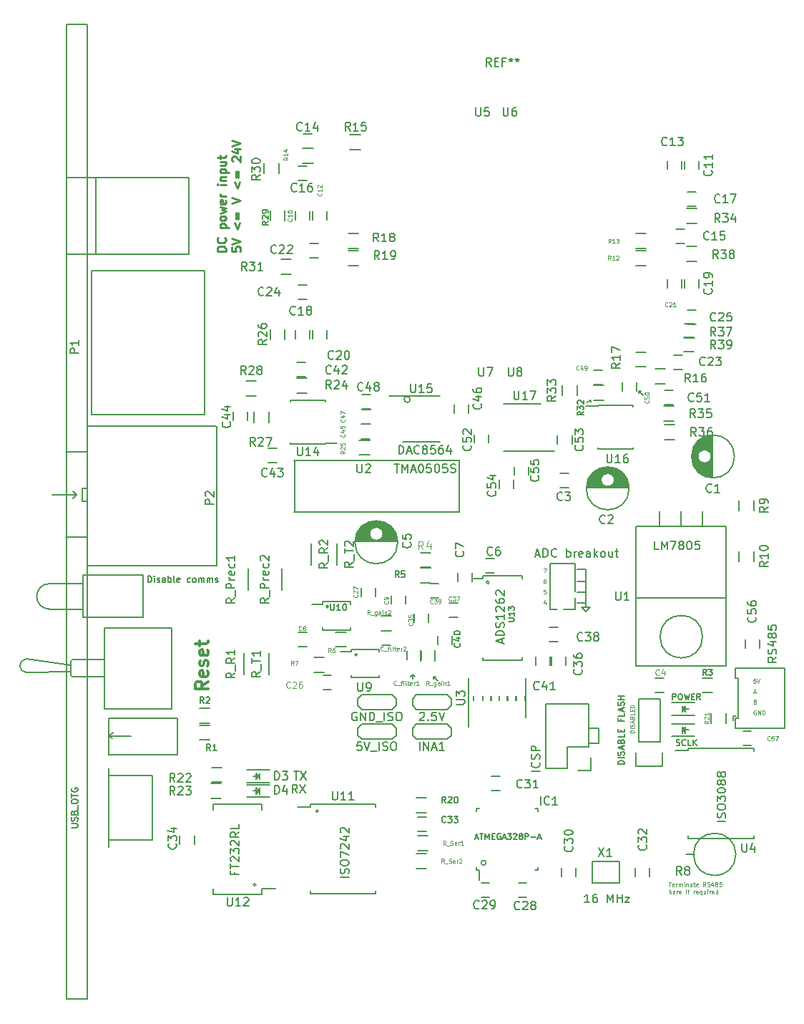
<source format=gto>
G04 #@! TF.FileFunction,Legend,Top*
%FSLAX46Y46*%
G04 Gerber Fmt 4.6, Leading zero omitted, Abs format (unit mm)*
G04 Created by KiCad (PCBNEW 4.0.4-stable) date 11/30/16 20:12:39*
%MOMM*%
%LPD*%
G01*
G04 APERTURE LIST*
%ADD10C,0.150000*%
%ADD11C,0.125000*%
%ADD12C,0.200000*%
%ADD13C,0.187500*%
%ADD14C,0.250000*%
%ADD15C,0.300000*%
%ADD16C,0.127000*%
G04 APERTURE END LIST*
D10*
D11*
X231297619Y-128788690D02*
X231583333Y-128788690D01*
X231440476Y-129288690D02*
X231440476Y-128788690D01*
X231940476Y-129264881D02*
X231892857Y-129288690D01*
X231797619Y-129288690D01*
X231750000Y-129264881D01*
X231726190Y-129217262D01*
X231726190Y-129026786D01*
X231750000Y-128979167D01*
X231797619Y-128955357D01*
X231892857Y-128955357D01*
X231940476Y-128979167D01*
X231964285Y-129026786D01*
X231964285Y-129074405D01*
X231726190Y-129122024D01*
X232178571Y-129288690D02*
X232178571Y-128955357D01*
X232178571Y-129050595D02*
X232202380Y-129002976D01*
X232226190Y-128979167D01*
X232273809Y-128955357D01*
X232321428Y-128955357D01*
X232488095Y-129288690D02*
X232488095Y-128955357D01*
X232488095Y-129002976D02*
X232511904Y-128979167D01*
X232559523Y-128955357D01*
X232630952Y-128955357D01*
X232678571Y-128979167D01*
X232702380Y-129026786D01*
X232702380Y-129288690D01*
X232702380Y-129026786D02*
X232726190Y-128979167D01*
X232773809Y-128955357D01*
X232845237Y-128955357D01*
X232892857Y-128979167D01*
X232916666Y-129026786D01*
X232916666Y-129288690D01*
X233154762Y-129288690D02*
X233154762Y-128955357D01*
X233154762Y-128788690D02*
X233130952Y-128812500D01*
X233154762Y-128836310D01*
X233178571Y-128812500D01*
X233154762Y-128788690D01*
X233154762Y-128836310D01*
X233392857Y-128955357D02*
X233392857Y-129288690D01*
X233392857Y-129002976D02*
X233416666Y-128979167D01*
X233464285Y-128955357D01*
X233535714Y-128955357D01*
X233583333Y-128979167D01*
X233607142Y-129026786D01*
X233607142Y-129288690D01*
X234059523Y-129288690D02*
X234059523Y-129026786D01*
X234035714Y-128979167D01*
X233988095Y-128955357D01*
X233892857Y-128955357D01*
X233845238Y-128979167D01*
X234059523Y-129264881D02*
X234011904Y-129288690D01*
X233892857Y-129288690D01*
X233845238Y-129264881D01*
X233821428Y-129217262D01*
X233821428Y-129169643D01*
X233845238Y-129122024D01*
X233892857Y-129098214D01*
X234011904Y-129098214D01*
X234059523Y-129074405D01*
X234226190Y-128955357D02*
X234416666Y-128955357D01*
X234297619Y-128788690D02*
X234297619Y-129217262D01*
X234321428Y-129264881D01*
X234369047Y-129288690D01*
X234416666Y-129288690D01*
X234773809Y-129264881D02*
X234726190Y-129288690D01*
X234630952Y-129288690D01*
X234583333Y-129264881D01*
X234559523Y-129217262D01*
X234559523Y-129026786D01*
X234583333Y-128979167D01*
X234630952Y-128955357D01*
X234726190Y-128955357D01*
X234773809Y-128979167D01*
X234797618Y-129026786D01*
X234797618Y-129074405D01*
X234559523Y-129122024D01*
X235678570Y-129288690D02*
X235511903Y-129050595D01*
X235392856Y-129288690D02*
X235392856Y-128788690D01*
X235583332Y-128788690D01*
X235630951Y-128812500D01*
X235654760Y-128836310D01*
X235678570Y-128883929D01*
X235678570Y-128955357D01*
X235654760Y-129002976D01*
X235630951Y-129026786D01*
X235583332Y-129050595D01*
X235392856Y-129050595D01*
X235869046Y-129264881D02*
X235940475Y-129288690D01*
X236059522Y-129288690D01*
X236107141Y-129264881D01*
X236130951Y-129241071D01*
X236154760Y-129193452D01*
X236154760Y-129145833D01*
X236130951Y-129098214D01*
X236107141Y-129074405D01*
X236059522Y-129050595D01*
X235964284Y-129026786D01*
X235916665Y-129002976D01*
X235892856Y-128979167D01*
X235869046Y-128931548D01*
X235869046Y-128883929D01*
X235892856Y-128836310D01*
X235916665Y-128812500D01*
X235964284Y-128788690D01*
X236083332Y-128788690D01*
X236154760Y-128812500D01*
X236583331Y-128955357D02*
X236583331Y-129288690D01*
X236464284Y-128764881D02*
X236345236Y-129122024D01*
X236654760Y-129122024D01*
X236916664Y-129002976D02*
X236869045Y-128979167D01*
X236845236Y-128955357D01*
X236821426Y-128907738D01*
X236821426Y-128883929D01*
X236845236Y-128836310D01*
X236869045Y-128812500D01*
X236916664Y-128788690D01*
X237011902Y-128788690D01*
X237059521Y-128812500D01*
X237083331Y-128836310D01*
X237107140Y-128883929D01*
X237107140Y-128907738D01*
X237083331Y-128955357D01*
X237059521Y-128979167D01*
X237011902Y-129002976D01*
X236916664Y-129002976D01*
X236869045Y-129026786D01*
X236845236Y-129050595D01*
X236821426Y-129098214D01*
X236821426Y-129193452D01*
X236845236Y-129241071D01*
X236869045Y-129264881D01*
X236916664Y-129288690D01*
X237011902Y-129288690D01*
X237059521Y-129264881D01*
X237083331Y-129241071D01*
X237107140Y-129193452D01*
X237107140Y-129098214D01*
X237083331Y-129050595D01*
X237059521Y-129026786D01*
X237011902Y-129002976D01*
X237559521Y-128788690D02*
X237321426Y-128788690D01*
X237297616Y-129026786D01*
X237321426Y-129002976D01*
X237369045Y-128979167D01*
X237488092Y-128979167D01*
X237535711Y-129002976D01*
X237559521Y-129026786D01*
X237583330Y-129074405D01*
X237583330Y-129193452D01*
X237559521Y-129241071D01*
X237535711Y-129264881D01*
X237488092Y-129288690D01*
X237369045Y-129288690D01*
X237321426Y-129264881D01*
X237297616Y-129241071D01*
X231369048Y-130163690D02*
X231369048Y-129663690D01*
X231583333Y-130163690D02*
X231583333Y-129901786D01*
X231559524Y-129854167D01*
X231511905Y-129830357D01*
X231440476Y-129830357D01*
X231392857Y-129854167D01*
X231369048Y-129877976D01*
X232011905Y-130139881D02*
X231964286Y-130163690D01*
X231869048Y-130163690D01*
X231821429Y-130139881D01*
X231797619Y-130092262D01*
X231797619Y-129901786D01*
X231821429Y-129854167D01*
X231869048Y-129830357D01*
X231964286Y-129830357D01*
X232011905Y-129854167D01*
X232035714Y-129901786D01*
X232035714Y-129949405D01*
X231797619Y-129997024D01*
X232250000Y-130163690D02*
X232250000Y-129830357D01*
X232250000Y-129925595D02*
X232273809Y-129877976D01*
X232297619Y-129854167D01*
X232345238Y-129830357D01*
X232392857Y-129830357D01*
X232750000Y-130139881D02*
X232702381Y-130163690D01*
X232607143Y-130163690D01*
X232559524Y-130139881D01*
X232535714Y-130092262D01*
X232535714Y-129901786D01*
X232559524Y-129854167D01*
X232607143Y-129830357D01*
X232702381Y-129830357D01*
X232750000Y-129854167D01*
X232773809Y-129901786D01*
X232773809Y-129949405D01*
X232535714Y-129997024D01*
X233369047Y-130163690D02*
X233369047Y-129830357D01*
X233369047Y-129663690D02*
X233345237Y-129687500D01*
X233369047Y-129711310D01*
X233392856Y-129687500D01*
X233369047Y-129663690D01*
X233369047Y-129711310D01*
X233535713Y-129830357D02*
X233726189Y-129830357D01*
X233607142Y-130163690D02*
X233607142Y-129735119D01*
X233630951Y-129687500D01*
X233678570Y-129663690D01*
X233726189Y-129663690D01*
X234273808Y-130163690D02*
X234273808Y-129830357D01*
X234273808Y-129925595D02*
X234297617Y-129877976D01*
X234321427Y-129854167D01*
X234369046Y-129830357D01*
X234416665Y-129830357D01*
X234773808Y-130139881D02*
X234726189Y-130163690D01*
X234630951Y-130163690D01*
X234583332Y-130139881D01*
X234559522Y-130092262D01*
X234559522Y-129901786D01*
X234583332Y-129854167D01*
X234630951Y-129830357D01*
X234726189Y-129830357D01*
X234773808Y-129854167D01*
X234797617Y-129901786D01*
X234797617Y-129949405D01*
X234559522Y-129997024D01*
X235226188Y-129830357D02*
X235226188Y-130330357D01*
X235226188Y-130139881D02*
X235178569Y-130163690D01*
X235083331Y-130163690D01*
X235035712Y-130139881D01*
X235011903Y-130116071D01*
X234988093Y-130068452D01*
X234988093Y-129925595D01*
X235011903Y-129877976D01*
X235035712Y-129854167D01*
X235083331Y-129830357D01*
X235178569Y-129830357D01*
X235226188Y-129854167D01*
X235678569Y-129830357D02*
X235678569Y-130163690D01*
X235464284Y-129830357D02*
X235464284Y-130092262D01*
X235488093Y-130139881D01*
X235535712Y-130163690D01*
X235607141Y-130163690D01*
X235654760Y-130139881D01*
X235678569Y-130116071D01*
X235916665Y-130163690D02*
X235916665Y-129830357D01*
X235916665Y-129663690D02*
X235892855Y-129687500D01*
X235916665Y-129711310D01*
X235940474Y-129687500D01*
X235916665Y-129663690D01*
X235916665Y-129711310D01*
X236154760Y-130163690D02*
X236154760Y-129830357D01*
X236154760Y-129925595D02*
X236178569Y-129877976D01*
X236202379Y-129854167D01*
X236249998Y-129830357D01*
X236297617Y-129830357D01*
X236654760Y-130139881D02*
X236607141Y-130163690D01*
X236511903Y-130163690D01*
X236464284Y-130139881D01*
X236440474Y-130092262D01*
X236440474Y-129901786D01*
X236464284Y-129854167D01*
X236511903Y-129830357D01*
X236607141Y-129830357D01*
X236654760Y-129854167D01*
X236678569Y-129901786D01*
X236678569Y-129949405D01*
X236440474Y-129997024D01*
X237107140Y-130163690D02*
X237107140Y-129663690D01*
X237107140Y-130139881D02*
X237059521Y-130163690D01*
X236964283Y-130163690D01*
X236916664Y-130139881D01*
X236892855Y-130116071D01*
X236869045Y-130068452D01*
X236869045Y-129925595D01*
X236892855Y-129877976D01*
X236916664Y-129854167D01*
X236964283Y-129830357D01*
X237059521Y-129830357D01*
X237107140Y-129854167D01*
X216757238Y-95650857D02*
X216757238Y-95984190D01*
X216638191Y-95460381D02*
X216519143Y-95817524D01*
X216828667Y-95817524D01*
X216781048Y-94214190D02*
X216542953Y-94214190D01*
X216519143Y-94452286D01*
X216542953Y-94428476D01*
X216590572Y-94404667D01*
X216709619Y-94404667D01*
X216757238Y-94428476D01*
X216781048Y-94452286D01*
X216804857Y-94499905D01*
X216804857Y-94618952D01*
X216781048Y-94666571D01*
X216757238Y-94690381D01*
X216709619Y-94714190D01*
X216590572Y-94714190D01*
X216542953Y-94690381D01*
X216519143Y-94666571D01*
X216757238Y-92944190D02*
X216662000Y-92944190D01*
X216614381Y-92968000D01*
X216590572Y-92991810D01*
X216542953Y-93063238D01*
X216519143Y-93158476D01*
X216519143Y-93348952D01*
X216542953Y-93396571D01*
X216566762Y-93420381D01*
X216614381Y-93444190D01*
X216709619Y-93444190D01*
X216757238Y-93420381D01*
X216781048Y-93396571D01*
X216804857Y-93348952D01*
X216804857Y-93229905D01*
X216781048Y-93182286D01*
X216757238Y-93158476D01*
X216709619Y-93134667D01*
X216614381Y-93134667D01*
X216566762Y-93158476D01*
X216542953Y-93182286D01*
X216519143Y-93229905D01*
X216495334Y-91674190D02*
X216828667Y-91674190D01*
X216614381Y-92174190D01*
D12*
X220472000Y-95758000D02*
X221488000Y-95758000D01*
X220472000Y-94488000D02*
X221488000Y-94488000D01*
X220472000Y-93218000D02*
X221488000Y-93218000D01*
X220472000Y-91821000D02*
X221488000Y-91821000D01*
X221500000Y-96300000D02*
X221500000Y-91900000D01*
X221500000Y-96800000D02*
X221000000Y-96300000D01*
X222000000Y-96300000D02*
X221500000Y-96800000D01*
X221000000Y-96300000D02*
X222000000Y-96300000D01*
D11*
X227226190Y-111130951D02*
X226726190Y-111130951D01*
X226726190Y-111011904D01*
X226750000Y-110940475D01*
X226797619Y-110892856D01*
X226845238Y-110869047D01*
X226940476Y-110845237D01*
X227011905Y-110845237D01*
X227107143Y-110869047D01*
X227154762Y-110892856D01*
X227202381Y-110940475D01*
X227226190Y-111011904D01*
X227226190Y-111130951D01*
X227226190Y-110630951D02*
X226726190Y-110630951D01*
X227202381Y-110416666D02*
X227226190Y-110345237D01*
X227226190Y-110226190D01*
X227202381Y-110178571D01*
X227178571Y-110154761D01*
X227130952Y-110130952D01*
X227083333Y-110130952D01*
X227035714Y-110154761D01*
X227011905Y-110178571D01*
X226988095Y-110226190D01*
X226964286Y-110321428D01*
X226940476Y-110369047D01*
X226916667Y-110392856D01*
X226869048Y-110416666D01*
X226821429Y-110416666D01*
X226773810Y-110392856D01*
X226750000Y-110369047D01*
X226726190Y-110321428D01*
X226726190Y-110202380D01*
X226750000Y-110130952D01*
X227083333Y-109940476D02*
X227083333Y-109702381D01*
X227226190Y-109988095D02*
X226726190Y-109821428D01*
X227226190Y-109654762D01*
X226964286Y-109321429D02*
X226988095Y-109250000D01*
X227011905Y-109226191D01*
X227059524Y-109202381D01*
X227130952Y-109202381D01*
X227178571Y-109226191D01*
X227202381Y-109250000D01*
X227226190Y-109297619D01*
X227226190Y-109488095D01*
X226726190Y-109488095D01*
X226726190Y-109321429D01*
X226750000Y-109273810D01*
X226773810Y-109250000D01*
X226821429Y-109226191D01*
X226869048Y-109226191D01*
X226916667Y-109250000D01*
X226940476Y-109273810D01*
X226964286Y-109321429D01*
X226964286Y-109488095D01*
X227226190Y-108750000D02*
X227226190Y-108988095D01*
X226726190Y-108988095D01*
X226964286Y-108583333D02*
X226964286Y-108416667D01*
X227226190Y-108345238D02*
X227226190Y-108583333D01*
X226726190Y-108583333D01*
X226726190Y-108345238D01*
X227226190Y-108130952D02*
X226726190Y-108130952D01*
X226726190Y-108011905D01*
X226750000Y-107940476D01*
X226797619Y-107892857D01*
X226845238Y-107869048D01*
X226940476Y-107845238D01*
X227011905Y-107845238D01*
X227107143Y-107869048D01*
X227154762Y-107892857D01*
X227202381Y-107940476D01*
X227226190Y-108011905D01*
X227226190Y-108130952D01*
D12*
X223000000Y-112400000D02*
X221800000Y-112400000D01*
X223000000Y-110600000D02*
X223000000Y-112400000D01*
X221800000Y-110600000D02*
X223000000Y-110600000D01*
X203500000Y-104500000D02*
X203750000Y-104500000D01*
X203500000Y-104500000D02*
X203500000Y-104750000D01*
X204000000Y-105000000D02*
X203500000Y-104500000D01*
X201000000Y-104250000D02*
X201250000Y-104500000D01*
X201000000Y-104250000D02*
X200750000Y-104500000D01*
X201000000Y-104750000D02*
X201000000Y-104250000D01*
X228000000Y-70750000D02*
X227750000Y-70750000D01*
X227750000Y-70750000D02*
X227750000Y-71000000D01*
X228250000Y-71250000D02*
X227750000Y-70750000D01*
D10*
X221928572Y-131202381D02*
X221357143Y-131202381D01*
X221642857Y-131202381D02*
X221642857Y-130202381D01*
X221547619Y-130345238D01*
X221452381Y-130440476D01*
X221357143Y-130488095D01*
X222785715Y-130202381D02*
X222595238Y-130202381D01*
X222500000Y-130250000D01*
X222452381Y-130297619D01*
X222357143Y-130440476D01*
X222309524Y-130630952D01*
X222309524Y-131011905D01*
X222357143Y-131107143D01*
X222404762Y-131154762D01*
X222500000Y-131202381D01*
X222690477Y-131202381D01*
X222785715Y-131154762D01*
X222833334Y-131107143D01*
X222880953Y-131011905D01*
X222880953Y-130773810D01*
X222833334Y-130678571D01*
X222785715Y-130630952D01*
X222690477Y-130583333D01*
X222500000Y-130583333D01*
X222404762Y-130630952D01*
X222357143Y-130678571D01*
X222309524Y-130773810D01*
X224071429Y-131202381D02*
X224071429Y-130202381D01*
X224404763Y-130916667D01*
X224738096Y-130202381D01*
X224738096Y-131202381D01*
X225214286Y-131202381D02*
X225214286Y-130202381D01*
X225214286Y-130678571D02*
X225785715Y-130678571D01*
X225785715Y-131202381D02*
X225785715Y-130202381D01*
X226166667Y-130535714D02*
X226690477Y-130535714D01*
X226166667Y-131202381D01*
X226690477Y-131202381D01*
D11*
X241630952Y-108500000D02*
X241583333Y-108476190D01*
X241511905Y-108476190D01*
X241440476Y-108500000D01*
X241392857Y-108547619D01*
X241369048Y-108595238D01*
X241345238Y-108690476D01*
X241345238Y-108761905D01*
X241369048Y-108857143D01*
X241392857Y-108904762D01*
X241440476Y-108952381D01*
X241511905Y-108976190D01*
X241559524Y-108976190D01*
X241630952Y-108952381D01*
X241654762Y-108928571D01*
X241654762Y-108761905D01*
X241559524Y-108761905D01*
X241869048Y-108976190D02*
X241869048Y-108476190D01*
X242154762Y-108976190D01*
X242154762Y-108476190D01*
X242392858Y-108976190D02*
X242392858Y-108476190D01*
X242511905Y-108476190D01*
X242583334Y-108500000D01*
X242630953Y-108547619D01*
X242654762Y-108595238D01*
X242678572Y-108690476D01*
X242678572Y-108761905D01*
X242654762Y-108857143D01*
X242630953Y-108904762D01*
X242583334Y-108952381D01*
X242511905Y-108976190D01*
X242392858Y-108976190D01*
X241345238Y-106333333D02*
X241583333Y-106333333D01*
X241297619Y-106476190D02*
X241464286Y-105976190D01*
X241630952Y-106476190D01*
X241535714Y-107464286D02*
X241607143Y-107488095D01*
X241630952Y-107511905D01*
X241654762Y-107559524D01*
X241654762Y-107630952D01*
X241630952Y-107678571D01*
X241607143Y-107702381D01*
X241559524Y-107726190D01*
X241369048Y-107726190D01*
X241369048Y-107226190D01*
X241535714Y-107226190D01*
X241583333Y-107250000D01*
X241607143Y-107273810D01*
X241630952Y-107321429D01*
X241630952Y-107369048D01*
X241607143Y-107416667D01*
X241583333Y-107440476D01*
X241535714Y-107464286D01*
X241369048Y-107464286D01*
X241607143Y-104726190D02*
X241369048Y-104726190D01*
X241345238Y-104964286D01*
X241369048Y-104940476D01*
X241416667Y-104916667D01*
X241535714Y-104916667D01*
X241583333Y-104940476D01*
X241607143Y-104964286D01*
X241630952Y-105011905D01*
X241630952Y-105130952D01*
X241607143Y-105178571D01*
X241583333Y-105202381D01*
X241535714Y-105226190D01*
X241416667Y-105226190D01*
X241369048Y-105202381D01*
X241345238Y-105178571D01*
X241773809Y-104726190D02*
X241940476Y-105226190D01*
X242107142Y-104726190D01*
D13*
X169678571Y-93339286D02*
X169678571Y-92589286D01*
X169857143Y-92589286D01*
X169964286Y-92625000D01*
X170035714Y-92696429D01*
X170071429Y-92767857D01*
X170107143Y-92910714D01*
X170107143Y-93017857D01*
X170071429Y-93160714D01*
X170035714Y-93232143D01*
X169964286Y-93303571D01*
X169857143Y-93339286D01*
X169678571Y-93339286D01*
X170428571Y-93339286D02*
X170428571Y-92839286D01*
X170428571Y-92589286D02*
X170392857Y-92625000D01*
X170428571Y-92660714D01*
X170464286Y-92625000D01*
X170428571Y-92589286D01*
X170428571Y-92660714D01*
X170750000Y-93303571D02*
X170821429Y-93339286D01*
X170964286Y-93339286D01*
X171035714Y-93303571D01*
X171071429Y-93232143D01*
X171071429Y-93196429D01*
X171035714Y-93125000D01*
X170964286Y-93089286D01*
X170857143Y-93089286D01*
X170785714Y-93053571D01*
X170750000Y-92982143D01*
X170750000Y-92946429D01*
X170785714Y-92875000D01*
X170857143Y-92839286D01*
X170964286Y-92839286D01*
X171035714Y-92875000D01*
X171714286Y-93339286D02*
X171714286Y-92946429D01*
X171678572Y-92875000D01*
X171607143Y-92839286D01*
X171464286Y-92839286D01*
X171392857Y-92875000D01*
X171714286Y-93303571D02*
X171642857Y-93339286D01*
X171464286Y-93339286D01*
X171392857Y-93303571D01*
X171357143Y-93232143D01*
X171357143Y-93160714D01*
X171392857Y-93089286D01*
X171464286Y-93053571D01*
X171642857Y-93053571D01*
X171714286Y-93017857D01*
X172071428Y-93339286D02*
X172071428Y-92589286D01*
X172071428Y-92875000D02*
X172142857Y-92839286D01*
X172285714Y-92839286D01*
X172357143Y-92875000D01*
X172392857Y-92910714D01*
X172428571Y-92982143D01*
X172428571Y-93196429D01*
X172392857Y-93267857D01*
X172357143Y-93303571D01*
X172285714Y-93339286D01*
X172142857Y-93339286D01*
X172071428Y-93303571D01*
X172857142Y-93339286D02*
X172785714Y-93303571D01*
X172749999Y-93232143D01*
X172749999Y-92589286D01*
X173428571Y-93303571D02*
X173357142Y-93339286D01*
X173214285Y-93339286D01*
X173142856Y-93303571D01*
X173107142Y-93232143D01*
X173107142Y-92946429D01*
X173142856Y-92875000D01*
X173214285Y-92839286D01*
X173357142Y-92839286D01*
X173428571Y-92875000D01*
X173464285Y-92946429D01*
X173464285Y-93017857D01*
X173107142Y-93089286D01*
X174678571Y-93303571D02*
X174607142Y-93339286D01*
X174464285Y-93339286D01*
X174392857Y-93303571D01*
X174357142Y-93267857D01*
X174321428Y-93196429D01*
X174321428Y-92982143D01*
X174357142Y-92910714D01*
X174392857Y-92875000D01*
X174464285Y-92839286D01*
X174607142Y-92839286D01*
X174678571Y-92875000D01*
X175107142Y-93339286D02*
X175035714Y-93303571D01*
X174999999Y-93267857D01*
X174964285Y-93196429D01*
X174964285Y-92982143D01*
X174999999Y-92910714D01*
X175035714Y-92875000D01*
X175107142Y-92839286D01*
X175214285Y-92839286D01*
X175285714Y-92875000D01*
X175321428Y-92910714D01*
X175357142Y-92982143D01*
X175357142Y-93196429D01*
X175321428Y-93267857D01*
X175285714Y-93303571D01*
X175214285Y-93339286D01*
X175107142Y-93339286D01*
X175678570Y-93339286D02*
X175678570Y-92839286D01*
X175678570Y-92910714D02*
X175714285Y-92875000D01*
X175785713Y-92839286D01*
X175892856Y-92839286D01*
X175964285Y-92875000D01*
X175999999Y-92946429D01*
X175999999Y-93339286D01*
X175999999Y-92946429D02*
X176035713Y-92875000D01*
X176107142Y-92839286D01*
X176214285Y-92839286D01*
X176285713Y-92875000D01*
X176321428Y-92946429D01*
X176321428Y-93339286D01*
X176678570Y-93339286D02*
X176678570Y-92839286D01*
X176678570Y-92910714D02*
X176714285Y-92875000D01*
X176785713Y-92839286D01*
X176892856Y-92839286D01*
X176964285Y-92875000D01*
X176999999Y-92946429D01*
X176999999Y-93339286D01*
X176999999Y-92946429D02*
X177035713Y-92875000D01*
X177107142Y-92839286D01*
X177214285Y-92839286D01*
X177285713Y-92875000D01*
X177321428Y-92946429D01*
X177321428Y-93339286D01*
X177642856Y-93303571D02*
X177714285Y-93339286D01*
X177857142Y-93339286D01*
X177928570Y-93303571D01*
X177964285Y-93232143D01*
X177964285Y-93196429D01*
X177928570Y-93125000D01*
X177857142Y-93089286D01*
X177749999Y-93089286D01*
X177678570Y-93053571D01*
X177642856Y-92982143D01*
X177642856Y-92946429D01*
X177678570Y-92875000D01*
X177749999Y-92839286D01*
X177857142Y-92839286D01*
X177928570Y-92875000D01*
D12*
X222100000Y-71800000D02*
X221900000Y-71800000D01*
X222100000Y-71800000D02*
X222100000Y-72000000D01*
X221600000Y-72100000D02*
X222100000Y-71800000D01*
X191041421Y-96200000D02*
G75*
G03X191041421Y-96200000I-141421J0D01*
G01*
X194441421Y-101900000D02*
G75*
G03X194441421Y-101900000I-141421J0D01*
G01*
X182441421Y-129100000D02*
G75*
G03X182441421Y-129100000I-141421J0D01*
G01*
X189841421Y-120400000D02*
G75*
G03X189841421Y-120400000I-141421J0D01*
G01*
X209682843Y-126500000D02*
G75*
G03X209682843Y-126500000I-282843J0D01*
G01*
D14*
X178877381Y-54161905D02*
X177877381Y-54161905D01*
X177877381Y-53923810D01*
X177925000Y-53780952D01*
X178020238Y-53685714D01*
X178115476Y-53638095D01*
X178305952Y-53590476D01*
X178448810Y-53590476D01*
X178639286Y-53638095D01*
X178734524Y-53685714D01*
X178829762Y-53780952D01*
X178877381Y-53923810D01*
X178877381Y-54161905D01*
X178782143Y-52590476D02*
X178829762Y-52638095D01*
X178877381Y-52780952D01*
X178877381Y-52876190D01*
X178829762Y-53019048D01*
X178734524Y-53114286D01*
X178639286Y-53161905D01*
X178448810Y-53209524D01*
X178305952Y-53209524D01*
X178115476Y-53161905D01*
X178020238Y-53114286D01*
X177925000Y-53019048D01*
X177877381Y-52876190D01*
X177877381Y-52780952D01*
X177925000Y-52638095D01*
X177972619Y-52590476D01*
X178210714Y-51400000D02*
X179210714Y-51400000D01*
X178258333Y-51400000D02*
X178210714Y-51304762D01*
X178210714Y-51114285D01*
X178258333Y-51019047D01*
X178305952Y-50971428D01*
X178401190Y-50923809D01*
X178686905Y-50923809D01*
X178782143Y-50971428D01*
X178829762Y-51019047D01*
X178877381Y-51114285D01*
X178877381Y-51304762D01*
X178829762Y-51400000D01*
X178877381Y-50352381D02*
X178829762Y-50447619D01*
X178782143Y-50495238D01*
X178686905Y-50542857D01*
X178401190Y-50542857D01*
X178305952Y-50495238D01*
X178258333Y-50447619D01*
X178210714Y-50352381D01*
X178210714Y-50209523D01*
X178258333Y-50114285D01*
X178305952Y-50066666D01*
X178401190Y-50019047D01*
X178686905Y-50019047D01*
X178782143Y-50066666D01*
X178829762Y-50114285D01*
X178877381Y-50209523D01*
X178877381Y-50352381D01*
X178210714Y-49685714D02*
X178877381Y-49495238D01*
X178401190Y-49304761D01*
X178877381Y-49114285D01*
X178210714Y-48923809D01*
X178829762Y-48161904D02*
X178877381Y-48257142D01*
X178877381Y-48447619D01*
X178829762Y-48542857D01*
X178734524Y-48590476D01*
X178353571Y-48590476D01*
X178258333Y-48542857D01*
X178210714Y-48447619D01*
X178210714Y-48257142D01*
X178258333Y-48161904D01*
X178353571Y-48114285D01*
X178448810Y-48114285D01*
X178544048Y-48590476D01*
X178877381Y-47685714D02*
X178210714Y-47685714D01*
X178401190Y-47685714D02*
X178305952Y-47638095D01*
X178258333Y-47590476D01*
X178210714Y-47495238D01*
X178210714Y-47399999D01*
X178877381Y-46304761D02*
X178210714Y-46304761D01*
X177877381Y-46304761D02*
X177925000Y-46352380D01*
X177972619Y-46304761D01*
X177925000Y-46257142D01*
X177877381Y-46304761D01*
X177972619Y-46304761D01*
X178210714Y-45828571D02*
X178877381Y-45828571D01*
X178305952Y-45828571D02*
X178258333Y-45780952D01*
X178210714Y-45685714D01*
X178210714Y-45542856D01*
X178258333Y-45447618D01*
X178353571Y-45399999D01*
X178877381Y-45399999D01*
X178210714Y-44923809D02*
X179210714Y-44923809D01*
X178258333Y-44923809D02*
X178210714Y-44828571D01*
X178210714Y-44638094D01*
X178258333Y-44542856D01*
X178305952Y-44495237D01*
X178401190Y-44447618D01*
X178686905Y-44447618D01*
X178782143Y-44495237D01*
X178829762Y-44542856D01*
X178877381Y-44638094D01*
X178877381Y-44828571D01*
X178829762Y-44923809D01*
X178210714Y-43590475D02*
X178877381Y-43590475D01*
X178210714Y-44019047D02*
X178734524Y-44019047D01*
X178829762Y-43971428D01*
X178877381Y-43876190D01*
X178877381Y-43733332D01*
X178829762Y-43638094D01*
X178782143Y-43590475D01*
X178210714Y-43257142D02*
X178210714Y-42876190D01*
X177877381Y-43114285D02*
X178734524Y-43114285D01*
X178829762Y-43066666D01*
X178877381Y-42971428D01*
X178877381Y-42876190D01*
X179627381Y-53685714D02*
X179627381Y-54161905D01*
X180103571Y-54209524D01*
X180055952Y-54161905D01*
X180008333Y-54066667D01*
X180008333Y-53828571D01*
X180055952Y-53733333D01*
X180103571Y-53685714D01*
X180198810Y-53638095D01*
X180436905Y-53638095D01*
X180532143Y-53685714D01*
X180579762Y-53733333D01*
X180627381Y-53828571D01*
X180627381Y-54066667D01*
X180579762Y-54161905D01*
X180532143Y-54209524D01*
X179627381Y-53352381D02*
X180627381Y-53019048D01*
X179627381Y-52685714D01*
X179960714Y-50828571D02*
X180246429Y-51590476D01*
X180532143Y-50828571D01*
X180103571Y-50352381D02*
X180103571Y-49590476D01*
X180389286Y-49590476D02*
X180389286Y-50352381D01*
X179627381Y-48495238D02*
X180627381Y-48161905D01*
X179627381Y-47828571D01*
X179960714Y-45971428D02*
X180246429Y-46733333D01*
X180532143Y-45971428D01*
X180103571Y-45495238D02*
X180103571Y-44733333D01*
X180389286Y-44733333D02*
X180389286Y-45495238D01*
X179722619Y-43542857D02*
X179675000Y-43495238D01*
X179627381Y-43400000D01*
X179627381Y-43161904D01*
X179675000Y-43066666D01*
X179722619Y-43019047D01*
X179817857Y-42971428D01*
X179913095Y-42971428D01*
X180055952Y-43019047D01*
X180627381Y-43590476D01*
X180627381Y-42971428D01*
X179960714Y-42114285D02*
X180627381Y-42114285D01*
X179579762Y-42352381D02*
X180294048Y-42590476D01*
X180294048Y-41971428D01*
X179627381Y-41733333D02*
X180627381Y-41400000D01*
X179627381Y-41066666D01*
D15*
X176778571Y-105057142D02*
X176064286Y-105557142D01*
X176778571Y-105914285D02*
X175278571Y-105914285D01*
X175278571Y-105342857D01*
X175350000Y-105199999D01*
X175421429Y-105128571D01*
X175564286Y-105057142D01*
X175778571Y-105057142D01*
X175921429Y-105128571D01*
X175992857Y-105199999D01*
X176064286Y-105342857D01*
X176064286Y-105914285D01*
X176707143Y-103842857D02*
X176778571Y-103985714D01*
X176778571Y-104271428D01*
X176707143Y-104414285D01*
X176564286Y-104485714D01*
X175992857Y-104485714D01*
X175850000Y-104414285D01*
X175778571Y-104271428D01*
X175778571Y-103985714D01*
X175850000Y-103842857D01*
X175992857Y-103771428D01*
X176135714Y-103771428D01*
X176278571Y-104485714D01*
X176707143Y-103200000D02*
X176778571Y-103057143D01*
X176778571Y-102771428D01*
X176707143Y-102628571D01*
X176564286Y-102557143D01*
X176492857Y-102557143D01*
X176350000Y-102628571D01*
X176278571Y-102771428D01*
X176278571Y-102985714D01*
X176207143Y-103128571D01*
X176064286Y-103200000D01*
X175992857Y-103200000D01*
X175850000Y-103128571D01*
X175778571Y-102985714D01*
X175778571Y-102771428D01*
X175850000Y-102628571D01*
X176707143Y-101342857D02*
X176778571Y-101485714D01*
X176778571Y-101771428D01*
X176707143Y-101914285D01*
X176564286Y-101985714D01*
X175992857Y-101985714D01*
X175850000Y-101914285D01*
X175778571Y-101771428D01*
X175778571Y-101485714D01*
X175850000Y-101342857D01*
X175992857Y-101271428D01*
X176135714Y-101271428D01*
X176278571Y-101985714D01*
X175778571Y-100842857D02*
X175778571Y-100271428D01*
X175278571Y-100628571D02*
X176564286Y-100628571D01*
X176707143Y-100557143D01*
X176778571Y-100414285D01*
X176778571Y-100271428D01*
D10*
X221591000Y-82155000D02*
X226589000Y-82155000D01*
X221599000Y-82015000D02*
X223936000Y-82015000D01*
X224244000Y-82015000D02*
X226581000Y-82015000D01*
X221615000Y-81875000D02*
X223617000Y-81875000D01*
X224563000Y-81875000D02*
X226565000Y-81875000D01*
X221639000Y-81735000D02*
X223470000Y-81735000D01*
X224710000Y-81735000D02*
X226541000Y-81735000D01*
X221672000Y-81595000D02*
X223378000Y-81595000D01*
X224802000Y-81595000D02*
X226508000Y-81595000D01*
X221713000Y-81455000D02*
X223322000Y-81455000D01*
X224858000Y-81455000D02*
X226467000Y-81455000D01*
X221763000Y-81315000D02*
X223295000Y-81315000D01*
X224885000Y-81315000D02*
X226417000Y-81315000D01*
X221824000Y-81175000D02*
X223292000Y-81175000D01*
X224888000Y-81175000D02*
X226356000Y-81175000D01*
X221894000Y-81035000D02*
X223314000Y-81035000D01*
X224866000Y-81035000D02*
X226286000Y-81035000D01*
X221976000Y-80895000D02*
X223364000Y-80895000D01*
X224816000Y-80895000D02*
X226204000Y-80895000D01*
X222071000Y-80755000D02*
X223446000Y-80755000D01*
X224734000Y-80755000D02*
X226109000Y-80755000D01*
X222182000Y-80615000D02*
X223578000Y-80615000D01*
X224602000Y-80615000D02*
X225998000Y-80615000D01*
X222310000Y-80475000D02*
X223825000Y-80475000D01*
X224355000Y-80475000D02*
X225870000Y-80475000D01*
X222459000Y-80335000D02*
X225721000Y-80335000D01*
X222638000Y-80195000D02*
X225542000Y-80195000D01*
X222857000Y-80055000D02*
X225323000Y-80055000D01*
X223146000Y-79915000D02*
X225034000Y-79915000D01*
X223618000Y-79775000D02*
X224562000Y-79775000D01*
X224890000Y-81230000D02*
G75*
G03X224890000Y-81230000I-800000J0D01*
G01*
X226627500Y-82230000D02*
G75*
G03X226627500Y-82230000I-2537500J0D01*
G01*
X240350000Y-100100000D02*
X240350000Y-101100000D01*
X242050000Y-101100000D02*
X242050000Y-100100000D01*
X210034405Y-93345000D02*
G75*
G03X210034405Y-93345000I-179605J0D01*
G01*
X209307800Y-92561000D02*
X209307800Y-92886000D01*
X213957800Y-92561000D02*
X213957800Y-92886000D01*
X213957800Y-102511000D02*
X213957800Y-102186000D01*
X209307800Y-102511000D02*
X209307800Y-102186000D01*
X209307800Y-92561000D02*
X213957800Y-92561000D01*
X209307800Y-102511000D02*
X213957800Y-102511000D01*
X209307800Y-92886000D02*
X208232800Y-92886000D01*
X200708210Y-71714000D02*
G75*
G03X200708210Y-71714000I-359210J0D01*
G01*
X199800000Y-76725000D02*
X204200000Y-76725000D01*
X198225000Y-71275000D02*
X204200000Y-71275000D01*
X202900000Y-98050000D02*
X202900000Y-97050000D01*
X201200000Y-97050000D02*
X201200000Y-98050000D01*
X205350000Y-97450000D02*
X206350000Y-97450000D01*
X206350000Y-95750000D02*
X205350000Y-95750000D01*
X203100000Y-95150000D02*
X204100000Y-95150000D01*
X204100000Y-93450000D02*
X203100000Y-93450000D01*
X205650000Y-100700000D02*
X205650000Y-99700000D01*
X203950000Y-99700000D02*
X203950000Y-100700000D01*
X185400000Y-55125000D02*
X186600000Y-55125000D01*
X186600000Y-56875000D02*
X185400000Y-56875000D01*
X184125000Y-50600000D02*
X184125000Y-49400000D01*
X185875000Y-49400000D02*
X185875000Y-50600000D01*
X184125000Y-64600000D02*
X184125000Y-63400000D01*
X185875000Y-63400000D02*
X185875000Y-64600000D01*
X230700000Y-104650000D02*
X229700000Y-104650000D01*
X229700000Y-106350000D02*
X230700000Y-106350000D01*
X219150000Y-103100000D02*
X219150000Y-102100000D01*
X217450000Y-102100000D02*
X217450000Y-103100000D01*
X218200000Y-98650000D02*
X217200000Y-98650000D01*
X217200000Y-100350000D02*
X218200000Y-100350000D01*
X217250000Y-103100000D02*
X217250000Y-102100000D01*
X215550000Y-102100000D02*
X215550000Y-103100000D01*
X175800000Y-110225000D02*
X177000000Y-110225000D01*
X177000000Y-111975000D02*
X175800000Y-111975000D01*
X175800000Y-108225000D02*
X177000000Y-108225000D01*
X177000000Y-109975000D02*
X175800000Y-109975000D01*
X194950000Y-76350000D02*
X195950000Y-76350000D01*
X195950000Y-74650000D02*
X194950000Y-74650000D01*
X205950000Y-72300000D02*
X205950000Y-73300000D01*
X207650000Y-73300000D02*
X207650000Y-72300000D01*
X190400000Y-106050000D02*
X191400000Y-106050000D01*
X191400000Y-104350000D02*
X190400000Y-104350000D01*
X200360000Y-101428000D02*
X200360000Y-102428000D01*
X202060000Y-102428000D02*
X202060000Y-101428000D01*
X191900000Y-99225000D02*
X193100000Y-99225000D01*
X193100000Y-100975000D02*
X191900000Y-100975000D01*
X189300000Y-102225000D02*
X190500000Y-102225000D01*
X190500000Y-103975000D02*
X189300000Y-103975000D01*
X203675000Y-101400000D02*
X203675000Y-102600000D01*
X201925000Y-102600000D02*
X201925000Y-101400000D01*
X193693000Y-101269000D02*
X193693000Y-101569000D01*
X197043000Y-101269000D02*
X197043000Y-101569000D01*
X197043000Y-104619000D02*
X197043000Y-104319000D01*
X193693000Y-104619000D02*
X193693000Y-104319000D01*
X193693000Y-101269000D02*
X197043000Y-101269000D01*
X193693000Y-104619000D02*
X197043000Y-104619000D01*
X193693000Y-101569000D02*
X192468000Y-101569000D01*
X194950000Y-94000000D02*
X194950000Y-95000000D01*
X196650000Y-95000000D02*
X196650000Y-94000000D01*
X187500000Y-100950000D02*
X188500000Y-100950000D01*
X188500000Y-99250000D02*
X187500000Y-99250000D01*
X198450000Y-94900000D02*
X198450000Y-95900000D01*
X200150000Y-95900000D02*
X200150000Y-94900000D01*
X198400000Y-99050000D02*
X197400000Y-99050000D01*
X197400000Y-100750000D02*
X198400000Y-100750000D01*
X198500000Y-99075000D02*
X197300000Y-99075000D01*
X197300000Y-97325000D02*
X198500000Y-97325000D01*
X190325000Y-95625000D02*
X190325000Y-95925000D01*
X193675000Y-95625000D02*
X193675000Y-95925000D01*
X193675000Y-98975000D02*
X193675000Y-98675000D01*
X190325000Y-98975000D02*
X190325000Y-98675000D01*
X190325000Y-95625000D02*
X193675000Y-95625000D01*
X190325000Y-98975000D02*
X193675000Y-98975000D01*
X190325000Y-95925000D02*
X189100000Y-95925000D01*
X195000000Y-74650000D02*
X196000000Y-74650000D01*
X196000000Y-72950000D02*
X195000000Y-72950000D01*
X195000000Y-72850000D02*
X196000000Y-72850000D01*
X196000000Y-71150000D02*
X195000000Y-71150000D01*
X233150000Y-43500000D02*
X233150000Y-44500000D01*
X234850000Y-44500000D02*
X234850000Y-43500000D01*
X231150000Y-43500000D02*
X231150000Y-44500000D01*
X232850000Y-44500000D02*
X232850000Y-43500000D01*
X188850000Y-50500000D02*
X188850000Y-49500000D01*
X187150000Y-49500000D02*
X187150000Y-50500000D01*
X190850000Y-50500000D02*
X190850000Y-49500000D01*
X189150000Y-49500000D02*
X189150000Y-50500000D01*
X188500000Y-44150000D02*
X187500000Y-44150000D01*
X187500000Y-45850000D02*
X188500000Y-45850000D01*
X233500000Y-48850000D02*
X234500000Y-48850000D01*
X234500000Y-47150000D02*
X233500000Y-47150000D01*
X194800000Y-42175000D02*
X193600000Y-42175000D01*
X193600000Y-40425000D02*
X194800000Y-40425000D01*
X189200000Y-43775000D02*
X188000000Y-43775000D01*
X188000000Y-42025000D02*
X189200000Y-42025000D01*
X193400000Y-52125000D02*
X194600000Y-52125000D01*
X194600000Y-53875000D02*
X193400000Y-53875000D01*
X194600000Y-55875000D02*
X193400000Y-55875000D01*
X193400000Y-54125000D02*
X194600000Y-54125000D01*
X163499500Y-45499120D02*
X163499500Y-54500880D01*
X159999380Y-45499120D02*
X159999380Y-54500880D01*
X159999380Y-54500880D02*
X174500240Y-54500880D01*
X174500240Y-54500880D02*
X174500240Y-45499120D01*
X174500240Y-45499120D02*
X159999380Y-45499120D01*
X206540000Y-78904000D02*
X186982000Y-78904000D01*
X186982000Y-85000000D02*
X206540000Y-85000000D01*
X206500000Y-84974000D02*
X206500000Y-78874000D01*
X187000000Y-84974000D02*
X187000000Y-78874000D01*
X165025400Y-111482800D02*
X165482600Y-111813000D01*
X167616200Y-111482800D02*
X165025400Y-111482800D01*
X165025400Y-111482800D02*
X165558800Y-111076400D01*
X165000000Y-109400000D02*
X165000000Y-113700000D01*
X165000000Y-109400000D02*
X173130000Y-109400000D01*
X165000000Y-113700000D02*
X173130000Y-113700000D01*
X173130000Y-109400000D02*
X173130000Y-113700000D01*
X219480000Y-80470000D02*
X218480000Y-80470000D01*
X218480000Y-82170000D02*
X219480000Y-82170000D01*
X214500000Y-128850000D02*
X213500000Y-128850000D01*
X213500000Y-130550000D02*
X214500000Y-130550000D01*
X210300000Y-117950000D02*
X211300000Y-117950000D01*
X211300000Y-116250000D02*
X210300000Y-116250000D01*
X209100000Y-130550000D02*
X210100000Y-130550000D01*
X210100000Y-128850000D02*
X209100000Y-128850000D01*
X201600000Y-122750000D02*
X202600000Y-122750000D01*
X202600000Y-121050000D02*
X201600000Y-121050000D01*
X175150000Y-124300000D02*
X175150000Y-123300000D01*
X173450000Y-123300000D02*
X173450000Y-124300000D01*
X184100000Y-117250000D02*
X181400000Y-117250000D01*
X184100000Y-118750000D02*
X181400000Y-118750000D01*
X182600000Y-117850000D02*
X182600000Y-118100000D01*
X182600000Y-118100000D02*
X182750000Y-117950000D01*
X182850000Y-118350000D02*
X182850000Y-117650000D01*
X182500000Y-118000000D02*
X182150000Y-118000000D01*
X182850000Y-118000000D02*
X182500000Y-118350000D01*
X182500000Y-118350000D02*
X182500000Y-117650000D01*
X182500000Y-117650000D02*
X182850000Y-118000000D01*
X184100000Y-115500000D02*
X181400000Y-115500000D01*
X184100000Y-117000000D02*
X181400000Y-117000000D01*
X182600000Y-116100000D02*
X182600000Y-116350000D01*
X182600000Y-116350000D02*
X182750000Y-116200000D01*
X182850000Y-116600000D02*
X182850000Y-115900000D01*
X182500000Y-116250000D02*
X182150000Y-116250000D01*
X182850000Y-116250000D02*
X182500000Y-116600000D01*
X182500000Y-116600000D02*
X182500000Y-115900000D01*
X182500000Y-115900000D02*
X182850000Y-116250000D01*
X208575000Y-127325000D02*
X208875000Y-127325000D01*
X208575000Y-120075000D02*
X208875000Y-120075000D01*
X215825000Y-120075000D02*
X215525000Y-120075000D01*
X215825000Y-127325000D02*
X215525000Y-127325000D01*
X208575000Y-127325000D02*
X208575000Y-127025000D01*
X215825000Y-127325000D02*
X215825000Y-127025000D01*
X215825000Y-120075000D02*
X215825000Y-120375000D01*
X208575000Y-120075000D02*
X208575000Y-120375000D01*
X208875000Y-127325000D02*
X208875000Y-128550000D01*
X221810000Y-112770000D02*
X221810000Y-107690000D01*
X222090000Y-115590000D02*
X220540000Y-115590000D01*
X219270000Y-115310000D02*
X219270000Y-112770000D01*
X219270000Y-112770000D02*
X221810000Y-112770000D01*
X221810000Y-107690000D02*
X216730000Y-107690000D01*
X216730000Y-107690000D02*
X216730000Y-112770000D01*
X222090000Y-115590000D02*
X222090000Y-114040000D01*
X216730000Y-115310000D02*
X219270000Y-115310000D01*
X216730000Y-112770000D02*
X216730000Y-115310000D01*
X202600000Y-120575000D02*
X201400000Y-120575000D01*
X201400000Y-118825000D02*
X202600000Y-118825000D01*
X177150000Y-117125000D02*
X178350000Y-117125000D01*
X178350000Y-118875000D02*
X177150000Y-118875000D01*
X177200000Y-115225000D02*
X178400000Y-115225000D01*
X178400000Y-116975000D02*
X177200000Y-116975000D01*
X201600000Y-123325000D02*
X202800000Y-123325000D01*
X202800000Y-125075000D02*
X201600000Y-125075000D01*
X202600000Y-127175000D02*
X201400000Y-127175000D01*
X201400000Y-125425000D02*
X202600000Y-125425000D01*
X188875000Y-119530000D02*
X188875000Y-119885000D01*
X196625000Y-119530000D02*
X196625000Y-119885000D01*
X196625000Y-130180000D02*
X196625000Y-129825000D01*
X188875000Y-130180000D02*
X188875000Y-129825000D01*
X188875000Y-119530000D02*
X196625000Y-119530000D01*
X188875000Y-130180000D02*
X196625000Y-130180000D01*
X188875000Y-119885000D02*
X187350000Y-119885000D01*
X183175000Y-130225000D02*
X183175000Y-129575000D01*
X177425000Y-130225000D02*
X177425000Y-129575000D01*
X177425000Y-119575000D02*
X177425000Y-120225000D01*
X183175000Y-119575000D02*
X183175000Y-120225000D01*
X183175000Y-130225000D02*
X177425000Y-130225000D01*
X183175000Y-119575000D02*
X177425000Y-119575000D01*
X183175000Y-129575000D02*
X184775000Y-129575000D01*
X210650000Y-90550000D02*
X209650000Y-90550000D01*
X209650000Y-92250000D02*
X210650000Y-92250000D01*
X208050000Y-93250000D02*
X208050000Y-92250000D01*
X206350000Y-92250000D02*
X206350000Y-93250000D01*
X201950000Y-89825000D02*
X203150000Y-89825000D01*
X203150000Y-91575000D02*
X201950000Y-91575000D01*
X201950000Y-91625000D02*
X203150000Y-91625000D01*
X203150000Y-93375000D02*
X201950000Y-93375000D01*
X229050000Y-128100000D02*
X229050000Y-127100000D01*
X227350000Y-127100000D02*
X227350000Y-128100000D01*
X220350000Y-128100000D02*
X220350000Y-127100000D01*
X218650000Y-127100000D02*
X218650000Y-128100000D01*
X170200000Y-123800000D02*
X165000000Y-123800000D01*
X165000000Y-116200000D02*
X170200000Y-116200000D01*
X170200000Y-116200000D02*
X170200000Y-123800000D01*
X165000000Y-124675000D02*
X165000000Y-115325000D01*
X235314472Y-99764000D02*
G75*
G03X235314472Y-99764000I-2514472J0D01*
G01*
X235340000Y-86683000D02*
X235340000Y-84905000D01*
X232800000Y-86683000D02*
X232800000Y-84905000D01*
X230260000Y-86683000D02*
X230260000Y-84905000D01*
X227466000Y-95192000D02*
X227466000Y-103193000D01*
X227466000Y-103193000D02*
X238134000Y-103193000D01*
X238134000Y-103193000D02*
X238134000Y-95192000D01*
X227466000Y-86683000D02*
X227466000Y-95192000D01*
X227466000Y-95192000D02*
X238134000Y-95192000D01*
X238134000Y-95192000D02*
X238134000Y-86683000D01*
X232800000Y-86683000D02*
X238134000Y-86683000D01*
X232800000Y-86683000D02*
X227466000Y-86683000D01*
X160500000Y-103900000D02*
X155200000Y-104000000D01*
X155300000Y-102400000D02*
X160500000Y-103100000D01*
X172500000Y-108300000D02*
X164500000Y-108300000D01*
X164500000Y-98700000D02*
X172500000Y-98700000D01*
X154500000Y-103200000D02*
G75*
G03X155300000Y-104000000I800000J0D01*
G01*
X155300000Y-102400000D02*
G75*
G03X154500000Y-103200000I0J-800000D01*
G01*
X160500000Y-104300000D02*
X160500000Y-102700000D01*
X161500000Y-104500000D02*
X160700000Y-104500000D01*
X160700000Y-102500000D02*
X161500000Y-102500000D01*
X160700000Y-102500000D02*
G75*
G03X160500000Y-102700000I0J-200000D01*
G01*
X160500000Y-104300000D02*
G75*
G03X160700000Y-104500000I200000J0D01*
G01*
X161500000Y-102500000D02*
X164500000Y-102500000D01*
X164500000Y-104500000D02*
X161500000Y-104500000D01*
X172500000Y-98750000D02*
X172500000Y-108250000D01*
X164500000Y-98750000D02*
X164500000Y-108250000D01*
X207625000Y-109325000D02*
X207650000Y-109325000D01*
X207625000Y-104675000D02*
X207650000Y-104675000D01*
X214375000Y-104675000D02*
X214350000Y-104675000D01*
X214375000Y-109325000D02*
X214350000Y-109325000D01*
X207625000Y-109325000D02*
X207625000Y-104675000D01*
X214375000Y-109325000D02*
X214375000Y-104675000D01*
X207650000Y-109325000D02*
X207650000Y-110400000D01*
X209275000Y-107250000D02*
X209275000Y-106750000D01*
X208225000Y-106750000D02*
X208225000Y-107250000D01*
X210325000Y-107250000D02*
X210325000Y-106750000D01*
X209275000Y-106750000D02*
X209275000Y-107250000D01*
X214275000Y-107250000D02*
X214275000Y-106750000D01*
X213225000Y-106750000D02*
X213225000Y-107250000D01*
X212275000Y-107250000D02*
X212275000Y-106750000D01*
X211225000Y-106750000D02*
X211225000Y-107250000D01*
X213275000Y-107250000D02*
X213275000Y-106750000D01*
X212225000Y-106750000D02*
X212225000Y-107250000D01*
X211275000Y-107250000D02*
X211275000Y-106750000D01*
X210225000Y-106750000D02*
X210225000Y-107250000D01*
X188850000Y-64500000D02*
X188850000Y-63500000D01*
X187150000Y-63500000D02*
X187150000Y-64500000D01*
X190850000Y-64500000D02*
X190850000Y-63500000D01*
X189150000Y-63500000D02*
X189150000Y-64500000D01*
X188500000Y-58150000D02*
X187500000Y-58150000D01*
X187500000Y-59850000D02*
X188500000Y-59850000D01*
X233150000Y-57500000D02*
X233150000Y-58500000D01*
X234850000Y-58500000D02*
X234850000Y-57500000D01*
X231150000Y-57500000D02*
X231150000Y-58500000D01*
X232850000Y-58500000D02*
X232850000Y-57500000D01*
X233500000Y-62850000D02*
X234500000Y-62850000D01*
X234500000Y-61150000D02*
X233500000Y-61150000D01*
X227400000Y-52125000D02*
X228600000Y-52125000D01*
X228600000Y-53875000D02*
X227400000Y-53875000D01*
X228600000Y-55875000D02*
X227400000Y-55875000D01*
X227400000Y-54125000D02*
X228600000Y-54125000D01*
X229700000Y-68125000D02*
X230900000Y-68125000D01*
X230900000Y-69875000D02*
X229700000Y-69875000D01*
X227400000Y-66125000D02*
X228600000Y-66125000D01*
X228600000Y-67875000D02*
X227400000Y-67875000D01*
X234600000Y-55375000D02*
X233400000Y-55375000D01*
X233400000Y-53625000D02*
X234600000Y-53625000D01*
X234300000Y-66075000D02*
X233100000Y-66075000D01*
X233100000Y-64325000D02*
X234300000Y-64325000D01*
X234600000Y-50875000D02*
X233400000Y-50875000D01*
X233400000Y-49125000D02*
X234600000Y-49125000D01*
X234350000Y-64475000D02*
X233150000Y-64475000D01*
X233150000Y-62725000D02*
X234350000Y-62725000D01*
X183425000Y-45000000D02*
X183425000Y-43800000D01*
X185175000Y-43800000D02*
X185175000Y-45000000D01*
X209950000Y-76850000D02*
X209950000Y-75850000D01*
X208250000Y-75850000D02*
X208250000Y-76850000D01*
X219850000Y-77000000D02*
X219850000Y-76000000D01*
X218150000Y-76000000D02*
X218150000Y-77000000D01*
X212950000Y-82200000D02*
X212950000Y-81200000D01*
X211250000Y-81200000D02*
X211250000Y-82200000D01*
X214750000Y-80650000D02*
X214750000Y-79650000D01*
X213050000Y-79650000D02*
X213050000Y-80650000D01*
X216200000Y-72275000D02*
X211800000Y-72275000D01*
X217775000Y-77800000D02*
X211800000Y-77800000D01*
X179750000Y-73200000D02*
X179750000Y-74200000D01*
X181450000Y-74200000D02*
X181450000Y-73200000D01*
X188300000Y-67350000D02*
X187300000Y-67350000D01*
X187300000Y-69050000D02*
X188300000Y-69050000D01*
X183900000Y-79150000D02*
X184900000Y-79150000D01*
X184900000Y-77450000D02*
X183900000Y-77450000D01*
X231850000Y-70650000D02*
X230850000Y-70650000D01*
X230850000Y-72350000D02*
X231850000Y-72350000D01*
X223450000Y-68250000D02*
X222450000Y-68250000D01*
X222450000Y-69950000D02*
X223450000Y-69950000D01*
X225850000Y-69700000D02*
X225850000Y-70700000D01*
X227550000Y-70700000D02*
X227550000Y-69700000D01*
X195900000Y-78275000D02*
X194700000Y-78275000D01*
X194700000Y-76525000D02*
X195900000Y-76525000D01*
X182500000Y-71275000D02*
X181300000Y-71275000D01*
X181300000Y-69525000D02*
X182500000Y-69525000D01*
X183975000Y-73200000D02*
X183975000Y-74400000D01*
X182225000Y-74400000D02*
X182225000Y-73200000D01*
X188500000Y-70975000D02*
X187300000Y-70975000D01*
X187300000Y-69225000D02*
X188500000Y-69225000D01*
X220475000Y-70050000D02*
X220475000Y-71250000D01*
X218725000Y-71250000D02*
X218725000Y-70050000D01*
X232000000Y-76475000D02*
X230800000Y-76475000D01*
X230800000Y-74725000D02*
X232000000Y-74725000D01*
X231950000Y-74275000D02*
X230750000Y-74275000D01*
X230750000Y-72525000D02*
X231950000Y-72525000D01*
X223600000Y-71775000D02*
X222400000Y-71775000D01*
X222400000Y-70025000D02*
X223600000Y-70025000D01*
X190675000Y-76975000D02*
X190675000Y-76925000D01*
X186525000Y-76975000D02*
X186525000Y-76830000D01*
X186525000Y-71825000D02*
X186525000Y-71970000D01*
X190675000Y-71825000D02*
X190675000Y-71970000D01*
X190675000Y-76975000D02*
X186525000Y-76975000D01*
X190675000Y-71825000D02*
X186525000Y-71825000D01*
X190675000Y-76925000D02*
X192075000Y-76925000D01*
X222925000Y-72425000D02*
X222925000Y-72475000D01*
X227075000Y-72425000D02*
X227075000Y-72570000D01*
X227075000Y-77575000D02*
X227075000Y-77430000D01*
X222925000Y-77575000D02*
X222925000Y-77430000D01*
X222925000Y-72425000D02*
X227075000Y-72425000D01*
X222925000Y-77575000D02*
X227075000Y-77575000D01*
X222925000Y-72475000D02*
X221525000Y-72475000D01*
X239250000Y-109150000D02*
X238950000Y-109150000D01*
X238950000Y-109150000D02*
X238950000Y-109650000D01*
X239500000Y-107025000D02*
X239500000Y-109400000D01*
X239500000Y-109400000D02*
X239200000Y-109400000D01*
X239200000Y-109400000D02*
X239200000Y-110550000D01*
X239200000Y-110550000D02*
X245000000Y-110550000D01*
X245000000Y-110550000D02*
X245000000Y-107025000D01*
X239500000Y-107025000D02*
X239500000Y-104650000D01*
X239500000Y-104650000D02*
X239200000Y-104650000D01*
X239200000Y-104650000D02*
X239200000Y-103500000D01*
X239200000Y-103500000D02*
X245000000Y-103500000D01*
X245000000Y-103500000D02*
X245000000Y-107025000D01*
X188800000Y-54950000D02*
X189800000Y-54950000D01*
X189800000Y-53250000D02*
X188800000Y-53250000D01*
X188050000Y-42050000D02*
X189050000Y-42050000D01*
X189050000Y-40350000D02*
X188050000Y-40350000D01*
X232900000Y-66450000D02*
X231900000Y-66450000D01*
X231900000Y-68150000D02*
X232900000Y-68150000D01*
X233150000Y-51550000D02*
X232150000Y-51550000D01*
X232150000Y-53250000D02*
X233150000Y-53250000D01*
X231700000Y-111550000D02*
X234400000Y-111550000D01*
X231700000Y-110050000D02*
X234400000Y-110050000D01*
X233200000Y-110950000D02*
X233200000Y-110700000D01*
X233200000Y-110700000D02*
X233050000Y-110850000D01*
X232950000Y-110450000D02*
X232950000Y-111150000D01*
X233300000Y-110800000D02*
X233650000Y-110800000D01*
X232950000Y-110800000D02*
X233300000Y-110450000D01*
X233300000Y-110450000D02*
X233300000Y-111150000D01*
X233300000Y-111150000D02*
X232950000Y-110800000D01*
X231700000Y-109050000D02*
X234400000Y-109050000D01*
X231700000Y-107550000D02*
X234400000Y-107550000D01*
X233200000Y-108450000D02*
X233200000Y-108200000D01*
X233200000Y-108200000D02*
X233050000Y-108350000D01*
X232950000Y-107950000D02*
X232950000Y-108650000D01*
X233300000Y-108300000D02*
X233650000Y-108300000D01*
X232950000Y-108300000D02*
X233300000Y-107950000D01*
X233300000Y-107950000D02*
X233300000Y-108650000D01*
X233300000Y-108650000D02*
X232950000Y-108300000D01*
X236500000Y-106375000D02*
X235300000Y-106375000D01*
X235300000Y-104625000D02*
X236500000Y-104625000D01*
X238075000Y-108800000D02*
X238075000Y-110000000D01*
X236325000Y-110000000D02*
X236325000Y-108800000D01*
X230270000Y-112230000D02*
X230270000Y-107150000D01*
X230270000Y-107150000D02*
X227730000Y-107150000D01*
X227730000Y-107150000D02*
X227730000Y-112230000D01*
X227450000Y-115050000D02*
X227450000Y-113500000D01*
X227730000Y-112230000D02*
X230270000Y-112230000D01*
X230550000Y-113500000D02*
X230550000Y-115050000D01*
X230550000Y-115050000D02*
X227450000Y-115050000D01*
X181000000Y-104270000D02*
X181000000Y-101730000D01*
X189000000Y-91270000D02*
X189000000Y-88730000D01*
X184000000Y-101730000D02*
X184000000Y-104270000D01*
X192000000Y-91270000D02*
X192000000Y-88730000D01*
X185500000Y-91730000D02*
X185500000Y-94270000D01*
X181500000Y-91730000D02*
X181500000Y-94270000D01*
X163000000Y-56500000D02*
X176350000Y-56500000D01*
X176350000Y-56500000D02*
X176350000Y-73500000D01*
X176350000Y-73500000D02*
X163000000Y-73500000D01*
X163000000Y-73500000D02*
X163000000Y-56500000D01*
X194970000Y-110100000D02*
X198570000Y-110100000D01*
X198570000Y-110100000D02*
X199070000Y-110600000D01*
X199070000Y-110600000D02*
X199070000Y-111400000D01*
X199070000Y-111400000D02*
X198570000Y-111900000D01*
X198570000Y-111900000D02*
X194970000Y-111900000D01*
X194970000Y-111900000D02*
X194470000Y-111400000D01*
X194470000Y-111400000D02*
X194470000Y-110600000D01*
X194470000Y-110600000D02*
X194970000Y-110100000D01*
X194970000Y-106600000D02*
X198570000Y-106600000D01*
X198570000Y-106600000D02*
X199070000Y-107100000D01*
X199070000Y-107100000D02*
X199070000Y-107900000D01*
X199070000Y-107900000D02*
X198570000Y-108400000D01*
X198570000Y-108400000D02*
X194970000Y-108400000D01*
X194970000Y-108400000D02*
X194470000Y-107900000D01*
X194470000Y-107900000D02*
X194470000Y-107100000D01*
X194470000Y-107100000D02*
X194970000Y-106600000D01*
X201470000Y-106600000D02*
X205070000Y-106600000D01*
X205070000Y-106600000D02*
X205570000Y-107100000D01*
X205570000Y-107100000D02*
X205570000Y-107900000D01*
X205570000Y-107900000D02*
X205070000Y-108400000D01*
X205070000Y-108400000D02*
X201470000Y-108400000D01*
X201470000Y-108400000D02*
X200970000Y-107900000D01*
X200970000Y-107900000D02*
X200970000Y-107100000D01*
X200970000Y-107100000D02*
X201470000Y-106600000D01*
X201470000Y-110100000D02*
X205070000Y-110100000D01*
X205070000Y-110100000D02*
X205570000Y-110600000D01*
X205570000Y-110600000D02*
X205570000Y-111400000D01*
X205570000Y-111400000D02*
X205070000Y-111900000D01*
X205070000Y-111900000D02*
X201470000Y-111900000D01*
X201470000Y-111900000D02*
X200970000Y-111400000D01*
X200970000Y-111400000D02*
X200970000Y-110600000D01*
X200970000Y-110600000D02*
X201470000Y-110100000D01*
X160000000Y-27400000D02*
X162500000Y-27400000D01*
X160000000Y-142600000D02*
X162500000Y-142600000D01*
X160000000Y-142600000D02*
X160000000Y-27400000D01*
X162500000Y-142600000D02*
X162500000Y-27400000D01*
X161180000Y-82990000D02*
X160780000Y-83390000D01*
X161180000Y-82990000D02*
X160780000Y-82590000D01*
X158380000Y-82990000D02*
X161180000Y-82990000D01*
X161880000Y-82590000D02*
X161880000Y-82190000D01*
X161880000Y-82190000D02*
X162480000Y-82190000D01*
X161880000Y-82590000D02*
X161880000Y-83790000D01*
X161880000Y-83790000D02*
X162480000Y-83790000D01*
X162480000Y-87990000D02*
X159980000Y-87990000D01*
X162480000Y-77890000D02*
X159980000Y-77890000D01*
X162500000Y-91380000D02*
X162500000Y-74880000D01*
X177800000Y-74880000D02*
X177800000Y-91380000D01*
X177760000Y-74875000D02*
X162520000Y-74875000D01*
X177760000Y-91385000D02*
X162520000Y-91385000D01*
X233625000Y-112975000D02*
X233625000Y-113250000D01*
X241375000Y-112975000D02*
X241375000Y-113330000D01*
X241375000Y-123625000D02*
X241375000Y-123270000D01*
X233625000Y-123625000D02*
X233625000Y-123270000D01*
X233625000Y-112975000D02*
X241375000Y-112975000D01*
X233625000Y-123625000D02*
X241375000Y-123625000D01*
X233625000Y-113250000D02*
X232100000Y-113250000D01*
X217300000Y-96500000D02*
X218100000Y-96500000D01*
X217300000Y-91100000D02*
X217300000Y-96500000D01*
X217300000Y-91100000D02*
X220250000Y-91100000D01*
X220250000Y-91100000D02*
X220250000Y-94400000D01*
X218900000Y-96500000D02*
X220250000Y-96500000D01*
X220250000Y-96500000D02*
X220250000Y-95200000D01*
X240100000Y-112650000D02*
X241100000Y-112650000D01*
X241100000Y-110950000D02*
X240100000Y-110950000D01*
X236475000Y-80949000D02*
X236475000Y-75951000D01*
X236335000Y-80941000D02*
X236335000Y-78604000D01*
X236335000Y-78296000D02*
X236335000Y-75959000D01*
X236195000Y-80925000D02*
X236195000Y-78923000D01*
X236195000Y-77977000D02*
X236195000Y-75975000D01*
X236055000Y-80901000D02*
X236055000Y-79070000D01*
X236055000Y-77830000D02*
X236055000Y-75999000D01*
X235915000Y-80868000D02*
X235915000Y-79162000D01*
X235915000Y-77738000D02*
X235915000Y-76032000D01*
X235775000Y-80827000D02*
X235775000Y-79218000D01*
X235775000Y-77682000D02*
X235775000Y-76073000D01*
X235635000Y-80777000D02*
X235635000Y-79245000D01*
X235635000Y-77655000D02*
X235635000Y-76123000D01*
X235495000Y-80716000D02*
X235495000Y-79248000D01*
X235495000Y-77652000D02*
X235495000Y-76184000D01*
X235355000Y-80646000D02*
X235355000Y-79226000D01*
X235355000Y-77674000D02*
X235355000Y-76254000D01*
X235215000Y-80564000D02*
X235215000Y-79176000D01*
X235215000Y-77724000D02*
X235215000Y-76336000D01*
X235075000Y-80469000D02*
X235075000Y-79094000D01*
X235075000Y-77806000D02*
X235075000Y-76431000D01*
X234935000Y-80358000D02*
X234935000Y-78962000D01*
X234935000Y-77938000D02*
X234935000Y-76542000D01*
X234795000Y-80230000D02*
X234795000Y-78715000D01*
X234795000Y-78185000D02*
X234795000Y-76670000D01*
X234655000Y-80081000D02*
X234655000Y-76819000D01*
X234515000Y-79902000D02*
X234515000Y-76998000D01*
X234375000Y-79683000D02*
X234375000Y-77217000D01*
X234235000Y-79394000D02*
X234235000Y-77506000D01*
X234095000Y-78922000D02*
X234095000Y-77978000D01*
X236350000Y-78450000D02*
G75*
G03X236350000Y-78450000I-800000J0D01*
G01*
X239087500Y-78450000D02*
G75*
G03X239087500Y-78450000I-2537500J0D01*
G01*
X194201000Y-88525000D02*
X199199000Y-88525000D01*
X194209000Y-88385000D02*
X196546000Y-88385000D01*
X196854000Y-88385000D02*
X199191000Y-88385000D01*
X194225000Y-88245000D02*
X196227000Y-88245000D01*
X197173000Y-88245000D02*
X199175000Y-88245000D01*
X194249000Y-88105000D02*
X196080000Y-88105000D01*
X197320000Y-88105000D02*
X199151000Y-88105000D01*
X194282000Y-87965000D02*
X195988000Y-87965000D01*
X197412000Y-87965000D02*
X199118000Y-87965000D01*
X194323000Y-87825000D02*
X195932000Y-87825000D01*
X197468000Y-87825000D02*
X199077000Y-87825000D01*
X194373000Y-87685000D02*
X195905000Y-87685000D01*
X197495000Y-87685000D02*
X199027000Y-87685000D01*
X194434000Y-87545000D02*
X195902000Y-87545000D01*
X197498000Y-87545000D02*
X198966000Y-87545000D01*
X194504000Y-87405000D02*
X195924000Y-87405000D01*
X197476000Y-87405000D02*
X198896000Y-87405000D01*
X194586000Y-87265000D02*
X195974000Y-87265000D01*
X197426000Y-87265000D02*
X198814000Y-87265000D01*
X194681000Y-87125000D02*
X196056000Y-87125000D01*
X197344000Y-87125000D02*
X198719000Y-87125000D01*
X194792000Y-86985000D02*
X196188000Y-86985000D01*
X197212000Y-86985000D02*
X198608000Y-86985000D01*
X194920000Y-86845000D02*
X196435000Y-86845000D01*
X196965000Y-86845000D02*
X198480000Y-86845000D01*
X195069000Y-86705000D02*
X198331000Y-86705000D01*
X195248000Y-86565000D02*
X198152000Y-86565000D01*
X195467000Y-86425000D02*
X197933000Y-86425000D01*
X195756000Y-86285000D02*
X197644000Y-86285000D01*
X196228000Y-86145000D02*
X197172000Y-86145000D01*
X197500000Y-87600000D02*
G75*
G03X197500000Y-87600000I-800000J0D01*
G01*
X199237500Y-88600000D02*
G75*
G03X199237500Y-88600000I-2537500J0D01*
G01*
X222300000Y-126300000D02*
X225500000Y-126300000D01*
X225500000Y-126300000D02*
X225500000Y-128900000D01*
X225500000Y-128900000D02*
X222300000Y-128900000D01*
X222300000Y-128900000D02*
X222300000Y-126300000D01*
X239625000Y-84850000D02*
X239625000Y-83650000D01*
X241375000Y-83650000D02*
X241375000Y-84850000D01*
X239625000Y-90850000D02*
X239625000Y-89650000D01*
X241375000Y-89650000D02*
X241375000Y-90850000D01*
X234349060Y-125500000D02*
X233348300Y-125500000D01*
X239248720Y-125500000D02*
G75*
G03X239248720Y-125500000I-2499360J0D01*
G01*
X156500000Y-95000000D02*
G75*
G03X158000000Y-96500000I1500000J0D01*
G01*
X158000000Y-93500000D02*
G75*
G03X156500000Y-95000000I0J-1500000D01*
G01*
X162000000Y-96500000D02*
X158000000Y-96500000D01*
X162000000Y-93500000D02*
X158000000Y-93500000D01*
X162000000Y-92500000D02*
X162000000Y-97500000D01*
X162000000Y-97500000D02*
X169100000Y-97500000D01*
X162000000Y-92500000D02*
X169100000Y-92500000D01*
X169100000Y-92500000D02*
X169100000Y-97500000D01*
X223763334Y-86297143D02*
X223715715Y-86344762D01*
X223572858Y-86392381D01*
X223477620Y-86392381D01*
X223334762Y-86344762D01*
X223239524Y-86249524D01*
X223191905Y-86154286D01*
X223144286Y-85963810D01*
X223144286Y-85820952D01*
X223191905Y-85630476D01*
X223239524Y-85535238D01*
X223334762Y-85440000D01*
X223477620Y-85392381D01*
X223572858Y-85392381D01*
X223715715Y-85440000D01*
X223763334Y-85487619D01*
X224144286Y-85487619D02*
X224191905Y-85440000D01*
X224287143Y-85392381D01*
X224525239Y-85392381D01*
X224620477Y-85440000D01*
X224668096Y-85487619D01*
X224715715Y-85582857D01*
X224715715Y-85678095D01*
X224668096Y-85820952D01*
X224096667Y-86392381D01*
X224715715Y-86392381D01*
X241557143Y-97442857D02*
X241604762Y-97490476D01*
X241652381Y-97633333D01*
X241652381Y-97728571D01*
X241604762Y-97871429D01*
X241509524Y-97966667D01*
X241414286Y-98014286D01*
X241223810Y-98061905D01*
X241080952Y-98061905D01*
X240890476Y-98014286D01*
X240795238Y-97966667D01*
X240700000Y-97871429D01*
X240652381Y-97728571D01*
X240652381Y-97633333D01*
X240700000Y-97490476D01*
X240747619Y-97442857D01*
X240652381Y-96538095D02*
X240652381Y-97014286D01*
X241128571Y-97061905D01*
X241080952Y-97014286D01*
X241033333Y-96919048D01*
X241033333Y-96680952D01*
X241080952Y-96585714D01*
X241128571Y-96538095D01*
X241223810Y-96490476D01*
X241461905Y-96490476D01*
X241557143Y-96538095D01*
X241604762Y-96585714D01*
X241652381Y-96680952D01*
X241652381Y-96919048D01*
X241604762Y-97014286D01*
X241557143Y-97061905D01*
X240652381Y-95633333D02*
X240652381Y-95823810D01*
X240700000Y-95919048D01*
X240747619Y-95966667D01*
X240890476Y-96061905D01*
X241080952Y-96109524D01*
X241461905Y-96109524D01*
X241557143Y-96061905D01*
X241604762Y-96014286D01*
X241652381Y-95919048D01*
X241652381Y-95728571D01*
X241604762Y-95633333D01*
X241557143Y-95585714D01*
X241461905Y-95538095D01*
X241223810Y-95538095D01*
X241128571Y-95585714D01*
X241080952Y-95633333D01*
X241033333Y-95728571D01*
X241033333Y-95919048D01*
X241080952Y-96014286D01*
X241128571Y-96061905D01*
X241223810Y-96109524D01*
X208488095Y-37202381D02*
X208488095Y-38011905D01*
X208535714Y-38107143D01*
X208583333Y-38154762D01*
X208678571Y-38202381D01*
X208869048Y-38202381D01*
X208964286Y-38154762D01*
X209011905Y-38107143D01*
X209059524Y-38011905D01*
X209059524Y-37202381D01*
X210011905Y-37202381D02*
X209535714Y-37202381D01*
X209488095Y-37678571D01*
X209535714Y-37630952D01*
X209630952Y-37583333D01*
X209869048Y-37583333D01*
X209964286Y-37630952D01*
X210011905Y-37678571D01*
X210059524Y-37773810D01*
X210059524Y-38011905D01*
X210011905Y-38107143D01*
X209964286Y-38154762D01*
X209869048Y-38202381D01*
X209630952Y-38202381D01*
X209535714Y-38154762D01*
X209488095Y-38107143D01*
X212316667Y-97966666D02*
X212883333Y-97966666D01*
X212950000Y-97933333D01*
X212983333Y-97900000D01*
X213016667Y-97833333D01*
X213016667Y-97700000D01*
X212983333Y-97633333D01*
X212950000Y-97600000D01*
X212883333Y-97566666D01*
X212316667Y-97566666D01*
X213016667Y-96866667D02*
X213016667Y-97266667D01*
X213016667Y-97066667D02*
X212316667Y-97066667D01*
X212416667Y-97133333D01*
X212483333Y-97200000D01*
X212516667Y-97266667D01*
X212316667Y-96633333D02*
X212316667Y-96200000D01*
X212583333Y-96433333D01*
X212583333Y-96333333D01*
X212616667Y-96266666D01*
X212650000Y-96233333D01*
X212716667Y-96200000D01*
X212883333Y-96200000D01*
X212950000Y-96233333D01*
X212983333Y-96266666D01*
X213016667Y-96333333D01*
X213016667Y-96533333D01*
X212983333Y-96600000D01*
X212950000Y-96633333D01*
X211566667Y-100519048D02*
X211566667Y-100042857D01*
X211852381Y-100614286D02*
X210852381Y-100280953D01*
X211852381Y-99947619D01*
X211852381Y-99614286D02*
X210852381Y-99614286D01*
X210852381Y-99376191D01*
X210900000Y-99233333D01*
X210995238Y-99138095D01*
X211090476Y-99090476D01*
X211280952Y-99042857D01*
X211423810Y-99042857D01*
X211614286Y-99090476D01*
X211709524Y-99138095D01*
X211804762Y-99233333D01*
X211852381Y-99376191D01*
X211852381Y-99614286D01*
X211804762Y-98661905D02*
X211852381Y-98519048D01*
X211852381Y-98280952D01*
X211804762Y-98185714D01*
X211757143Y-98138095D01*
X211661905Y-98090476D01*
X211566667Y-98090476D01*
X211471429Y-98138095D01*
X211423810Y-98185714D01*
X211376190Y-98280952D01*
X211328571Y-98471429D01*
X211280952Y-98566667D01*
X211233333Y-98614286D01*
X211138095Y-98661905D01*
X211042857Y-98661905D01*
X210947619Y-98614286D01*
X210900000Y-98566667D01*
X210852381Y-98471429D01*
X210852381Y-98233333D01*
X210900000Y-98090476D01*
X211852381Y-97138095D02*
X211852381Y-97709524D01*
X211852381Y-97423810D02*
X210852381Y-97423810D01*
X210995238Y-97519048D01*
X211090476Y-97614286D01*
X211138095Y-97709524D01*
X210947619Y-96757143D02*
X210900000Y-96709524D01*
X210852381Y-96614286D01*
X210852381Y-96376190D01*
X210900000Y-96280952D01*
X210947619Y-96233333D01*
X211042857Y-96185714D01*
X211138095Y-96185714D01*
X211280952Y-96233333D01*
X211852381Y-96804762D01*
X211852381Y-96185714D01*
X210852381Y-95328571D02*
X210852381Y-95519048D01*
X210900000Y-95614286D01*
X210947619Y-95661905D01*
X211090476Y-95757143D01*
X211280952Y-95804762D01*
X211661905Y-95804762D01*
X211757143Y-95757143D01*
X211804762Y-95709524D01*
X211852381Y-95614286D01*
X211852381Y-95423809D01*
X211804762Y-95328571D01*
X211757143Y-95280952D01*
X211661905Y-95233333D01*
X211423810Y-95233333D01*
X211328571Y-95280952D01*
X211280952Y-95328571D01*
X211233333Y-95423809D01*
X211233333Y-95614286D01*
X211280952Y-95709524D01*
X211328571Y-95757143D01*
X211423810Y-95804762D01*
X210947619Y-94852381D02*
X210900000Y-94804762D01*
X210852381Y-94709524D01*
X210852381Y-94471428D01*
X210900000Y-94376190D01*
X210947619Y-94328571D01*
X211042857Y-94280952D01*
X211138095Y-94280952D01*
X211280952Y-94328571D01*
X211852381Y-94900000D01*
X211852381Y-94280952D01*
X200761905Y-69902381D02*
X200761905Y-70711905D01*
X200809524Y-70807143D01*
X200857143Y-70854762D01*
X200952381Y-70902381D01*
X201142858Y-70902381D01*
X201238096Y-70854762D01*
X201285715Y-70807143D01*
X201333334Y-70711905D01*
X201333334Y-69902381D01*
X202333334Y-70902381D02*
X201761905Y-70902381D01*
X202047619Y-70902381D02*
X202047619Y-69902381D01*
X201952381Y-70045238D01*
X201857143Y-70140476D01*
X201761905Y-70188095D01*
X203238096Y-69902381D02*
X202761905Y-69902381D01*
X202714286Y-70378571D01*
X202761905Y-70330952D01*
X202857143Y-70283333D01*
X203095239Y-70283333D01*
X203190477Y-70330952D01*
X203238096Y-70378571D01*
X203285715Y-70473810D01*
X203285715Y-70711905D01*
X203238096Y-70807143D01*
X203190477Y-70854762D01*
X203095239Y-70902381D01*
X202857143Y-70902381D01*
X202761905Y-70854762D01*
X202714286Y-70807143D01*
X199363962Y-78147181D02*
X199363962Y-77147181D01*
X199602057Y-77147181D01*
X199744915Y-77194800D01*
X199840153Y-77290038D01*
X199887772Y-77385276D01*
X199935391Y-77575752D01*
X199935391Y-77718610D01*
X199887772Y-77909086D01*
X199840153Y-78004324D01*
X199744915Y-78099562D01*
X199602057Y-78147181D01*
X199363962Y-78147181D01*
X200316343Y-77861467D02*
X200792534Y-77861467D01*
X200221105Y-78147181D02*
X200554438Y-77147181D01*
X200887772Y-78147181D01*
X201792534Y-78051943D02*
X201744915Y-78099562D01*
X201602058Y-78147181D01*
X201506820Y-78147181D01*
X201363962Y-78099562D01*
X201268724Y-78004324D01*
X201221105Y-77909086D01*
X201173486Y-77718610D01*
X201173486Y-77575752D01*
X201221105Y-77385276D01*
X201268724Y-77290038D01*
X201363962Y-77194800D01*
X201506820Y-77147181D01*
X201602058Y-77147181D01*
X201744915Y-77194800D01*
X201792534Y-77242419D01*
X202363962Y-77575752D02*
X202268724Y-77528133D01*
X202221105Y-77480514D01*
X202173486Y-77385276D01*
X202173486Y-77337657D01*
X202221105Y-77242419D01*
X202268724Y-77194800D01*
X202363962Y-77147181D01*
X202554439Y-77147181D01*
X202649677Y-77194800D01*
X202697296Y-77242419D01*
X202744915Y-77337657D01*
X202744915Y-77385276D01*
X202697296Y-77480514D01*
X202649677Y-77528133D01*
X202554439Y-77575752D01*
X202363962Y-77575752D01*
X202268724Y-77623371D01*
X202221105Y-77670990D01*
X202173486Y-77766229D01*
X202173486Y-77956705D01*
X202221105Y-78051943D01*
X202268724Y-78099562D01*
X202363962Y-78147181D01*
X202554439Y-78147181D01*
X202649677Y-78099562D01*
X202697296Y-78051943D01*
X202744915Y-77956705D01*
X202744915Y-77766229D01*
X202697296Y-77670990D01*
X202649677Y-77623371D01*
X202554439Y-77575752D01*
X203649677Y-77147181D02*
X203173486Y-77147181D01*
X203125867Y-77623371D01*
X203173486Y-77575752D01*
X203268724Y-77528133D01*
X203506820Y-77528133D01*
X203602058Y-77575752D01*
X203649677Y-77623371D01*
X203697296Y-77718610D01*
X203697296Y-77956705D01*
X203649677Y-78051943D01*
X203602058Y-78099562D01*
X203506820Y-78147181D01*
X203268724Y-78147181D01*
X203173486Y-78099562D01*
X203125867Y-78051943D01*
X204554439Y-77147181D02*
X204363962Y-77147181D01*
X204268724Y-77194800D01*
X204221105Y-77242419D01*
X204125867Y-77385276D01*
X204078248Y-77575752D01*
X204078248Y-77956705D01*
X204125867Y-78051943D01*
X204173486Y-78099562D01*
X204268724Y-78147181D01*
X204459201Y-78147181D01*
X204554439Y-78099562D01*
X204602058Y-78051943D01*
X204649677Y-77956705D01*
X204649677Y-77718610D01*
X204602058Y-77623371D01*
X204554439Y-77575752D01*
X204459201Y-77528133D01*
X204268724Y-77528133D01*
X204173486Y-77575752D01*
X204125867Y-77623371D01*
X204078248Y-77718610D01*
X205506820Y-77480514D02*
X205506820Y-78147181D01*
X205268724Y-77099562D02*
X205030629Y-77813848D01*
X205649677Y-77813848D01*
D11*
X200978571Y-98121428D02*
X201002381Y-98145238D01*
X201026190Y-98216666D01*
X201026190Y-98264285D01*
X201002381Y-98335714D01*
X200954762Y-98383333D01*
X200907143Y-98407142D01*
X200811905Y-98430952D01*
X200740476Y-98430952D01*
X200645238Y-98407142D01*
X200597619Y-98383333D01*
X200550000Y-98335714D01*
X200526190Y-98264285D01*
X200526190Y-98216666D01*
X200550000Y-98145238D01*
X200573810Y-98121428D01*
X200526190Y-97954761D02*
X200526190Y-97645238D01*
X200716667Y-97811904D01*
X200716667Y-97740476D01*
X200740476Y-97692857D01*
X200764286Y-97669047D01*
X200811905Y-97645238D01*
X200930952Y-97645238D01*
X200978571Y-97669047D01*
X201002381Y-97692857D01*
X201026190Y-97740476D01*
X201026190Y-97883333D01*
X201002381Y-97930952D01*
X200978571Y-97954761D01*
X200526190Y-97192857D02*
X200526190Y-97430952D01*
X200764286Y-97454762D01*
X200740476Y-97430952D01*
X200716667Y-97383333D01*
X200716667Y-97264286D01*
X200740476Y-97216667D01*
X200764286Y-97192857D01*
X200811905Y-97169048D01*
X200930952Y-97169048D01*
X200978571Y-97192857D01*
X201002381Y-97216667D01*
X201026190Y-97264286D01*
X201026190Y-97383333D01*
X201002381Y-97430952D01*
X200978571Y-97454762D01*
X205578572Y-95478571D02*
X205554762Y-95502381D01*
X205483334Y-95526190D01*
X205435715Y-95526190D01*
X205364286Y-95502381D01*
X205316667Y-95454762D01*
X205292858Y-95407143D01*
X205269048Y-95311905D01*
X205269048Y-95240476D01*
X205292858Y-95145238D01*
X205316667Y-95097619D01*
X205364286Y-95050000D01*
X205435715Y-95026190D01*
X205483334Y-95026190D01*
X205554762Y-95050000D01*
X205578572Y-95073810D01*
X205745239Y-95026190D02*
X206054762Y-95026190D01*
X205888096Y-95216667D01*
X205959524Y-95216667D01*
X206007143Y-95240476D01*
X206030953Y-95264286D01*
X206054762Y-95311905D01*
X206054762Y-95430952D01*
X206030953Y-95478571D01*
X206007143Y-95502381D01*
X205959524Y-95526190D01*
X205816667Y-95526190D01*
X205769048Y-95502381D01*
X205745239Y-95478571D01*
X206221429Y-95026190D02*
X206554762Y-95026190D01*
X206340476Y-95526190D01*
X203378572Y-95778571D02*
X203354762Y-95802381D01*
X203283334Y-95826190D01*
X203235715Y-95826190D01*
X203164286Y-95802381D01*
X203116667Y-95754762D01*
X203092858Y-95707143D01*
X203069048Y-95611905D01*
X203069048Y-95540476D01*
X203092858Y-95445238D01*
X203116667Y-95397619D01*
X203164286Y-95350000D01*
X203235715Y-95326190D01*
X203283334Y-95326190D01*
X203354762Y-95350000D01*
X203378572Y-95373810D01*
X203545239Y-95326190D02*
X203854762Y-95326190D01*
X203688096Y-95516667D01*
X203759524Y-95516667D01*
X203807143Y-95540476D01*
X203830953Y-95564286D01*
X203854762Y-95611905D01*
X203854762Y-95730952D01*
X203830953Y-95778571D01*
X203807143Y-95802381D01*
X203759524Y-95826190D01*
X203616667Y-95826190D01*
X203569048Y-95802381D01*
X203545239Y-95778571D01*
X204092857Y-95826190D02*
X204188095Y-95826190D01*
X204235714Y-95802381D01*
X204259524Y-95778571D01*
X204307143Y-95707143D01*
X204330952Y-95611905D01*
X204330952Y-95421429D01*
X204307143Y-95373810D01*
X204283333Y-95350000D01*
X204235714Y-95326190D01*
X204140476Y-95326190D01*
X204092857Y-95350000D01*
X204069048Y-95373810D01*
X204045238Y-95421429D01*
X204045238Y-95540476D01*
X204069048Y-95588095D01*
X204092857Y-95611905D01*
X204140476Y-95635714D01*
X204235714Y-95635714D01*
X204283333Y-95611905D01*
X204307143Y-95588095D01*
X204330952Y-95540476D01*
D10*
X206567857Y-100532143D02*
X206603571Y-100567857D01*
X206639286Y-100675000D01*
X206639286Y-100746429D01*
X206603571Y-100853572D01*
X206532143Y-100925000D01*
X206460714Y-100960715D01*
X206317857Y-100996429D01*
X206210714Y-100996429D01*
X206067857Y-100960715D01*
X205996429Y-100925000D01*
X205925000Y-100853572D01*
X205889286Y-100746429D01*
X205889286Y-100675000D01*
X205925000Y-100567857D01*
X205960714Y-100532143D01*
X206139286Y-99889286D02*
X206639286Y-99889286D01*
X205853571Y-100067857D02*
X206389286Y-100246429D01*
X206389286Y-99782143D01*
X205889286Y-99353571D02*
X205889286Y-99282143D01*
X205925000Y-99210714D01*
X205960714Y-99175000D01*
X206032143Y-99139286D01*
X206175000Y-99103571D01*
X206353571Y-99103571D01*
X206496429Y-99139286D01*
X206567857Y-99175000D01*
X206603571Y-99210714D01*
X206639286Y-99282143D01*
X206639286Y-99353571D01*
X206603571Y-99425000D01*
X206567857Y-99460714D01*
X206496429Y-99496429D01*
X206353571Y-99532143D01*
X206175000Y-99532143D01*
X206032143Y-99496429D01*
X205960714Y-99460714D01*
X205925000Y-99425000D01*
X205889286Y-99353571D01*
X181357143Y-56452381D02*
X181023809Y-55976190D01*
X180785714Y-56452381D02*
X180785714Y-55452381D01*
X181166667Y-55452381D01*
X181261905Y-55500000D01*
X181309524Y-55547619D01*
X181357143Y-55642857D01*
X181357143Y-55785714D01*
X181309524Y-55880952D01*
X181261905Y-55928571D01*
X181166667Y-55976190D01*
X180785714Y-55976190D01*
X181690476Y-55452381D02*
X182309524Y-55452381D01*
X181976190Y-55833333D01*
X182119048Y-55833333D01*
X182214286Y-55880952D01*
X182261905Y-55928571D01*
X182309524Y-56023810D01*
X182309524Y-56261905D01*
X182261905Y-56357143D01*
X182214286Y-56404762D01*
X182119048Y-56452381D01*
X181833333Y-56452381D01*
X181738095Y-56404762D01*
X181690476Y-56357143D01*
X183261905Y-56452381D02*
X182690476Y-56452381D01*
X182976190Y-56452381D02*
X182976190Y-55452381D01*
X182880952Y-55595238D01*
X182785714Y-55690476D01*
X182690476Y-55738095D01*
X183939286Y-50682143D02*
X183582143Y-50932143D01*
X183939286Y-51110715D02*
X183189286Y-51110715D01*
X183189286Y-50825000D01*
X183225000Y-50753572D01*
X183260714Y-50717857D01*
X183332143Y-50682143D01*
X183439286Y-50682143D01*
X183510714Y-50717857D01*
X183546429Y-50753572D01*
X183582143Y-50825000D01*
X183582143Y-51110715D01*
X183260714Y-50396429D02*
X183225000Y-50360715D01*
X183189286Y-50289286D01*
X183189286Y-50110715D01*
X183225000Y-50039286D01*
X183260714Y-50003572D01*
X183332143Y-49967857D01*
X183403571Y-49967857D01*
X183510714Y-50003572D01*
X183939286Y-50432143D01*
X183939286Y-49967857D01*
X183939286Y-49610714D02*
X183939286Y-49467857D01*
X183903571Y-49396429D01*
X183867857Y-49360714D01*
X183760714Y-49289286D01*
X183617857Y-49253571D01*
X183332143Y-49253571D01*
X183260714Y-49289286D01*
X183225000Y-49325000D01*
X183189286Y-49396429D01*
X183189286Y-49539286D01*
X183225000Y-49610714D01*
X183260714Y-49646429D01*
X183332143Y-49682143D01*
X183510714Y-49682143D01*
X183582143Y-49646429D01*
X183617857Y-49610714D01*
X183653571Y-49539286D01*
X183653571Y-49396429D01*
X183617857Y-49325000D01*
X183582143Y-49289286D01*
X183510714Y-49253571D01*
X183702381Y-64642857D02*
X183226190Y-64976191D01*
X183702381Y-65214286D02*
X182702381Y-65214286D01*
X182702381Y-64833333D01*
X182750000Y-64738095D01*
X182797619Y-64690476D01*
X182892857Y-64642857D01*
X183035714Y-64642857D01*
X183130952Y-64690476D01*
X183178571Y-64738095D01*
X183226190Y-64833333D01*
X183226190Y-65214286D01*
X182797619Y-64261905D02*
X182750000Y-64214286D01*
X182702381Y-64119048D01*
X182702381Y-63880952D01*
X182750000Y-63785714D01*
X182797619Y-63738095D01*
X182892857Y-63690476D01*
X182988095Y-63690476D01*
X183130952Y-63738095D01*
X183702381Y-64309524D01*
X183702381Y-63690476D01*
X182702381Y-62833333D02*
X182702381Y-63023810D01*
X182750000Y-63119048D01*
X182797619Y-63166667D01*
X182940476Y-63261905D01*
X183130952Y-63309524D01*
X183511905Y-63309524D01*
X183607143Y-63261905D01*
X183654762Y-63214286D01*
X183702381Y-63119048D01*
X183702381Y-62928571D01*
X183654762Y-62833333D01*
X183607143Y-62785714D01*
X183511905Y-62738095D01*
X183273810Y-62738095D01*
X183178571Y-62785714D01*
X183130952Y-62833333D01*
X183083333Y-62928571D01*
X183083333Y-63119048D01*
X183130952Y-63214286D01*
X183178571Y-63261905D01*
X183273810Y-63309524D01*
D11*
X230183334Y-104250000D02*
X230150000Y-104283333D01*
X230050000Y-104316667D01*
X229983334Y-104316667D01*
X229883334Y-104283333D01*
X229816667Y-104216667D01*
X229783334Y-104150000D01*
X229750000Y-104016667D01*
X229750000Y-103916667D01*
X229783334Y-103783333D01*
X229816667Y-103716667D01*
X229883334Y-103650000D01*
X229983334Y-103616667D01*
X230050000Y-103616667D01*
X230150000Y-103650000D01*
X230183334Y-103683333D01*
X230783334Y-103850000D02*
X230783334Y-104316667D01*
X230616667Y-103583333D02*
X230450000Y-104083333D01*
X230883334Y-104083333D01*
D10*
X220957143Y-103642857D02*
X221004762Y-103690476D01*
X221052381Y-103833333D01*
X221052381Y-103928571D01*
X221004762Y-104071429D01*
X220909524Y-104166667D01*
X220814286Y-104214286D01*
X220623810Y-104261905D01*
X220480952Y-104261905D01*
X220290476Y-104214286D01*
X220195238Y-104166667D01*
X220100000Y-104071429D01*
X220052381Y-103928571D01*
X220052381Y-103833333D01*
X220100000Y-103690476D01*
X220147619Y-103642857D01*
X220052381Y-103309524D02*
X220052381Y-102690476D01*
X220433333Y-103023810D01*
X220433333Y-102880952D01*
X220480952Y-102785714D01*
X220528571Y-102738095D01*
X220623810Y-102690476D01*
X220861905Y-102690476D01*
X220957143Y-102738095D01*
X221004762Y-102785714D01*
X221052381Y-102880952D01*
X221052381Y-103166667D01*
X221004762Y-103261905D01*
X220957143Y-103309524D01*
X220052381Y-101833333D02*
X220052381Y-102023810D01*
X220100000Y-102119048D01*
X220147619Y-102166667D01*
X220290476Y-102261905D01*
X220480952Y-102309524D01*
X220861905Y-102309524D01*
X220957143Y-102261905D01*
X221004762Y-102214286D01*
X221052381Y-102119048D01*
X221052381Y-101928571D01*
X221004762Y-101833333D01*
X220957143Y-101785714D01*
X220861905Y-101738095D01*
X220623810Y-101738095D01*
X220528571Y-101785714D01*
X220480952Y-101833333D01*
X220433333Y-101928571D01*
X220433333Y-102119048D01*
X220480952Y-102214286D01*
X220528571Y-102261905D01*
X220623810Y-102309524D01*
X221099143Y-100179143D02*
X221051524Y-100226762D01*
X220908667Y-100274381D01*
X220813429Y-100274381D01*
X220670571Y-100226762D01*
X220575333Y-100131524D01*
X220527714Y-100036286D01*
X220480095Y-99845810D01*
X220480095Y-99702952D01*
X220527714Y-99512476D01*
X220575333Y-99417238D01*
X220670571Y-99322000D01*
X220813429Y-99274381D01*
X220908667Y-99274381D01*
X221051524Y-99322000D01*
X221099143Y-99369619D01*
X221432476Y-99274381D02*
X222051524Y-99274381D01*
X221718190Y-99655333D01*
X221861048Y-99655333D01*
X221956286Y-99702952D01*
X222003905Y-99750571D01*
X222051524Y-99845810D01*
X222051524Y-100083905D01*
X222003905Y-100179143D01*
X221956286Y-100226762D01*
X221861048Y-100274381D01*
X221575333Y-100274381D01*
X221480095Y-100226762D01*
X221432476Y-100179143D01*
X222622952Y-99702952D02*
X222527714Y-99655333D01*
X222480095Y-99607714D01*
X222432476Y-99512476D01*
X222432476Y-99464857D01*
X222480095Y-99369619D01*
X222527714Y-99322000D01*
X222622952Y-99274381D01*
X222813429Y-99274381D01*
X222908667Y-99322000D01*
X222956286Y-99369619D01*
X223003905Y-99464857D01*
X223003905Y-99512476D01*
X222956286Y-99607714D01*
X222908667Y-99655333D01*
X222813429Y-99702952D01*
X222622952Y-99702952D01*
X222527714Y-99750571D01*
X222480095Y-99798190D01*
X222432476Y-99893429D01*
X222432476Y-100083905D01*
X222480095Y-100179143D01*
X222527714Y-100226762D01*
X222622952Y-100274381D01*
X222813429Y-100274381D01*
X222908667Y-100226762D01*
X222956286Y-100179143D01*
X223003905Y-100083905D01*
X223003905Y-99893429D01*
X222956286Y-99798190D01*
X222908667Y-99750571D01*
X222813429Y-99702952D01*
X215957143Y-105957143D02*
X215909524Y-106004762D01*
X215766667Y-106052381D01*
X215671429Y-106052381D01*
X215528571Y-106004762D01*
X215433333Y-105909524D01*
X215385714Y-105814286D01*
X215338095Y-105623810D01*
X215338095Y-105480952D01*
X215385714Y-105290476D01*
X215433333Y-105195238D01*
X215528571Y-105100000D01*
X215671429Y-105052381D01*
X215766667Y-105052381D01*
X215909524Y-105100000D01*
X215957143Y-105147619D01*
X216814286Y-105385714D02*
X216814286Y-106052381D01*
X216576190Y-105004762D02*
X216338095Y-105719048D01*
X216957143Y-105719048D01*
X217861905Y-106052381D02*
X217290476Y-106052381D01*
X217576190Y-106052381D02*
X217576190Y-105052381D01*
X217480952Y-105195238D01*
X217385714Y-105290476D01*
X217290476Y-105338095D01*
X177075000Y-113239286D02*
X176825000Y-112882143D01*
X176646428Y-113239286D02*
X176646428Y-112489286D01*
X176932143Y-112489286D01*
X177003571Y-112525000D01*
X177039286Y-112560714D01*
X177075000Y-112632143D01*
X177075000Y-112739286D01*
X177039286Y-112810714D01*
X177003571Y-112846429D01*
X176932143Y-112882143D01*
X176646428Y-112882143D01*
X177789286Y-113239286D02*
X177360714Y-113239286D01*
X177575000Y-113239286D02*
X177575000Y-112489286D01*
X177503571Y-112596429D01*
X177432143Y-112667857D01*
X177360714Y-112703571D01*
X176275000Y-107639286D02*
X176025000Y-107282143D01*
X175846428Y-107639286D02*
X175846428Y-106889286D01*
X176132143Y-106889286D01*
X176203571Y-106925000D01*
X176239286Y-106960714D01*
X176275000Y-107032143D01*
X176275000Y-107139286D01*
X176239286Y-107210714D01*
X176203571Y-107246429D01*
X176132143Y-107282143D01*
X175846428Y-107282143D01*
X176560714Y-106960714D02*
X176596428Y-106925000D01*
X176667857Y-106889286D01*
X176846428Y-106889286D01*
X176917857Y-106925000D01*
X176953571Y-106960714D01*
X176989286Y-107032143D01*
X176989286Y-107103571D01*
X176953571Y-107210714D01*
X176525000Y-107639286D01*
X176989286Y-107639286D01*
D11*
X192928571Y-75821428D02*
X192952381Y-75845238D01*
X192976190Y-75916666D01*
X192976190Y-75964285D01*
X192952381Y-76035714D01*
X192904762Y-76083333D01*
X192857143Y-76107142D01*
X192761905Y-76130952D01*
X192690476Y-76130952D01*
X192595238Y-76107142D01*
X192547619Y-76083333D01*
X192500000Y-76035714D01*
X192476190Y-75964285D01*
X192476190Y-75916666D01*
X192500000Y-75845238D01*
X192523810Y-75821428D01*
X192642857Y-75392857D02*
X192976190Y-75392857D01*
X192452381Y-75511904D02*
X192809524Y-75630952D01*
X192809524Y-75321428D01*
X192476190Y-74892857D02*
X192476190Y-75130952D01*
X192714286Y-75154762D01*
X192690476Y-75130952D01*
X192666667Y-75083333D01*
X192666667Y-74964286D01*
X192690476Y-74916667D01*
X192714286Y-74892857D01*
X192761905Y-74869048D01*
X192880952Y-74869048D01*
X192928571Y-74892857D01*
X192952381Y-74916667D01*
X192976190Y-74964286D01*
X192976190Y-75083333D01*
X192952381Y-75130952D01*
X192928571Y-75154762D01*
D10*
X209057143Y-72242857D02*
X209104762Y-72290476D01*
X209152381Y-72433333D01*
X209152381Y-72528571D01*
X209104762Y-72671429D01*
X209009524Y-72766667D01*
X208914286Y-72814286D01*
X208723810Y-72861905D01*
X208580952Y-72861905D01*
X208390476Y-72814286D01*
X208295238Y-72766667D01*
X208200000Y-72671429D01*
X208152381Y-72528571D01*
X208152381Y-72433333D01*
X208200000Y-72290476D01*
X208247619Y-72242857D01*
X208485714Y-71385714D02*
X209152381Y-71385714D01*
X208104762Y-71623810D02*
X208819048Y-71861905D01*
X208819048Y-71242857D01*
X208152381Y-70433333D02*
X208152381Y-70623810D01*
X208200000Y-70719048D01*
X208247619Y-70766667D01*
X208390476Y-70861905D01*
X208580952Y-70909524D01*
X208961905Y-70909524D01*
X209057143Y-70861905D01*
X209104762Y-70814286D01*
X209152381Y-70719048D01*
X209152381Y-70528571D01*
X209104762Y-70433333D01*
X209057143Y-70385714D01*
X208961905Y-70338095D01*
X208723810Y-70338095D01*
X208628571Y-70385714D01*
X208580952Y-70433333D01*
X208533333Y-70528571D01*
X208533333Y-70719048D01*
X208580952Y-70814286D01*
X208628571Y-70861905D01*
X208723810Y-70909524D01*
D11*
X186517857Y-105767857D02*
X186482143Y-105803571D01*
X186375000Y-105839286D01*
X186303571Y-105839286D01*
X186196428Y-105803571D01*
X186125000Y-105732143D01*
X186089285Y-105660714D01*
X186053571Y-105517857D01*
X186053571Y-105410714D01*
X186089285Y-105267857D01*
X186125000Y-105196429D01*
X186196428Y-105125000D01*
X186303571Y-105089286D01*
X186375000Y-105089286D01*
X186482143Y-105125000D01*
X186517857Y-105160714D01*
X186803571Y-105160714D02*
X186839285Y-105125000D01*
X186910714Y-105089286D01*
X187089285Y-105089286D01*
X187160714Y-105125000D01*
X187196428Y-105160714D01*
X187232143Y-105232143D01*
X187232143Y-105303571D01*
X187196428Y-105410714D01*
X186767857Y-105839286D01*
X187232143Y-105839286D01*
X187875000Y-105089286D02*
X187732143Y-105089286D01*
X187660714Y-105125000D01*
X187625000Y-105160714D01*
X187553571Y-105267857D01*
X187517857Y-105410714D01*
X187517857Y-105696429D01*
X187553571Y-105767857D01*
X187589286Y-105803571D01*
X187660714Y-105839286D01*
X187803571Y-105839286D01*
X187875000Y-105803571D01*
X187910714Y-105767857D01*
X187946429Y-105696429D01*
X187946429Y-105517857D01*
X187910714Y-105446429D01*
X187875000Y-105410714D01*
X187803571Y-105375000D01*
X187660714Y-105375000D01*
X187589286Y-105410714D01*
X187553571Y-105446429D01*
X187517857Y-105517857D01*
X199071430Y-105428571D02*
X199047620Y-105452381D01*
X198976192Y-105476190D01*
X198928573Y-105476190D01*
X198857144Y-105452381D01*
X198809525Y-105404762D01*
X198785716Y-105357143D01*
X198761906Y-105261905D01*
X198761906Y-105190476D01*
X198785716Y-105095238D01*
X198809525Y-105047619D01*
X198857144Y-105000000D01*
X198928573Y-104976190D01*
X198976192Y-104976190D01*
X199047620Y-105000000D01*
X199071430Y-105023810D01*
X199166668Y-105523810D02*
X199547620Y-105523810D01*
X199595239Y-105142857D02*
X199785715Y-105142857D01*
X199666668Y-105476190D02*
X199666668Y-105047619D01*
X199690477Y-105000000D01*
X199738096Y-104976190D01*
X199785715Y-104976190D01*
X199952382Y-105476190D02*
X199952382Y-105142857D01*
X199952382Y-104976190D02*
X199928572Y-105000000D01*
X199952382Y-105023810D01*
X199976191Y-105000000D01*
X199952382Y-104976190D01*
X199952382Y-105023810D01*
X200261905Y-105476190D02*
X200214286Y-105452381D01*
X200190477Y-105404762D01*
X200190477Y-104976190D01*
X200380953Y-105142857D02*
X200571429Y-105142857D01*
X200452382Y-104976190D02*
X200452382Y-105404762D01*
X200476191Y-105452381D01*
X200523810Y-105476190D01*
X200571429Y-105476190D01*
X200928572Y-105452381D02*
X200880953Y-105476190D01*
X200785715Y-105476190D01*
X200738096Y-105452381D01*
X200714286Y-105404762D01*
X200714286Y-105214286D01*
X200738096Y-105166667D01*
X200785715Y-105142857D01*
X200880953Y-105142857D01*
X200928572Y-105166667D01*
X200952381Y-105214286D01*
X200952381Y-105261905D01*
X200714286Y-105309524D01*
X201166667Y-105476190D02*
X201166667Y-105142857D01*
X201166667Y-105238095D02*
X201190476Y-105190476D01*
X201214286Y-105166667D01*
X201261905Y-105142857D01*
X201309524Y-105142857D01*
X201738095Y-105476190D02*
X201452381Y-105476190D01*
X201595238Y-105476190D02*
X201595238Y-104976190D01*
X201547619Y-105047619D01*
X201500000Y-105095238D01*
X201452381Y-105119048D01*
X191316667Y-101626190D02*
X191150000Y-101388095D01*
X191030953Y-101626190D02*
X191030953Y-101126190D01*
X191221429Y-101126190D01*
X191269048Y-101150000D01*
X191292857Y-101173810D01*
X191316667Y-101221429D01*
X191316667Y-101292857D01*
X191292857Y-101340476D01*
X191269048Y-101364286D01*
X191221429Y-101388095D01*
X191030953Y-101388095D01*
X191745238Y-101126190D02*
X191650000Y-101126190D01*
X191602381Y-101150000D01*
X191578572Y-101173810D01*
X191530953Y-101245238D01*
X191507143Y-101340476D01*
X191507143Y-101530952D01*
X191530953Y-101578571D01*
X191554762Y-101602381D01*
X191602381Y-101626190D01*
X191697619Y-101626190D01*
X191745238Y-101602381D01*
X191769048Y-101578571D01*
X191792857Y-101530952D01*
X191792857Y-101411905D01*
X191769048Y-101364286D01*
X191745238Y-101340476D01*
X191697619Y-101316667D01*
X191602381Y-101316667D01*
X191554762Y-101340476D01*
X191530953Y-101364286D01*
X191507143Y-101411905D01*
X186916667Y-103126190D02*
X186750000Y-102888095D01*
X186630953Y-103126190D02*
X186630953Y-102626190D01*
X186821429Y-102626190D01*
X186869048Y-102650000D01*
X186892857Y-102673810D01*
X186916667Y-102721429D01*
X186916667Y-102792857D01*
X186892857Y-102840476D01*
X186869048Y-102864286D01*
X186821429Y-102888095D01*
X186630953Y-102888095D01*
X187083334Y-102626190D02*
X187416667Y-102626190D01*
X187202381Y-103126190D01*
X202928572Y-105476190D02*
X202761905Y-105238095D01*
X202642858Y-105476190D02*
X202642858Y-104976190D01*
X202833334Y-104976190D01*
X202880953Y-105000000D01*
X202904762Y-105023810D01*
X202928572Y-105071429D01*
X202928572Y-105142857D01*
X202904762Y-105190476D01*
X202880953Y-105214286D01*
X202833334Y-105238095D01*
X202642858Y-105238095D01*
X203023810Y-105523810D02*
X203404762Y-105523810D01*
X203738095Y-105142857D02*
X203738095Y-105547619D01*
X203714286Y-105595238D01*
X203690476Y-105619048D01*
X203642857Y-105642857D01*
X203571429Y-105642857D01*
X203523810Y-105619048D01*
X203738095Y-105452381D02*
X203690476Y-105476190D01*
X203595238Y-105476190D01*
X203547619Y-105452381D01*
X203523810Y-105428571D01*
X203500000Y-105380952D01*
X203500000Y-105238095D01*
X203523810Y-105190476D01*
X203547619Y-105166667D01*
X203595238Y-105142857D01*
X203690476Y-105142857D01*
X203738095Y-105166667D01*
X204190476Y-105476190D02*
X204190476Y-105214286D01*
X204166667Y-105166667D01*
X204119048Y-105142857D01*
X204023810Y-105142857D01*
X203976191Y-105166667D01*
X204190476Y-105452381D02*
X204142857Y-105476190D01*
X204023810Y-105476190D01*
X203976191Y-105452381D01*
X203952381Y-105404762D01*
X203952381Y-105357143D01*
X203976191Y-105309524D01*
X204023810Y-105285714D01*
X204142857Y-105285714D01*
X204190476Y-105261905D01*
X204428572Y-105476190D02*
X204428572Y-105142857D01*
X204428572Y-104976190D02*
X204404762Y-105000000D01*
X204428572Y-105023810D01*
X204452381Y-105000000D01*
X204428572Y-104976190D01*
X204428572Y-105023810D01*
X204666667Y-105142857D02*
X204666667Y-105476190D01*
X204666667Y-105190476D02*
X204690476Y-105166667D01*
X204738095Y-105142857D01*
X204809524Y-105142857D01*
X204857143Y-105166667D01*
X204880952Y-105214286D01*
X204880952Y-105476190D01*
X205380952Y-105476190D02*
X205095238Y-105476190D01*
X205238095Y-105476190D02*
X205238095Y-104976190D01*
X205190476Y-105047619D01*
X205142857Y-105095238D01*
X205095238Y-105119048D01*
D10*
X194488095Y-105202381D02*
X194488095Y-106011905D01*
X194535714Y-106107143D01*
X194583333Y-106154762D01*
X194678571Y-106202381D01*
X194869048Y-106202381D01*
X194964286Y-106154762D01*
X195011905Y-106107143D01*
X195059524Y-106011905D01*
X195059524Y-105202381D01*
X195583333Y-106202381D02*
X195773809Y-106202381D01*
X195869048Y-106154762D01*
X195916667Y-106107143D01*
X196011905Y-105964286D01*
X196059524Y-105773810D01*
X196059524Y-105392857D01*
X196011905Y-105297619D01*
X195964286Y-105250000D01*
X195869048Y-105202381D01*
X195678571Y-105202381D01*
X195583333Y-105250000D01*
X195535714Y-105297619D01*
X195488095Y-105392857D01*
X195488095Y-105630952D01*
X195535714Y-105726190D01*
X195583333Y-105773810D01*
X195678571Y-105821429D01*
X195869048Y-105821429D01*
X195964286Y-105773810D01*
X196011905Y-105726190D01*
X196059524Y-105630952D01*
D11*
X194428571Y-94821428D02*
X194452381Y-94845238D01*
X194476190Y-94916666D01*
X194476190Y-94964285D01*
X194452381Y-95035714D01*
X194404762Y-95083333D01*
X194357143Y-95107142D01*
X194261905Y-95130952D01*
X194190476Y-95130952D01*
X194095238Y-95107142D01*
X194047619Y-95083333D01*
X194000000Y-95035714D01*
X193976190Y-94964285D01*
X193976190Y-94916666D01*
X194000000Y-94845238D01*
X194023810Y-94821428D01*
X194023810Y-94630952D02*
X194000000Y-94607142D01*
X193976190Y-94559523D01*
X193976190Y-94440476D01*
X194000000Y-94392857D01*
X194023810Y-94369047D01*
X194071429Y-94345238D01*
X194119048Y-94345238D01*
X194190476Y-94369047D01*
X194476190Y-94654761D01*
X194476190Y-94345238D01*
X193976190Y-94178571D02*
X193976190Y-93845238D01*
X194476190Y-94059524D01*
X187816667Y-98978571D02*
X187792857Y-99002381D01*
X187721429Y-99026190D01*
X187673810Y-99026190D01*
X187602381Y-99002381D01*
X187554762Y-98954762D01*
X187530953Y-98907143D01*
X187507143Y-98811905D01*
X187507143Y-98740476D01*
X187530953Y-98645238D01*
X187554762Y-98597619D01*
X187602381Y-98550000D01*
X187673810Y-98526190D01*
X187721429Y-98526190D01*
X187792857Y-98550000D01*
X187816667Y-98573810D01*
X188102381Y-98740476D02*
X188054762Y-98716667D01*
X188030953Y-98692857D01*
X188007143Y-98645238D01*
X188007143Y-98621429D01*
X188030953Y-98573810D01*
X188054762Y-98550000D01*
X188102381Y-98526190D01*
X188197619Y-98526190D01*
X188245238Y-98550000D01*
X188269048Y-98573810D01*
X188292857Y-98621429D01*
X188292857Y-98645238D01*
X188269048Y-98692857D01*
X188245238Y-98716667D01*
X188197619Y-98740476D01*
X188102381Y-98740476D01*
X188054762Y-98764286D01*
X188030953Y-98788095D01*
X188007143Y-98835714D01*
X188007143Y-98930952D01*
X188030953Y-98978571D01*
X188054762Y-99002381D01*
X188102381Y-99026190D01*
X188197619Y-99026190D01*
X188245238Y-99002381D01*
X188269048Y-98978571D01*
X188292857Y-98930952D01*
X188292857Y-98835714D01*
X188269048Y-98788095D01*
X188245238Y-98764286D01*
X188197619Y-98740476D01*
X198078571Y-95583333D02*
X198102381Y-95607143D01*
X198126190Y-95678571D01*
X198126190Y-95726190D01*
X198102381Y-95797619D01*
X198054762Y-95845238D01*
X198007143Y-95869047D01*
X197911905Y-95892857D01*
X197840476Y-95892857D01*
X197745238Y-95869047D01*
X197697619Y-95845238D01*
X197650000Y-95797619D01*
X197626190Y-95726190D01*
X197626190Y-95678571D01*
X197650000Y-95607143D01*
X197673810Y-95583333D01*
X198126190Y-95345238D02*
X198126190Y-95250000D01*
X198102381Y-95202381D01*
X198078571Y-95178571D01*
X198007143Y-95130952D01*
X197911905Y-95107143D01*
X197721429Y-95107143D01*
X197673810Y-95130952D01*
X197650000Y-95154762D01*
X197626190Y-95202381D01*
X197626190Y-95297619D01*
X197650000Y-95345238D01*
X197673810Y-95369047D01*
X197721429Y-95392857D01*
X197840476Y-95392857D01*
X197888095Y-95369047D01*
X197911905Y-95345238D01*
X197935714Y-95297619D01*
X197935714Y-95202381D01*
X197911905Y-95154762D01*
X197888095Y-95130952D01*
X197840476Y-95107143D01*
X197521430Y-101378571D02*
X197497620Y-101402381D01*
X197426192Y-101426190D01*
X197378573Y-101426190D01*
X197307144Y-101402381D01*
X197259525Y-101354762D01*
X197235716Y-101307143D01*
X197211906Y-101211905D01*
X197211906Y-101140476D01*
X197235716Y-101045238D01*
X197259525Y-100997619D01*
X197307144Y-100950000D01*
X197378573Y-100926190D01*
X197426192Y-100926190D01*
X197497620Y-100950000D01*
X197521430Y-100973810D01*
X197616668Y-101473810D02*
X197997620Y-101473810D01*
X198045239Y-101092857D02*
X198235715Y-101092857D01*
X198116668Y-101426190D02*
X198116668Y-100997619D01*
X198140477Y-100950000D01*
X198188096Y-100926190D01*
X198235715Y-100926190D01*
X198402382Y-101426190D02*
X198402382Y-101092857D01*
X198402382Y-100926190D02*
X198378572Y-100950000D01*
X198402382Y-100973810D01*
X198426191Y-100950000D01*
X198402382Y-100926190D01*
X198402382Y-100973810D01*
X198711905Y-101426190D02*
X198664286Y-101402381D01*
X198640477Y-101354762D01*
X198640477Y-100926190D01*
X198830953Y-101092857D02*
X199021429Y-101092857D01*
X198902382Y-100926190D02*
X198902382Y-101354762D01*
X198926191Y-101402381D01*
X198973810Y-101426190D01*
X199021429Y-101426190D01*
X199378572Y-101402381D02*
X199330953Y-101426190D01*
X199235715Y-101426190D01*
X199188096Y-101402381D01*
X199164286Y-101354762D01*
X199164286Y-101164286D01*
X199188096Y-101116667D01*
X199235715Y-101092857D01*
X199330953Y-101092857D01*
X199378572Y-101116667D01*
X199402381Y-101164286D01*
X199402381Y-101211905D01*
X199164286Y-101259524D01*
X199616667Y-101426190D02*
X199616667Y-101092857D01*
X199616667Y-101188095D02*
X199640476Y-101140476D01*
X199664286Y-101116667D01*
X199711905Y-101092857D01*
X199759524Y-101092857D01*
X199902381Y-100973810D02*
X199926191Y-100950000D01*
X199973810Y-100926190D01*
X200092857Y-100926190D01*
X200140476Y-100950000D01*
X200164286Y-100973810D01*
X200188095Y-101021429D01*
X200188095Y-101069048D01*
X200164286Y-101140476D01*
X199878572Y-101426190D01*
X200188095Y-101426190D01*
X195928572Y-97126190D02*
X195761905Y-96888095D01*
X195642858Y-97126190D02*
X195642858Y-96626190D01*
X195833334Y-96626190D01*
X195880953Y-96650000D01*
X195904762Y-96673810D01*
X195928572Y-96721429D01*
X195928572Y-96792857D01*
X195904762Y-96840476D01*
X195880953Y-96864286D01*
X195833334Y-96888095D01*
X195642858Y-96888095D01*
X196023810Y-97173810D02*
X196404762Y-97173810D01*
X196738095Y-96792857D02*
X196738095Y-97197619D01*
X196714286Y-97245238D01*
X196690476Y-97269048D01*
X196642857Y-97292857D01*
X196571429Y-97292857D01*
X196523810Y-97269048D01*
X196738095Y-97102381D02*
X196690476Y-97126190D01*
X196595238Y-97126190D01*
X196547619Y-97102381D01*
X196523810Y-97078571D01*
X196500000Y-97030952D01*
X196500000Y-96888095D01*
X196523810Y-96840476D01*
X196547619Y-96816667D01*
X196595238Y-96792857D01*
X196690476Y-96792857D01*
X196738095Y-96816667D01*
X197190476Y-97126190D02*
X197190476Y-96864286D01*
X197166667Y-96816667D01*
X197119048Y-96792857D01*
X197023810Y-96792857D01*
X196976191Y-96816667D01*
X197190476Y-97102381D02*
X197142857Y-97126190D01*
X197023810Y-97126190D01*
X196976191Y-97102381D01*
X196952381Y-97054762D01*
X196952381Y-97007143D01*
X196976191Y-96959524D01*
X197023810Y-96935714D01*
X197142857Y-96935714D01*
X197190476Y-96911905D01*
X197428572Y-97126190D02*
X197428572Y-96792857D01*
X197428572Y-96626190D02*
X197404762Y-96650000D01*
X197428572Y-96673810D01*
X197452381Y-96650000D01*
X197428572Y-96626190D01*
X197428572Y-96673810D01*
X197666667Y-96792857D02*
X197666667Y-97126190D01*
X197666667Y-96840476D02*
X197690476Y-96816667D01*
X197738095Y-96792857D01*
X197809524Y-96792857D01*
X197857143Y-96816667D01*
X197880952Y-96864286D01*
X197880952Y-97126190D01*
X198095238Y-96673810D02*
X198119048Y-96650000D01*
X198166667Y-96626190D01*
X198285714Y-96626190D01*
X198333333Y-96650000D01*
X198357143Y-96673810D01*
X198380952Y-96721429D01*
X198380952Y-96769048D01*
X198357143Y-96840476D01*
X198071429Y-97126190D01*
X198380952Y-97126190D01*
D10*
X191271428Y-95889286D02*
X191271428Y-96496429D01*
X191307143Y-96567857D01*
X191342857Y-96603571D01*
X191414286Y-96639286D01*
X191557143Y-96639286D01*
X191628571Y-96603571D01*
X191664286Y-96567857D01*
X191700000Y-96496429D01*
X191700000Y-95889286D01*
X192450000Y-96639286D02*
X192021428Y-96639286D01*
X192235714Y-96639286D02*
X192235714Y-95889286D01*
X192164285Y-95996429D01*
X192092857Y-96067857D01*
X192021428Y-96103571D01*
X192914286Y-95889286D02*
X192985714Y-95889286D01*
X193057143Y-95925000D01*
X193092857Y-95960714D01*
X193128571Y-96032143D01*
X193164286Y-96175000D01*
X193164286Y-96353571D01*
X193128571Y-96496429D01*
X193092857Y-96567857D01*
X193057143Y-96603571D01*
X192985714Y-96639286D01*
X192914286Y-96639286D01*
X192842857Y-96603571D01*
X192807143Y-96567857D01*
X192771428Y-96496429D01*
X192735714Y-96353571D01*
X192735714Y-96175000D01*
X192771428Y-96032143D01*
X192807143Y-95960714D01*
X192842857Y-95925000D01*
X192914286Y-95889286D01*
D11*
X192928571Y-74071428D02*
X192952381Y-74095238D01*
X192976190Y-74166666D01*
X192976190Y-74214285D01*
X192952381Y-74285714D01*
X192904762Y-74333333D01*
X192857143Y-74357142D01*
X192761905Y-74380952D01*
X192690476Y-74380952D01*
X192595238Y-74357142D01*
X192547619Y-74333333D01*
X192500000Y-74285714D01*
X192476190Y-74214285D01*
X192476190Y-74166666D01*
X192500000Y-74095238D01*
X192523810Y-74071428D01*
X192642857Y-73642857D02*
X192976190Y-73642857D01*
X192452381Y-73761904D02*
X192809524Y-73880952D01*
X192809524Y-73571428D01*
X192476190Y-73428571D02*
X192476190Y-73095238D01*
X192976190Y-73309524D01*
D10*
X195107143Y-70607143D02*
X195059524Y-70654762D01*
X194916667Y-70702381D01*
X194821429Y-70702381D01*
X194678571Y-70654762D01*
X194583333Y-70559524D01*
X194535714Y-70464286D01*
X194488095Y-70273810D01*
X194488095Y-70130952D01*
X194535714Y-69940476D01*
X194583333Y-69845238D01*
X194678571Y-69750000D01*
X194821429Y-69702381D01*
X194916667Y-69702381D01*
X195059524Y-69750000D01*
X195107143Y-69797619D01*
X195964286Y-70035714D02*
X195964286Y-70702381D01*
X195726190Y-69654762D02*
X195488095Y-70369048D01*
X196107143Y-70369048D01*
X196630952Y-70130952D02*
X196535714Y-70083333D01*
X196488095Y-70035714D01*
X196440476Y-69940476D01*
X196440476Y-69892857D01*
X196488095Y-69797619D01*
X196535714Y-69750000D01*
X196630952Y-69702381D01*
X196821429Y-69702381D01*
X196916667Y-69750000D01*
X196964286Y-69797619D01*
X197011905Y-69892857D01*
X197011905Y-69940476D01*
X196964286Y-70035714D01*
X196916667Y-70083333D01*
X196821429Y-70130952D01*
X196630952Y-70130952D01*
X196535714Y-70178571D01*
X196488095Y-70226190D01*
X196440476Y-70321429D01*
X196440476Y-70511905D01*
X196488095Y-70607143D01*
X196535714Y-70654762D01*
X196630952Y-70702381D01*
X196821429Y-70702381D01*
X196916667Y-70654762D01*
X196964286Y-70607143D01*
X197011905Y-70511905D01*
X197011905Y-70321429D01*
X196964286Y-70226190D01*
X196916667Y-70178571D01*
X196821429Y-70130952D01*
X236357143Y-44642857D02*
X236404762Y-44690476D01*
X236452381Y-44833333D01*
X236452381Y-44928571D01*
X236404762Y-45071429D01*
X236309524Y-45166667D01*
X236214286Y-45214286D01*
X236023810Y-45261905D01*
X235880952Y-45261905D01*
X235690476Y-45214286D01*
X235595238Y-45166667D01*
X235500000Y-45071429D01*
X235452381Y-44928571D01*
X235452381Y-44833333D01*
X235500000Y-44690476D01*
X235547619Y-44642857D01*
X236452381Y-43690476D02*
X236452381Y-44261905D01*
X236452381Y-43976191D02*
X235452381Y-43976191D01*
X235595238Y-44071429D01*
X235690476Y-44166667D01*
X235738095Y-44261905D01*
X236452381Y-42738095D02*
X236452381Y-43309524D01*
X236452381Y-43023810D02*
X235452381Y-43023810D01*
X235595238Y-43119048D01*
X235690476Y-43214286D01*
X235738095Y-43309524D01*
X231107143Y-41607143D02*
X231059524Y-41654762D01*
X230916667Y-41702381D01*
X230821429Y-41702381D01*
X230678571Y-41654762D01*
X230583333Y-41559524D01*
X230535714Y-41464286D01*
X230488095Y-41273810D01*
X230488095Y-41130952D01*
X230535714Y-40940476D01*
X230583333Y-40845238D01*
X230678571Y-40750000D01*
X230821429Y-40702381D01*
X230916667Y-40702381D01*
X231059524Y-40750000D01*
X231107143Y-40797619D01*
X232059524Y-41702381D02*
X231488095Y-41702381D01*
X231773809Y-41702381D02*
X231773809Y-40702381D01*
X231678571Y-40845238D01*
X231583333Y-40940476D01*
X231488095Y-40988095D01*
X232392857Y-40702381D02*
X233011905Y-40702381D01*
X232678571Y-41083333D01*
X232821429Y-41083333D01*
X232916667Y-41130952D01*
X232964286Y-41178571D01*
X233011905Y-41273810D01*
X233011905Y-41511905D01*
X232964286Y-41607143D01*
X232916667Y-41654762D01*
X232821429Y-41702381D01*
X232535714Y-41702381D01*
X232440476Y-41654762D01*
X232392857Y-41607143D01*
D11*
X186678571Y-50321428D02*
X186702381Y-50345238D01*
X186726190Y-50416666D01*
X186726190Y-50464285D01*
X186702381Y-50535714D01*
X186654762Y-50583333D01*
X186607143Y-50607142D01*
X186511905Y-50630952D01*
X186440476Y-50630952D01*
X186345238Y-50607142D01*
X186297619Y-50583333D01*
X186250000Y-50535714D01*
X186226190Y-50464285D01*
X186226190Y-50416666D01*
X186250000Y-50345238D01*
X186273810Y-50321428D01*
X186726190Y-49845238D02*
X186726190Y-50130952D01*
X186726190Y-49988095D02*
X186226190Y-49988095D01*
X186297619Y-50035714D01*
X186345238Y-50083333D01*
X186369048Y-50130952D01*
X186226190Y-49535714D02*
X186226190Y-49488095D01*
X186250000Y-49440476D01*
X186273810Y-49416667D01*
X186321429Y-49392857D01*
X186416667Y-49369048D01*
X186535714Y-49369048D01*
X186630952Y-49392857D01*
X186678571Y-49416667D01*
X186702381Y-49440476D01*
X186726190Y-49488095D01*
X186726190Y-49535714D01*
X186702381Y-49583333D01*
X186678571Y-49607143D01*
X186630952Y-49630952D01*
X186535714Y-49654762D01*
X186416667Y-49654762D01*
X186321429Y-49630952D01*
X186273810Y-49607143D01*
X186250000Y-49583333D01*
X186226190Y-49535714D01*
X190178571Y-47321428D02*
X190202381Y-47345238D01*
X190226190Y-47416666D01*
X190226190Y-47464285D01*
X190202381Y-47535714D01*
X190154762Y-47583333D01*
X190107143Y-47607142D01*
X190011905Y-47630952D01*
X189940476Y-47630952D01*
X189845238Y-47607142D01*
X189797619Y-47583333D01*
X189750000Y-47535714D01*
X189726190Y-47464285D01*
X189726190Y-47416666D01*
X189750000Y-47345238D01*
X189773810Y-47321428D01*
X190226190Y-46845238D02*
X190226190Y-47130952D01*
X190226190Y-46988095D02*
X189726190Y-46988095D01*
X189797619Y-47035714D01*
X189845238Y-47083333D01*
X189869048Y-47130952D01*
X189773810Y-46654762D02*
X189750000Y-46630952D01*
X189726190Y-46583333D01*
X189726190Y-46464286D01*
X189750000Y-46416667D01*
X189773810Y-46392857D01*
X189821429Y-46369048D01*
X189869048Y-46369048D01*
X189940476Y-46392857D01*
X190226190Y-46678571D01*
X190226190Y-46369048D01*
D10*
X187257143Y-47057143D02*
X187209524Y-47104762D01*
X187066667Y-47152381D01*
X186971429Y-47152381D01*
X186828571Y-47104762D01*
X186733333Y-47009524D01*
X186685714Y-46914286D01*
X186638095Y-46723810D01*
X186638095Y-46580952D01*
X186685714Y-46390476D01*
X186733333Y-46295238D01*
X186828571Y-46200000D01*
X186971429Y-46152381D01*
X187066667Y-46152381D01*
X187209524Y-46200000D01*
X187257143Y-46247619D01*
X188209524Y-47152381D02*
X187638095Y-47152381D01*
X187923809Y-47152381D02*
X187923809Y-46152381D01*
X187828571Y-46295238D01*
X187733333Y-46390476D01*
X187638095Y-46438095D01*
X189066667Y-46152381D02*
X188876190Y-46152381D01*
X188780952Y-46200000D01*
X188733333Y-46247619D01*
X188638095Y-46390476D01*
X188590476Y-46580952D01*
X188590476Y-46961905D01*
X188638095Y-47057143D01*
X188685714Y-47104762D01*
X188780952Y-47152381D01*
X188971429Y-47152381D01*
X189066667Y-47104762D01*
X189114286Y-47057143D01*
X189161905Y-46961905D01*
X189161905Y-46723810D01*
X189114286Y-46628571D01*
X189066667Y-46580952D01*
X188971429Y-46533333D01*
X188780952Y-46533333D01*
X188685714Y-46580952D01*
X188638095Y-46628571D01*
X188590476Y-46723810D01*
X237357143Y-48357143D02*
X237309524Y-48404762D01*
X237166667Y-48452381D01*
X237071429Y-48452381D01*
X236928571Y-48404762D01*
X236833333Y-48309524D01*
X236785714Y-48214286D01*
X236738095Y-48023810D01*
X236738095Y-47880952D01*
X236785714Y-47690476D01*
X236833333Y-47595238D01*
X236928571Y-47500000D01*
X237071429Y-47452381D01*
X237166667Y-47452381D01*
X237309524Y-47500000D01*
X237357143Y-47547619D01*
X238309524Y-48452381D02*
X237738095Y-48452381D01*
X238023809Y-48452381D02*
X238023809Y-47452381D01*
X237928571Y-47595238D01*
X237833333Y-47690476D01*
X237738095Y-47738095D01*
X238642857Y-47452381D02*
X239309524Y-47452381D01*
X238880952Y-48452381D01*
X193607143Y-39952381D02*
X193273809Y-39476190D01*
X193035714Y-39952381D02*
X193035714Y-38952381D01*
X193416667Y-38952381D01*
X193511905Y-39000000D01*
X193559524Y-39047619D01*
X193607143Y-39142857D01*
X193607143Y-39285714D01*
X193559524Y-39380952D01*
X193511905Y-39428571D01*
X193416667Y-39476190D01*
X193035714Y-39476190D01*
X194559524Y-39952381D02*
X193988095Y-39952381D01*
X194273809Y-39952381D02*
X194273809Y-38952381D01*
X194178571Y-39095238D01*
X194083333Y-39190476D01*
X193988095Y-39238095D01*
X195464286Y-38952381D02*
X194988095Y-38952381D01*
X194940476Y-39428571D01*
X194988095Y-39380952D01*
X195083333Y-39333333D01*
X195321429Y-39333333D01*
X195416667Y-39380952D01*
X195464286Y-39428571D01*
X195511905Y-39523810D01*
X195511905Y-39761905D01*
X195464286Y-39857143D01*
X195416667Y-39904762D01*
X195321429Y-39952381D01*
X195083333Y-39952381D01*
X194988095Y-39904762D01*
X194940476Y-39857143D01*
D11*
X186226190Y-43071428D02*
X185988095Y-43238095D01*
X186226190Y-43357142D02*
X185726190Y-43357142D01*
X185726190Y-43166666D01*
X185750000Y-43119047D01*
X185773810Y-43095238D01*
X185821429Y-43071428D01*
X185892857Y-43071428D01*
X185940476Y-43095238D01*
X185964286Y-43119047D01*
X185988095Y-43166666D01*
X185988095Y-43357142D01*
X186226190Y-42595238D02*
X186226190Y-42880952D01*
X186226190Y-42738095D02*
X185726190Y-42738095D01*
X185797619Y-42785714D01*
X185845238Y-42833333D01*
X185869048Y-42880952D01*
X185892857Y-42166667D02*
X186226190Y-42166667D01*
X185702381Y-42285714D02*
X186059524Y-42404762D01*
X186059524Y-42095238D01*
D10*
X196957143Y-53052381D02*
X196623809Y-52576190D01*
X196385714Y-53052381D02*
X196385714Y-52052381D01*
X196766667Y-52052381D01*
X196861905Y-52100000D01*
X196909524Y-52147619D01*
X196957143Y-52242857D01*
X196957143Y-52385714D01*
X196909524Y-52480952D01*
X196861905Y-52528571D01*
X196766667Y-52576190D01*
X196385714Y-52576190D01*
X197909524Y-53052381D02*
X197338095Y-53052381D01*
X197623809Y-53052381D02*
X197623809Y-52052381D01*
X197528571Y-52195238D01*
X197433333Y-52290476D01*
X197338095Y-52338095D01*
X198480952Y-52480952D02*
X198385714Y-52433333D01*
X198338095Y-52385714D01*
X198290476Y-52290476D01*
X198290476Y-52242857D01*
X198338095Y-52147619D01*
X198385714Y-52100000D01*
X198480952Y-52052381D01*
X198671429Y-52052381D01*
X198766667Y-52100000D01*
X198814286Y-52147619D01*
X198861905Y-52242857D01*
X198861905Y-52290476D01*
X198814286Y-52385714D01*
X198766667Y-52433333D01*
X198671429Y-52480952D01*
X198480952Y-52480952D01*
X198385714Y-52528571D01*
X198338095Y-52576190D01*
X198290476Y-52671429D01*
X198290476Y-52861905D01*
X198338095Y-52957143D01*
X198385714Y-53004762D01*
X198480952Y-53052381D01*
X198671429Y-53052381D01*
X198766667Y-53004762D01*
X198814286Y-52957143D01*
X198861905Y-52861905D01*
X198861905Y-52671429D01*
X198814286Y-52576190D01*
X198766667Y-52528571D01*
X198671429Y-52480952D01*
X197057143Y-55152381D02*
X196723809Y-54676190D01*
X196485714Y-55152381D02*
X196485714Y-54152381D01*
X196866667Y-54152381D01*
X196961905Y-54200000D01*
X197009524Y-54247619D01*
X197057143Y-54342857D01*
X197057143Y-54485714D01*
X197009524Y-54580952D01*
X196961905Y-54628571D01*
X196866667Y-54676190D01*
X196485714Y-54676190D01*
X198009524Y-55152381D02*
X197438095Y-55152381D01*
X197723809Y-55152381D02*
X197723809Y-54152381D01*
X197628571Y-54295238D01*
X197533333Y-54390476D01*
X197438095Y-54438095D01*
X198485714Y-55152381D02*
X198676190Y-55152381D01*
X198771429Y-55104762D01*
X198819048Y-55057143D01*
X198914286Y-54914286D01*
X198961905Y-54723810D01*
X198961905Y-54342857D01*
X198914286Y-54247619D01*
X198866667Y-54200000D01*
X198771429Y-54152381D01*
X198580952Y-54152381D01*
X198485714Y-54200000D01*
X198438095Y-54247619D01*
X198390476Y-54342857D01*
X198390476Y-54580952D01*
X198438095Y-54676190D01*
X198485714Y-54723810D01*
X198580952Y-54771429D01*
X198771429Y-54771429D01*
X198866667Y-54723810D01*
X198914286Y-54676190D01*
X198961905Y-54580952D01*
X194438095Y-79352381D02*
X194438095Y-80161905D01*
X194485714Y-80257143D01*
X194533333Y-80304762D01*
X194628571Y-80352381D01*
X194819048Y-80352381D01*
X194914286Y-80304762D01*
X194961905Y-80257143D01*
X195009524Y-80161905D01*
X195009524Y-79352381D01*
X195438095Y-79447619D02*
X195485714Y-79400000D01*
X195580952Y-79352381D01*
X195819048Y-79352381D01*
X195914286Y-79400000D01*
X195961905Y-79447619D01*
X196009524Y-79542857D01*
X196009524Y-79638095D01*
X195961905Y-79780952D01*
X195390476Y-80352381D01*
X196009524Y-80352381D01*
X198833333Y-79352381D02*
X199404762Y-79352381D01*
X199119047Y-80352381D02*
X199119047Y-79352381D01*
X199738095Y-80352381D02*
X199738095Y-79352381D01*
X200071429Y-80066667D01*
X200404762Y-79352381D01*
X200404762Y-80352381D01*
X200833333Y-80066667D02*
X201309524Y-80066667D01*
X200738095Y-80352381D02*
X201071428Y-79352381D01*
X201404762Y-80352381D01*
X201928571Y-79352381D02*
X202023810Y-79352381D01*
X202119048Y-79400000D01*
X202166667Y-79447619D01*
X202214286Y-79542857D01*
X202261905Y-79733333D01*
X202261905Y-79971429D01*
X202214286Y-80161905D01*
X202166667Y-80257143D01*
X202119048Y-80304762D01*
X202023810Y-80352381D01*
X201928571Y-80352381D01*
X201833333Y-80304762D01*
X201785714Y-80257143D01*
X201738095Y-80161905D01*
X201690476Y-79971429D01*
X201690476Y-79733333D01*
X201738095Y-79542857D01*
X201785714Y-79447619D01*
X201833333Y-79400000D01*
X201928571Y-79352381D01*
X203166667Y-79352381D02*
X202690476Y-79352381D01*
X202642857Y-79828571D01*
X202690476Y-79780952D01*
X202785714Y-79733333D01*
X203023810Y-79733333D01*
X203119048Y-79780952D01*
X203166667Y-79828571D01*
X203214286Y-79923810D01*
X203214286Y-80161905D01*
X203166667Y-80257143D01*
X203119048Y-80304762D01*
X203023810Y-80352381D01*
X202785714Y-80352381D01*
X202690476Y-80304762D01*
X202642857Y-80257143D01*
X203833333Y-79352381D02*
X203928572Y-79352381D01*
X204023810Y-79400000D01*
X204071429Y-79447619D01*
X204119048Y-79542857D01*
X204166667Y-79733333D01*
X204166667Y-79971429D01*
X204119048Y-80161905D01*
X204071429Y-80257143D01*
X204023810Y-80304762D01*
X203928572Y-80352381D01*
X203833333Y-80352381D01*
X203738095Y-80304762D01*
X203690476Y-80257143D01*
X203642857Y-80161905D01*
X203595238Y-79971429D01*
X203595238Y-79733333D01*
X203642857Y-79542857D01*
X203690476Y-79447619D01*
X203738095Y-79400000D01*
X203833333Y-79352381D01*
X205071429Y-79352381D02*
X204595238Y-79352381D01*
X204547619Y-79828571D01*
X204595238Y-79780952D01*
X204690476Y-79733333D01*
X204928572Y-79733333D01*
X205023810Y-79780952D01*
X205071429Y-79828571D01*
X205119048Y-79923810D01*
X205119048Y-80161905D01*
X205071429Y-80257143D01*
X205023810Y-80304762D01*
X204928572Y-80352381D01*
X204690476Y-80352381D01*
X204595238Y-80304762D01*
X204547619Y-80257143D01*
X205500000Y-80304762D02*
X205642857Y-80352381D01*
X205880953Y-80352381D01*
X205976191Y-80304762D01*
X206023810Y-80257143D01*
X206071429Y-80161905D01*
X206071429Y-80066667D01*
X206023810Y-79971429D01*
X205976191Y-79923810D01*
X205880953Y-79876190D01*
X205690476Y-79828571D01*
X205595238Y-79780952D01*
X205547619Y-79733333D01*
X205500000Y-79638095D01*
X205500000Y-79542857D01*
X205547619Y-79447619D01*
X205595238Y-79400000D01*
X205690476Y-79352381D01*
X205928572Y-79352381D01*
X206071429Y-79400000D01*
X218703334Y-83557143D02*
X218655715Y-83604762D01*
X218512858Y-83652381D01*
X218417620Y-83652381D01*
X218274762Y-83604762D01*
X218179524Y-83509524D01*
X218131905Y-83414286D01*
X218084286Y-83223810D01*
X218084286Y-83080952D01*
X218131905Y-82890476D01*
X218179524Y-82795238D01*
X218274762Y-82700000D01*
X218417620Y-82652381D01*
X218512858Y-82652381D01*
X218655715Y-82700000D01*
X218703334Y-82747619D01*
X219036667Y-82652381D02*
X219655715Y-82652381D01*
X219322381Y-83033333D01*
X219465239Y-83033333D01*
X219560477Y-83080952D01*
X219608096Y-83128571D01*
X219655715Y-83223810D01*
X219655715Y-83461905D01*
X219608096Y-83557143D01*
X219560477Y-83604762D01*
X219465239Y-83652381D01*
X219179524Y-83652381D01*
X219084286Y-83604762D01*
X219036667Y-83557143D01*
X213657143Y-131957143D02*
X213609524Y-132004762D01*
X213466667Y-132052381D01*
X213371429Y-132052381D01*
X213228571Y-132004762D01*
X213133333Y-131909524D01*
X213085714Y-131814286D01*
X213038095Y-131623810D01*
X213038095Y-131480952D01*
X213085714Y-131290476D01*
X213133333Y-131195238D01*
X213228571Y-131100000D01*
X213371429Y-131052381D01*
X213466667Y-131052381D01*
X213609524Y-131100000D01*
X213657143Y-131147619D01*
X214038095Y-131147619D02*
X214085714Y-131100000D01*
X214180952Y-131052381D01*
X214419048Y-131052381D01*
X214514286Y-131100000D01*
X214561905Y-131147619D01*
X214609524Y-131242857D01*
X214609524Y-131338095D01*
X214561905Y-131480952D01*
X213990476Y-132052381D01*
X214609524Y-132052381D01*
X215180952Y-131480952D02*
X215085714Y-131433333D01*
X215038095Y-131385714D01*
X214990476Y-131290476D01*
X214990476Y-131242857D01*
X215038095Y-131147619D01*
X215085714Y-131100000D01*
X215180952Y-131052381D01*
X215371429Y-131052381D01*
X215466667Y-131100000D01*
X215514286Y-131147619D01*
X215561905Y-131242857D01*
X215561905Y-131290476D01*
X215514286Y-131385714D01*
X215466667Y-131433333D01*
X215371429Y-131480952D01*
X215180952Y-131480952D01*
X215085714Y-131528571D01*
X215038095Y-131576190D01*
X214990476Y-131671429D01*
X214990476Y-131861905D01*
X215038095Y-131957143D01*
X215085714Y-132004762D01*
X215180952Y-132052381D01*
X215371429Y-132052381D01*
X215466667Y-132004762D01*
X215514286Y-131957143D01*
X215561905Y-131861905D01*
X215561905Y-131671429D01*
X215514286Y-131576190D01*
X215466667Y-131528571D01*
X215371429Y-131480952D01*
X213957143Y-117557143D02*
X213909524Y-117604762D01*
X213766667Y-117652381D01*
X213671429Y-117652381D01*
X213528571Y-117604762D01*
X213433333Y-117509524D01*
X213385714Y-117414286D01*
X213338095Y-117223810D01*
X213338095Y-117080952D01*
X213385714Y-116890476D01*
X213433333Y-116795238D01*
X213528571Y-116700000D01*
X213671429Y-116652381D01*
X213766667Y-116652381D01*
X213909524Y-116700000D01*
X213957143Y-116747619D01*
X214290476Y-116652381D02*
X214909524Y-116652381D01*
X214576190Y-117033333D01*
X214719048Y-117033333D01*
X214814286Y-117080952D01*
X214861905Y-117128571D01*
X214909524Y-117223810D01*
X214909524Y-117461905D01*
X214861905Y-117557143D01*
X214814286Y-117604762D01*
X214719048Y-117652381D01*
X214433333Y-117652381D01*
X214338095Y-117604762D01*
X214290476Y-117557143D01*
X215861905Y-117652381D02*
X215290476Y-117652381D01*
X215576190Y-117652381D02*
X215576190Y-116652381D01*
X215480952Y-116795238D01*
X215385714Y-116890476D01*
X215290476Y-116938095D01*
X208857143Y-131857143D02*
X208809524Y-131904762D01*
X208666667Y-131952381D01*
X208571429Y-131952381D01*
X208428571Y-131904762D01*
X208333333Y-131809524D01*
X208285714Y-131714286D01*
X208238095Y-131523810D01*
X208238095Y-131380952D01*
X208285714Y-131190476D01*
X208333333Y-131095238D01*
X208428571Y-131000000D01*
X208571429Y-130952381D01*
X208666667Y-130952381D01*
X208809524Y-131000000D01*
X208857143Y-131047619D01*
X209238095Y-131047619D02*
X209285714Y-131000000D01*
X209380952Y-130952381D01*
X209619048Y-130952381D01*
X209714286Y-131000000D01*
X209761905Y-131047619D01*
X209809524Y-131142857D01*
X209809524Y-131238095D01*
X209761905Y-131380952D01*
X209190476Y-131952381D01*
X209809524Y-131952381D01*
X210285714Y-131952381D02*
X210476190Y-131952381D01*
X210571429Y-131904762D01*
X210619048Y-131857143D01*
X210714286Y-131714286D01*
X210761905Y-131523810D01*
X210761905Y-131142857D01*
X210714286Y-131047619D01*
X210666667Y-131000000D01*
X210571429Y-130952381D01*
X210380952Y-130952381D01*
X210285714Y-131000000D01*
X210238095Y-131047619D01*
X210190476Y-131142857D01*
X210190476Y-131380952D01*
X210238095Y-131476190D01*
X210285714Y-131523810D01*
X210380952Y-131571429D01*
X210571429Y-131571429D01*
X210666667Y-131523810D01*
X210714286Y-131476190D01*
X210761905Y-131380952D01*
X204917857Y-121667857D02*
X204882143Y-121703571D01*
X204775000Y-121739286D01*
X204703571Y-121739286D01*
X204596428Y-121703571D01*
X204525000Y-121632143D01*
X204489285Y-121560714D01*
X204453571Y-121417857D01*
X204453571Y-121310714D01*
X204489285Y-121167857D01*
X204525000Y-121096429D01*
X204596428Y-121025000D01*
X204703571Y-120989286D01*
X204775000Y-120989286D01*
X204882143Y-121025000D01*
X204917857Y-121060714D01*
X205167857Y-120989286D02*
X205632143Y-120989286D01*
X205382143Y-121275000D01*
X205489285Y-121275000D01*
X205560714Y-121310714D01*
X205596428Y-121346429D01*
X205632143Y-121417857D01*
X205632143Y-121596429D01*
X205596428Y-121667857D01*
X205560714Y-121703571D01*
X205489285Y-121739286D01*
X205275000Y-121739286D01*
X205203571Y-121703571D01*
X205167857Y-121667857D01*
X205882143Y-120989286D02*
X206346429Y-120989286D01*
X206096429Y-121275000D01*
X206203571Y-121275000D01*
X206275000Y-121310714D01*
X206310714Y-121346429D01*
X206346429Y-121417857D01*
X206346429Y-121596429D01*
X206310714Y-121667857D01*
X206275000Y-121703571D01*
X206203571Y-121739286D01*
X205989286Y-121739286D01*
X205917857Y-121703571D01*
X205882143Y-121667857D01*
X172957143Y-124242857D02*
X173004762Y-124290476D01*
X173052381Y-124433333D01*
X173052381Y-124528571D01*
X173004762Y-124671429D01*
X172909524Y-124766667D01*
X172814286Y-124814286D01*
X172623810Y-124861905D01*
X172480952Y-124861905D01*
X172290476Y-124814286D01*
X172195238Y-124766667D01*
X172100000Y-124671429D01*
X172052381Y-124528571D01*
X172052381Y-124433333D01*
X172100000Y-124290476D01*
X172147619Y-124242857D01*
X172052381Y-123909524D02*
X172052381Y-123290476D01*
X172433333Y-123623810D01*
X172433333Y-123480952D01*
X172480952Y-123385714D01*
X172528571Y-123338095D01*
X172623810Y-123290476D01*
X172861905Y-123290476D01*
X172957143Y-123338095D01*
X173004762Y-123385714D01*
X173052381Y-123480952D01*
X173052381Y-123766667D01*
X173004762Y-123861905D01*
X172957143Y-123909524D01*
X172385714Y-122433333D02*
X173052381Y-122433333D01*
X172004762Y-122671429D02*
X172719048Y-122909524D01*
X172719048Y-122290476D01*
X184661905Y-118352381D02*
X184661905Y-117352381D01*
X184900000Y-117352381D01*
X185042858Y-117400000D01*
X185138096Y-117495238D01*
X185185715Y-117590476D01*
X185233334Y-117780952D01*
X185233334Y-117923810D01*
X185185715Y-118114286D01*
X185138096Y-118209524D01*
X185042858Y-118304762D01*
X184900000Y-118352381D01*
X184661905Y-118352381D01*
X186090477Y-117685714D02*
X186090477Y-118352381D01*
X185852381Y-117304762D02*
X185614286Y-118019048D01*
X186233334Y-118019048D01*
X187333334Y-118252381D02*
X187000000Y-117776190D01*
X186761905Y-118252381D02*
X186761905Y-117252381D01*
X187142858Y-117252381D01*
X187238096Y-117300000D01*
X187285715Y-117347619D01*
X187333334Y-117442857D01*
X187333334Y-117585714D01*
X187285715Y-117680952D01*
X187238096Y-117728571D01*
X187142858Y-117776190D01*
X186761905Y-117776190D01*
X187666667Y-117252381D02*
X188333334Y-118252381D01*
X188333334Y-117252381D02*
X187666667Y-118252381D01*
X184661905Y-116702381D02*
X184661905Y-115702381D01*
X184900000Y-115702381D01*
X185042858Y-115750000D01*
X185138096Y-115845238D01*
X185185715Y-115940476D01*
X185233334Y-116130952D01*
X185233334Y-116273810D01*
X185185715Y-116464286D01*
X185138096Y-116559524D01*
X185042858Y-116654762D01*
X184900000Y-116702381D01*
X184661905Y-116702381D01*
X185566667Y-115702381D02*
X186185715Y-115702381D01*
X185852381Y-116083333D01*
X185995239Y-116083333D01*
X186090477Y-116130952D01*
X186138096Y-116178571D01*
X186185715Y-116273810D01*
X186185715Y-116511905D01*
X186138096Y-116607143D01*
X186090477Y-116654762D01*
X185995239Y-116702381D01*
X185709524Y-116702381D01*
X185614286Y-116654762D01*
X185566667Y-116607143D01*
X186938095Y-115702381D02*
X187509524Y-115702381D01*
X187223809Y-116702381D02*
X187223809Y-115702381D01*
X187747619Y-115702381D02*
X188414286Y-116702381D01*
X188414286Y-115702381D02*
X187747619Y-116702381D01*
X216123810Y-119652381D02*
X216123810Y-118652381D01*
X217171429Y-119557143D02*
X217123810Y-119604762D01*
X216980953Y-119652381D01*
X216885715Y-119652381D01*
X216742857Y-119604762D01*
X216647619Y-119509524D01*
X216600000Y-119414286D01*
X216552381Y-119223810D01*
X216552381Y-119080952D01*
X216600000Y-118890476D01*
X216647619Y-118795238D01*
X216742857Y-118700000D01*
X216885715Y-118652381D01*
X216980953Y-118652381D01*
X217123810Y-118700000D01*
X217171429Y-118747619D01*
X218123810Y-119652381D02*
X217552381Y-119652381D01*
X217838095Y-119652381D02*
X217838095Y-118652381D01*
X217742857Y-118795238D01*
X217647619Y-118890476D01*
X217552381Y-118938095D01*
X208416666Y-123516667D02*
X208750000Y-123516667D01*
X208350000Y-123716667D02*
X208583333Y-123016667D01*
X208816666Y-123716667D01*
X208950000Y-123016667D02*
X209350000Y-123016667D01*
X209150000Y-123716667D02*
X209150000Y-123016667D01*
X209583333Y-123716667D02*
X209583333Y-123016667D01*
X209816666Y-123516667D01*
X210049999Y-123016667D01*
X210049999Y-123716667D01*
X210383333Y-123350000D02*
X210616666Y-123350000D01*
X210716666Y-123716667D02*
X210383333Y-123716667D01*
X210383333Y-123016667D01*
X210716666Y-123016667D01*
X211383332Y-123050000D02*
X211316666Y-123016667D01*
X211216666Y-123016667D01*
X211116666Y-123050000D01*
X211049999Y-123116667D01*
X211016666Y-123183333D01*
X210983332Y-123316667D01*
X210983332Y-123416667D01*
X211016666Y-123550000D01*
X211049999Y-123616667D01*
X211116666Y-123683333D01*
X211216666Y-123716667D01*
X211283332Y-123716667D01*
X211383332Y-123683333D01*
X211416666Y-123650000D01*
X211416666Y-123416667D01*
X211283332Y-123416667D01*
X211683332Y-123516667D02*
X212016666Y-123516667D01*
X211616666Y-123716667D02*
X211849999Y-123016667D01*
X212083332Y-123716667D01*
X212249999Y-123016667D02*
X212683332Y-123016667D01*
X212449999Y-123283333D01*
X212549999Y-123283333D01*
X212616666Y-123316667D01*
X212649999Y-123350000D01*
X212683332Y-123416667D01*
X212683332Y-123583333D01*
X212649999Y-123650000D01*
X212616666Y-123683333D01*
X212549999Y-123716667D01*
X212349999Y-123716667D01*
X212283332Y-123683333D01*
X212249999Y-123650000D01*
X212949999Y-123083333D02*
X212983333Y-123050000D01*
X213049999Y-123016667D01*
X213216666Y-123016667D01*
X213283333Y-123050000D01*
X213316666Y-123083333D01*
X213349999Y-123150000D01*
X213349999Y-123216667D01*
X213316666Y-123316667D01*
X212916666Y-123716667D01*
X213349999Y-123716667D01*
X213750000Y-123316667D02*
X213683333Y-123283333D01*
X213650000Y-123250000D01*
X213616666Y-123183333D01*
X213616666Y-123150000D01*
X213650000Y-123083333D01*
X213683333Y-123050000D01*
X213750000Y-123016667D01*
X213883333Y-123016667D01*
X213950000Y-123050000D01*
X213983333Y-123083333D01*
X214016666Y-123150000D01*
X214016666Y-123183333D01*
X213983333Y-123250000D01*
X213950000Y-123283333D01*
X213883333Y-123316667D01*
X213750000Y-123316667D01*
X213683333Y-123350000D01*
X213650000Y-123383333D01*
X213616666Y-123450000D01*
X213616666Y-123583333D01*
X213650000Y-123650000D01*
X213683333Y-123683333D01*
X213750000Y-123716667D01*
X213883333Y-123716667D01*
X213950000Y-123683333D01*
X213983333Y-123650000D01*
X214016666Y-123583333D01*
X214016666Y-123450000D01*
X213983333Y-123383333D01*
X213950000Y-123350000D01*
X213883333Y-123316667D01*
X214316667Y-123716667D02*
X214316667Y-123016667D01*
X214583333Y-123016667D01*
X214650000Y-123050000D01*
X214683333Y-123083333D01*
X214716667Y-123150000D01*
X214716667Y-123250000D01*
X214683333Y-123316667D01*
X214650000Y-123350000D01*
X214583333Y-123383333D01*
X214316667Y-123383333D01*
X215016667Y-123450000D02*
X215550000Y-123450000D01*
X215850000Y-123516667D02*
X216183334Y-123516667D01*
X215783334Y-123716667D02*
X216016667Y-123016667D01*
X216250000Y-123716667D01*
X216052381Y-115676190D02*
X215052381Y-115676190D01*
X215957143Y-114628571D02*
X216004762Y-114676190D01*
X216052381Y-114819047D01*
X216052381Y-114914285D01*
X216004762Y-115057143D01*
X215909524Y-115152381D01*
X215814286Y-115200000D01*
X215623810Y-115247619D01*
X215480952Y-115247619D01*
X215290476Y-115200000D01*
X215195238Y-115152381D01*
X215100000Y-115057143D01*
X215052381Y-114914285D01*
X215052381Y-114819047D01*
X215100000Y-114676190D01*
X215147619Y-114628571D01*
X216004762Y-114247619D02*
X216052381Y-114104762D01*
X216052381Y-113866666D01*
X216004762Y-113771428D01*
X215957143Y-113723809D01*
X215861905Y-113676190D01*
X215766667Y-113676190D01*
X215671429Y-113723809D01*
X215623810Y-113771428D01*
X215576190Y-113866666D01*
X215528571Y-114057143D01*
X215480952Y-114152381D01*
X215433333Y-114200000D01*
X215338095Y-114247619D01*
X215242857Y-114247619D01*
X215147619Y-114200000D01*
X215100000Y-114152381D01*
X215052381Y-114057143D01*
X215052381Y-113819047D01*
X215100000Y-113676190D01*
X216052381Y-113247619D02*
X215052381Y-113247619D01*
X215052381Y-112866666D01*
X215100000Y-112771428D01*
X215147619Y-112723809D01*
X215242857Y-112676190D01*
X215385714Y-112676190D01*
X215480952Y-112723809D01*
X215528571Y-112771428D01*
X215576190Y-112866666D01*
X215576190Y-113247619D01*
X204917857Y-119439286D02*
X204667857Y-119082143D01*
X204489285Y-119439286D02*
X204489285Y-118689286D01*
X204775000Y-118689286D01*
X204846428Y-118725000D01*
X204882143Y-118760714D01*
X204917857Y-118832143D01*
X204917857Y-118939286D01*
X204882143Y-119010714D01*
X204846428Y-119046429D01*
X204775000Y-119082143D01*
X204489285Y-119082143D01*
X205203571Y-118760714D02*
X205239285Y-118725000D01*
X205310714Y-118689286D01*
X205489285Y-118689286D01*
X205560714Y-118725000D01*
X205596428Y-118760714D01*
X205632143Y-118832143D01*
X205632143Y-118903571D01*
X205596428Y-119010714D01*
X205167857Y-119439286D01*
X205632143Y-119439286D01*
X206096429Y-118689286D02*
X206167857Y-118689286D01*
X206239286Y-118725000D01*
X206275000Y-118760714D01*
X206310714Y-118832143D01*
X206346429Y-118975000D01*
X206346429Y-119153571D01*
X206310714Y-119296429D01*
X206275000Y-119367857D01*
X206239286Y-119403571D01*
X206167857Y-119439286D01*
X206096429Y-119439286D01*
X206025000Y-119403571D01*
X205989286Y-119367857D01*
X205953571Y-119296429D01*
X205917857Y-119153571D01*
X205917857Y-118975000D01*
X205953571Y-118832143D01*
X205989286Y-118760714D01*
X206025000Y-118725000D01*
X206096429Y-118689286D01*
X172857143Y-118452381D02*
X172523809Y-117976190D01*
X172285714Y-118452381D02*
X172285714Y-117452381D01*
X172666667Y-117452381D01*
X172761905Y-117500000D01*
X172809524Y-117547619D01*
X172857143Y-117642857D01*
X172857143Y-117785714D01*
X172809524Y-117880952D01*
X172761905Y-117928571D01*
X172666667Y-117976190D01*
X172285714Y-117976190D01*
X173238095Y-117547619D02*
X173285714Y-117500000D01*
X173380952Y-117452381D01*
X173619048Y-117452381D01*
X173714286Y-117500000D01*
X173761905Y-117547619D01*
X173809524Y-117642857D01*
X173809524Y-117738095D01*
X173761905Y-117880952D01*
X173190476Y-118452381D01*
X173809524Y-118452381D01*
X174142857Y-117452381D02*
X174761905Y-117452381D01*
X174428571Y-117833333D01*
X174571429Y-117833333D01*
X174666667Y-117880952D01*
X174714286Y-117928571D01*
X174761905Y-118023810D01*
X174761905Y-118261905D01*
X174714286Y-118357143D01*
X174666667Y-118404762D01*
X174571429Y-118452381D01*
X174285714Y-118452381D01*
X174190476Y-118404762D01*
X174142857Y-118357143D01*
X172857143Y-116952381D02*
X172523809Y-116476190D01*
X172285714Y-116952381D02*
X172285714Y-115952381D01*
X172666667Y-115952381D01*
X172761905Y-116000000D01*
X172809524Y-116047619D01*
X172857143Y-116142857D01*
X172857143Y-116285714D01*
X172809524Y-116380952D01*
X172761905Y-116428571D01*
X172666667Y-116476190D01*
X172285714Y-116476190D01*
X173238095Y-116047619D02*
X173285714Y-116000000D01*
X173380952Y-115952381D01*
X173619048Y-115952381D01*
X173714286Y-116000000D01*
X173761905Y-116047619D01*
X173809524Y-116142857D01*
X173809524Y-116238095D01*
X173761905Y-116380952D01*
X173190476Y-116952381D01*
X173809524Y-116952381D01*
X174190476Y-116047619D02*
X174238095Y-116000000D01*
X174333333Y-115952381D01*
X174571429Y-115952381D01*
X174666667Y-116000000D01*
X174714286Y-116047619D01*
X174761905Y-116142857D01*
X174761905Y-116238095D01*
X174714286Y-116380952D01*
X174142857Y-116952381D01*
X174761905Y-116952381D01*
D11*
X204919049Y-124426190D02*
X204752382Y-124188095D01*
X204633335Y-124426190D02*
X204633335Y-123926190D01*
X204823811Y-123926190D01*
X204871430Y-123950000D01*
X204895239Y-123973810D01*
X204919049Y-124021429D01*
X204919049Y-124092857D01*
X204895239Y-124140476D01*
X204871430Y-124164286D01*
X204823811Y-124188095D01*
X204633335Y-124188095D01*
X205014287Y-124473810D02*
X205395239Y-124473810D01*
X205490477Y-124402381D02*
X205561906Y-124426190D01*
X205680953Y-124426190D01*
X205728572Y-124402381D01*
X205752382Y-124378571D01*
X205776191Y-124330952D01*
X205776191Y-124283333D01*
X205752382Y-124235714D01*
X205728572Y-124211905D01*
X205680953Y-124188095D01*
X205585715Y-124164286D01*
X205538096Y-124140476D01*
X205514287Y-124116667D01*
X205490477Y-124069048D01*
X205490477Y-124021429D01*
X205514287Y-123973810D01*
X205538096Y-123950000D01*
X205585715Y-123926190D01*
X205704763Y-123926190D01*
X205776191Y-123950000D01*
X206180953Y-124402381D02*
X206133334Y-124426190D01*
X206038096Y-124426190D01*
X205990477Y-124402381D01*
X205966667Y-124354762D01*
X205966667Y-124164286D01*
X205990477Y-124116667D01*
X206038096Y-124092857D01*
X206133334Y-124092857D01*
X206180953Y-124116667D01*
X206204762Y-124164286D01*
X206204762Y-124211905D01*
X205966667Y-124259524D01*
X206419048Y-124426190D02*
X206419048Y-124092857D01*
X206419048Y-124188095D02*
X206442857Y-124140476D01*
X206466667Y-124116667D01*
X206514286Y-124092857D01*
X206561905Y-124092857D01*
X206990476Y-124426190D02*
X206704762Y-124426190D01*
X206847619Y-124426190D02*
X206847619Y-123926190D01*
X206800000Y-123997619D01*
X206752381Y-124045238D01*
X206704762Y-124069048D01*
X204719049Y-126526190D02*
X204552382Y-126288095D01*
X204433335Y-126526190D02*
X204433335Y-126026190D01*
X204623811Y-126026190D01*
X204671430Y-126050000D01*
X204695239Y-126073810D01*
X204719049Y-126121429D01*
X204719049Y-126192857D01*
X204695239Y-126240476D01*
X204671430Y-126264286D01*
X204623811Y-126288095D01*
X204433335Y-126288095D01*
X204814287Y-126573810D02*
X205195239Y-126573810D01*
X205290477Y-126502381D02*
X205361906Y-126526190D01*
X205480953Y-126526190D01*
X205528572Y-126502381D01*
X205552382Y-126478571D01*
X205576191Y-126430952D01*
X205576191Y-126383333D01*
X205552382Y-126335714D01*
X205528572Y-126311905D01*
X205480953Y-126288095D01*
X205385715Y-126264286D01*
X205338096Y-126240476D01*
X205314287Y-126216667D01*
X205290477Y-126169048D01*
X205290477Y-126121429D01*
X205314287Y-126073810D01*
X205338096Y-126050000D01*
X205385715Y-126026190D01*
X205504763Y-126026190D01*
X205576191Y-126050000D01*
X205980953Y-126502381D02*
X205933334Y-126526190D01*
X205838096Y-126526190D01*
X205790477Y-126502381D01*
X205766667Y-126454762D01*
X205766667Y-126264286D01*
X205790477Y-126216667D01*
X205838096Y-126192857D01*
X205933334Y-126192857D01*
X205980953Y-126216667D01*
X206004762Y-126264286D01*
X206004762Y-126311905D01*
X205766667Y-126359524D01*
X206219048Y-126526190D02*
X206219048Y-126192857D01*
X206219048Y-126288095D02*
X206242857Y-126240476D01*
X206266667Y-126216667D01*
X206314286Y-126192857D01*
X206361905Y-126192857D01*
X206504762Y-126073810D02*
X206528572Y-126050000D01*
X206576191Y-126026190D01*
X206695238Y-126026190D01*
X206742857Y-126050000D01*
X206766667Y-126073810D01*
X206790476Y-126121429D01*
X206790476Y-126169048D01*
X206766667Y-126240476D01*
X206480953Y-126526190D01*
X206790476Y-126526190D01*
D10*
X191511905Y-118057381D02*
X191511905Y-118866905D01*
X191559524Y-118962143D01*
X191607143Y-119009762D01*
X191702381Y-119057381D01*
X191892858Y-119057381D01*
X191988096Y-119009762D01*
X192035715Y-118962143D01*
X192083334Y-118866905D01*
X192083334Y-118057381D01*
X193083334Y-119057381D02*
X192511905Y-119057381D01*
X192797619Y-119057381D02*
X192797619Y-118057381D01*
X192702381Y-118200238D01*
X192607143Y-118295476D01*
X192511905Y-118343095D01*
X194035715Y-119057381D02*
X193464286Y-119057381D01*
X193750000Y-119057381D02*
X193750000Y-118057381D01*
X193654762Y-118200238D01*
X193559524Y-118295476D01*
X193464286Y-118343095D01*
X193452381Y-128204762D02*
X192452381Y-128204762D01*
X193404762Y-127776191D02*
X193452381Y-127633334D01*
X193452381Y-127395238D01*
X193404762Y-127300000D01*
X193357143Y-127252381D01*
X193261905Y-127204762D01*
X193166667Y-127204762D01*
X193071429Y-127252381D01*
X193023810Y-127300000D01*
X192976190Y-127395238D01*
X192928571Y-127585715D01*
X192880952Y-127680953D01*
X192833333Y-127728572D01*
X192738095Y-127776191D01*
X192642857Y-127776191D01*
X192547619Y-127728572D01*
X192500000Y-127680953D01*
X192452381Y-127585715D01*
X192452381Y-127347619D01*
X192500000Y-127204762D01*
X192452381Y-126585715D02*
X192452381Y-126395238D01*
X192500000Y-126300000D01*
X192595238Y-126204762D01*
X192785714Y-126157143D01*
X193119048Y-126157143D01*
X193309524Y-126204762D01*
X193404762Y-126300000D01*
X193452381Y-126395238D01*
X193452381Y-126585715D01*
X193404762Y-126680953D01*
X193309524Y-126776191D01*
X193119048Y-126823810D01*
X192785714Y-126823810D01*
X192595238Y-126776191D01*
X192500000Y-126680953D01*
X192452381Y-126585715D01*
X192452381Y-125823810D02*
X192452381Y-125157143D01*
X193452381Y-125585715D01*
X192547619Y-124823810D02*
X192500000Y-124776191D01*
X192452381Y-124680953D01*
X192452381Y-124442857D01*
X192500000Y-124347619D01*
X192547619Y-124300000D01*
X192642857Y-124252381D01*
X192738095Y-124252381D01*
X192880952Y-124300000D01*
X193452381Y-124871429D01*
X193452381Y-124252381D01*
X192785714Y-123395238D02*
X193452381Y-123395238D01*
X192404762Y-123633334D02*
X193119048Y-123871429D01*
X193119048Y-123252381D01*
X192547619Y-122919048D02*
X192500000Y-122871429D01*
X192452381Y-122776191D01*
X192452381Y-122538095D01*
X192500000Y-122442857D01*
X192547619Y-122395238D01*
X192642857Y-122347619D01*
X192738095Y-122347619D01*
X192880952Y-122395238D01*
X193452381Y-122966667D01*
X193452381Y-122347619D01*
X179061905Y-130602381D02*
X179061905Y-131411905D01*
X179109524Y-131507143D01*
X179157143Y-131554762D01*
X179252381Y-131602381D01*
X179442858Y-131602381D01*
X179538096Y-131554762D01*
X179585715Y-131507143D01*
X179633334Y-131411905D01*
X179633334Y-130602381D01*
X180633334Y-131602381D02*
X180061905Y-131602381D01*
X180347619Y-131602381D02*
X180347619Y-130602381D01*
X180252381Y-130745238D01*
X180157143Y-130840476D01*
X180061905Y-130888095D01*
X181014286Y-130697619D02*
X181061905Y-130650000D01*
X181157143Y-130602381D01*
X181395239Y-130602381D01*
X181490477Y-130650000D01*
X181538096Y-130697619D01*
X181585715Y-130792857D01*
X181585715Y-130888095D01*
X181538096Y-131030952D01*
X180966667Y-131602381D01*
X181585715Y-131602381D01*
X179928571Y-127571428D02*
X179928571Y-127904762D01*
X180452381Y-127904762D02*
X179452381Y-127904762D01*
X179452381Y-127428571D01*
X179452381Y-127190476D02*
X179452381Y-126619047D01*
X180452381Y-126904762D02*
X179452381Y-126904762D01*
X179547619Y-126333333D02*
X179500000Y-126285714D01*
X179452381Y-126190476D01*
X179452381Y-125952380D01*
X179500000Y-125857142D01*
X179547619Y-125809523D01*
X179642857Y-125761904D01*
X179738095Y-125761904D01*
X179880952Y-125809523D01*
X180452381Y-126380952D01*
X180452381Y-125761904D01*
X179452381Y-125428571D02*
X179452381Y-124809523D01*
X179833333Y-125142857D01*
X179833333Y-124999999D01*
X179880952Y-124904761D01*
X179928571Y-124857142D01*
X180023810Y-124809523D01*
X180261905Y-124809523D01*
X180357143Y-124857142D01*
X180404762Y-124904761D01*
X180452381Y-124999999D01*
X180452381Y-125285714D01*
X180404762Y-125380952D01*
X180357143Y-125428571D01*
X179547619Y-124428571D02*
X179500000Y-124380952D01*
X179452381Y-124285714D01*
X179452381Y-124047618D01*
X179500000Y-123952380D01*
X179547619Y-123904761D01*
X179642857Y-123857142D01*
X179738095Y-123857142D01*
X179880952Y-123904761D01*
X180452381Y-124476190D01*
X180452381Y-123857142D01*
X180452381Y-122857142D02*
X179976190Y-123190476D01*
X180452381Y-123428571D02*
X179452381Y-123428571D01*
X179452381Y-123047618D01*
X179500000Y-122952380D01*
X179547619Y-122904761D01*
X179642857Y-122857142D01*
X179785714Y-122857142D01*
X179880952Y-122904761D01*
X179928571Y-122952380D01*
X179976190Y-123047618D01*
X179976190Y-123428571D01*
X180452381Y-121952380D02*
X180452381Y-122428571D01*
X179452381Y-122428571D01*
X210433334Y-90057143D02*
X210385715Y-90104762D01*
X210242858Y-90152381D01*
X210147620Y-90152381D01*
X210004762Y-90104762D01*
X209909524Y-90009524D01*
X209861905Y-89914286D01*
X209814286Y-89723810D01*
X209814286Y-89580952D01*
X209861905Y-89390476D01*
X209909524Y-89295238D01*
X210004762Y-89200000D01*
X210147620Y-89152381D01*
X210242858Y-89152381D01*
X210385715Y-89200000D01*
X210433334Y-89247619D01*
X211290477Y-89152381D02*
X211100000Y-89152381D01*
X211004762Y-89200000D01*
X210957143Y-89247619D01*
X210861905Y-89390476D01*
X210814286Y-89580952D01*
X210814286Y-89961905D01*
X210861905Y-90057143D01*
X210909524Y-90104762D01*
X211004762Y-90152381D01*
X211195239Y-90152381D01*
X211290477Y-90104762D01*
X211338096Y-90057143D01*
X211385715Y-89961905D01*
X211385715Y-89723810D01*
X211338096Y-89628571D01*
X211290477Y-89580952D01*
X211195239Y-89533333D01*
X211004762Y-89533333D01*
X210909524Y-89580952D01*
X210861905Y-89628571D01*
X210814286Y-89723810D01*
X206957143Y-89666666D02*
X207004762Y-89714285D01*
X207052381Y-89857142D01*
X207052381Y-89952380D01*
X207004762Y-90095238D01*
X206909524Y-90190476D01*
X206814286Y-90238095D01*
X206623810Y-90285714D01*
X206480952Y-90285714D01*
X206290476Y-90238095D01*
X206195238Y-90190476D01*
X206100000Y-90095238D01*
X206052381Y-89952380D01*
X206052381Y-89857142D01*
X206100000Y-89714285D01*
X206147619Y-89666666D01*
X206052381Y-89333333D02*
X206052381Y-88666666D01*
X207052381Y-89095238D01*
D11*
X202233334Y-89452381D02*
X201900000Y-88976190D01*
X201661905Y-89452381D02*
X201661905Y-88452381D01*
X202042858Y-88452381D01*
X202138096Y-88500000D01*
X202185715Y-88547619D01*
X202233334Y-88642857D01*
X202233334Y-88785714D01*
X202185715Y-88880952D01*
X202138096Y-88928571D01*
X202042858Y-88976190D01*
X201661905Y-88976190D01*
X203090477Y-88785714D02*
X203090477Y-89452381D01*
X202852381Y-88404762D02*
X202614286Y-89119048D01*
X203233334Y-89119048D01*
D10*
X199375000Y-92739286D02*
X199125000Y-92382143D01*
X198946428Y-92739286D02*
X198946428Y-91989286D01*
X199232143Y-91989286D01*
X199303571Y-92025000D01*
X199339286Y-92060714D01*
X199375000Y-92132143D01*
X199375000Y-92239286D01*
X199339286Y-92310714D01*
X199303571Y-92346429D01*
X199232143Y-92382143D01*
X198946428Y-92382143D01*
X200053571Y-91989286D02*
X199696428Y-91989286D01*
X199660714Y-92346429D01*
X199696428Y-92310714D01*
X199767857Y-92275000D01*
X199946428Y-92275000D01*
X200017857Y-92310714D01*
X200053571Y-92346429D01*
X200089286Y-92417857D01*
X200089286Y-92596429D01*
X200053571Y-92667857D01*
X200017857Y-92703571D01*
X199946428Y-92739286D01*
X199767857Y-92739286D01*
X199696428Y-92703571D01*
X199660714Y-92667857D01*
X228607143Y-124392857D02*
X228654762Y-124440476D01*
X228702381Y-124583333D01*
X228702381Y-124678571D01*
X228654762Y-124821429D01*
X228559524Y-124916667D01*
X228464286Y-124964286D01*
X228273810Y-125011905D01*
X228130952Y-125011905D01*
X227940476Y-124964286D01*
X227845238Y-124916667D01*
X227750000Y-124821429D01*
X227702381Y-124678571D01*
X227702381Y-124583333D01*
X227750000Y-124440476D01*
X227797619Y-124392857D01*
X227702381Y-124059524D02*
X227702381Y-123440476D01*
X228083333Y-123773810D01*
X228083333Y-123630952D01*
X228130952Y-123535714D01*
X228178571Y-123488095D01*
X228273810Y-123440476D01*
X228511905Y-123440476D01*
X228607143Y-123488095D01*
X228654762Y-123535714D01*
X228702381Y-123630952D01*
X228702381Y-123916667D01*
X228654762Y-124011905D01*
X228607143Y-124059524D01*
X227797619Y-123059524D02*
X227750000Y-123011905D01*
X227702381Y-122916667D01*
X227702381Y-122678571D01*
X227750000Y-122583333D01*
X227797619Y-122535714D01*
X227892857Y-122488095D01*
X227988095Y-122488095D01*
X228130952Y-122535714D01*
X228702381Y-123107143D01*
X228702381Y-122488095D01*
X219857143Y-124542857D02*
X219904762Y-124590476D01*
X219952381Y-124733333D01*
X219952381Y-124828571D01*
X219904762Y-124971429D01*
X219809524Y-125066667D01*
X219714286Y-125114286D01*
X219523810Y-125161905D01*
X219380952Y-125161905D01*
X219190476Y-125114286D01*
X219095238Y-125066667D01*
X219000000Y-124971429D01*
X218952381Y-124828571D01*
X218952381Y-124733333D01*
X219000000Y-124590476D01*
X219047619Y-124542857D01*
X218952381Y-124209524D02*
X218952381Y-123590476D01*
X219333333Y-123923810D01*
X219333333Y-123780952D01*
X219380952Y-123685714D01*
X219428571Y-123638095D01*
X219523810Y-123590476D01*
X219761905Y-123590476D01*
X219857143Y-123638095D01*
X219904762Y-123685714D01*
X219952381Y-123780952D01*
X219952381Y-124066667D01*
X219904762Y-124161905D01*
X219857143Y-124209524D01*
X218952381Y-122971429D02*
X218952381Y-122876190D01*
X219000000Y-122780952D01*
X219047619Y-122733333D01*
X219142857Y-122685714D01*
X219333333Y-122638095D01*
X219571429Y-122638095D01*
X219761905Y-122685714D01*
X219857143Y-122733333D01*
X219904762Y-122780952D01*
X219952381Y-122876190D01*
X219952381Y-122971429D01*
X219904762Y-123066667D01*
X219857143Y-123114286D01*
X219761905Y-123161905D01*
X219571429Y-123209524D01*
X219333333Y-123209524D01*
X219142857Y-123161905D01*
X219047619Y-123114286D01*
X219000000Y-123066667D01*
X218952381Y-122971429D01*
D16*
X160582714Y-122322285D02*
X161199571Y-122322285D01*
X161272143Y-122286000D01*
X161308429Y-122249714D01*
X161344714Y-122177143D01*
X161344714Y-122032000D01*
X161308429Y-121959428D01*
X161272143Y-121923143D01*
X161199571Y-121886857D01*
X160582714Y-121886857D01*
X161308429Y-121560285D02*
X161344714Y-121451428D01*
X161344714Y-121269999D01*
X161308429Y-121197428D01*
X161272143Y-121161142D01*
X161199571Y-121124857D01*
X161127000Y-121124857D01*
X161054429Y-121161142D01*
X161018143Y-121197428D01*
X160981857Y-121269999D01*
X160945571Y-121415142D01*
X160909286Y-121487714D01*
X160873000Y-121523999D01*
X160800429Y-121560285D01*
X160727857Y-121560285D01*
X160655286Y-121523999D01*
X160619000Y-121487714D01*
X160582714Y-121415142D01*
X160582714Y-121233714D01*
X160619000Y-121124857D01*
X160945571Y-120544285D02*
X160981857Y-120435428D01*
X161018143Y-120399143D01*
X161090714Y-120362857D01*
X161199571Y-120362857D01*
X161272143Y-120399143D01*
X161308429Y-120435428D01*
X161344714Y-120508000D01*
X161344714Y-120798285D01*
X160582714Y-120798285D01*
X160582714Y-120544285D01*
X160619000Y-120471714D01*
X160655286Y-120435428D01*
X160727857Y-120399143D01*
X160800429Y-120399143D01*
X160873000Y-120435428D01*
X160909286Y-120471714D01*
X160945571Y-120544285D01*
X160945571Y-120798285D01*
X161417286Y-120217714D02*
X161417286Y-119637143D01*
X160582714Y-119310572D02*
X160582714Y-119165429D01*
X160619000Y-119092857D01*
X160691571Y-119020286D01*
X160836714Y-118984000D01*
X161090714Y-118984000D01*
X161235857Y-119020286D01*
X161308429Y-119092857D01*
X161344714Y-119165429D01*
X161344714Y-119310572D01*
X161308429Y-119383143D01*
X161235857Y-119455714D01*
X161090714Y-119492000D01*
X160836714Y-119492000D01*
X160691571Y-119455714D01*
X160619000Y-119383143D01*
X160582714Y-119310572D01*
X160582714Y-118766286D02*
X160582714Y-118330857D01*
X161344714Y-118548571D02*
X160582714Y-118548571D01*
X160619000Y-117677715D02*
X160582714Y-117750286D01*
X160582714Y-117859143D01*
X160619000Y-117968000D01*
X160691571Y-118040572D01*
X160764143Y-118076857D01*
X160909286Y-118113143D01*
X161018143Y-118113143D01*
X161163286Y-118076857D01*
X161235857Y-118040572D01*
X161308429Y-117968000D01*
X161344714Y-117859143D01*
X161344714Y-117786572D01*
X161308429Y-117677715D01*
X161272143Y-117641429D01*
X161018143Y-117641429D01*
X161018143Y-117786572D01*
D10*
X225038095Y-94452381D02*
X225038095Y-95261905D01*
X225085714Y-95357143D01*
X225133333Y-95404762D01*
X225228571Y-95452381D01*
X225419048Y-95452381D01*
X225514286Y-95404762D01*
X225561905Y-95357143D01*
X225609524Y-95261905D01*
X225609524Y-94452381D01*
X226609524Y-95452381D02*
X226038095Y-95452381D01*
X226323809Y-95452381D02*
X226323809Y-94452381D01*
X226228571Y-94595238D01*
X226133333Y-94690476D01*
X226038095Y-94738095D01*
X230133334Y-89452381D02*
X229657143Y-89452381D01*
X229657143Y-88452381D01*
X230466667Y-89452381D02*
X230466667Y-88452381D01*
X230800001Y-89166667D01*
X231133334Y-88452381D01*
X231133334Y-89452381D01*
X231514286Y-88452381D02*
X232180953Y-88452381D01*
X231752381Y-89452381D01*
X232704762Y-88880952D02*
X232609524Y-88833333D01*
X232561905Y-88785714D01*
X232514286Y-88690476D01*
X232514286Y-88642857D01*
X232561905Y-88547619D01*
X232609524Y-88500000D01*
X232704762Y-88452381D01*
X232895239Y-88452381D01*
X232990477Y-88500000D01*
X233038096Y-88547619D01*
X233085715Y-88642857D01*
X233085715Y-88690476D01*
X233038096Y-88785714D01*
X232990477Y-88833333D01*
X232895239Y-88880952D01*
X232704762Y-88880952D01*
X232609524Y-88928571D01*
X232561905Y-88976190D01*
X232514286Y-89071429D01*
X232514286Y-89261905D01*
X232561905Y-89357143D01*
X232609524Y-89404762D01*
X232704762Y-89452381D01*
X232895239Y-89452381D01*
X232990477Y-89404762D01*
X233038096Y-89357143D01*
X233085715Y-89261905D01*
X233085715Y-89071429D01*
X233038096Y-88976190D01*
X232990477Y-88928571D01*
X232895239Y-88880952D01*
X233704762Y-88452381D02*
X233800001Y-88452381D01*
X233895239Y-88500000D01*
X233942858Y-88547619D01*
X233990477Y-88642857D01*
X234038096Y-88833333D01*
X234038096Y-89071429D01*
X233990477Y-89261905D01*
X233942858Y-89357143D01*
X233895239Y-89404762D01*
X233800001Y-89452381D01*
X233704762Y-89452381D01*
X233609524Y-89404762D01*
X233561905Y-89357143D01*
X233514286Y-89261905D01*
X233466667Y-89071429D01*
X233466667Y-88833333D01*
X233514286Y-88642857D01*
X233561905Y-88547619D01*
X233609524Y-88500000D01*
X233704762Y-88452381D01*
X234942858Y-88452381D02*
X234466667Y-88452381D01*
X234419048Y-88928571D01*
X234466667Y-88880952D01*
X234561905Y-88833333D01*
X234800001Y-88833333D01*
X234895239Y-88880952D01*
X234942858Y-88928571D01*
X234990477Y-89023810D01*
X234990477Y-89261905D01*
X234942858Y-89357143D01*
X234895239Y-89404762D01*
X234800001Y-89452381D01*
X234561905Y-89452381D01*
X234466667Y-89404762D01*
X234419048Y-89357143D01*
X206152381Y-107761905D02*
X206961905Y-107761905D01*
X207057143Y-107714286D01*
X207104762Y-107666667D01*
X207152381Y-107571429D01*
X207152381Y-107380952D01*
X207104762Y-107285714D01*
X207057143Y-107238095D01*
X206961905Y-107190476D01*
X206152381Y-107190476D01*
X206152381Y-106809524D02*
X206152381Y-106190476D01*
X206533333Y-106523810D01*
X206533333Y-106380952D01*
X206580952Y-106285714D01*
X206628571Y-106238095D01*
X206723810Y-106190476D01*
X206961905Y-106190476D01*
X207057143Y-106238095D01*
X207104762Y-106285714D01*
X207152381Y-106380952D01*
X207152381Y-106666667D01*
X207104762Y-106761905D01*
X207057143Y-106809524D01*
X187107143Y-61607143D02*
X187059524Y-61654762D01*
X186916667Y-61702381D01*
X186821429Y-61702381D01*
X186678571Y-61654762D01*
X186583333Y-61559524D01*
X186535714Y-61464286D01*
X186488095Y-61273810D01*
X186488095Y-61130952D01*
X186535714Y-60940476D01*
X186583333Y-60845238D01*
X186678571Y-60750000D01*
X186821429Y-60702381D01*
X186916667Y-60702381D01*
X187059524Y-60750000D01*
X187107143Y-60797619D01*
X188059524Y-61702381D02*
X187488095Y-61702381D01*
X187773809Y-61702381D02*
X187773809Y-60702381D01*
X187678571Y-60845238D01*
X187583333Y-60940476D01*
X187488095Y-60988095D01*
X188630952Y-61130952D02*
X188535714Y-61083333D01*
X188488095Y-61035714D01*
X188440476Y-60940476D01*
X188440476Y-60892857D01*
X188488095Y-60797619D01*
X188535714Y-60750000D01*
X188630952Y-60702381D01*
X188821429Y-60702381D01*
X188916667Y-60750000D01*
X188964286Y-60797619D01*
X189011905Y-60892857D01*
X189011905Y-60940476D01*
X188964286Y-61035714D01*
X188916667Y-61083333D01*
X188821429Y-61130952D01*
X188630952Y-61130952D01*
X188535714Y-61178571D01*
X188488095Y-61226190D01*
X188440476Y-61321429D01*
X188440476Y-61511905D01*
X188488095Y-61607143D01*
X188535714Y-61654762D01*
X188630952Y-61702381D01*
X188821429Y-61702381D01*
X188916667Y-61654762D01*
X188964286Y-61607143D01*
X189011905Y-61511905D01*
X189011905Y-61321429D01*
X188964286Y-61226190D01*
X188916667Y-61178571D01*
X188821429Y-61130952D01*
X191607143Y-66857143D02*
X191559524Y-66904762D01*
X191416667Y-66952381D01*
X191321429Y-66952381D01*
X191178571Y-66904762D01*
X191083333Y-66809524D01*
X191035714Y-66714286D01*
X190988095Y-66523810D01*
X190988095Y-66380952D01*
X191035714Y-66190476D01*
X191083333Y-66095238D01*
X191178571Y-66000000D01*
X191321429Y-65952381D01*
X191416667Y-65952381D01*
X191559524Y-66000000D01*
X191607143Y-66047619D01*
X191988095Y-66047619D02*
X192035714Y-66000000D01*
X192130952Y-65952381D01*
X192369048Y-65952381D01*
X192464286Y-66000000D01*
X192511905Y-66047619D01*
X192559524Y-66142857D01*
X192559524Y-66238095D01*
X192511905Y-66380952D01*
X191940476Y-66952381D01*
X192559524Y-66952381D01*
X193178571Y-65952381D02*
X193273810Y-65952381D01*
X193369048Y-66000000D01*
X193416667Y-66047619D01*
X193464286Y-66142857D01*
X193511905Y-66333333D01*
X193511905Y-66571429D01*
X193464286Y-66761905D01*
X193416667Y-66857143D01*
X193369048Y-66904762D01*
X193273810Y-66952381D01*
X193178571Y-66952381D01*
X193083333Y-66904762D01*
X193035714Y-66857143D01*
X192988095Y-66761905D01*
X192940476Y-66571429D01*
X192940476Y-66333333D01*
X192988095Y-66142857D01*
X193035714Y-66047619D01*
X193083333Y-66000000D01*
X193178571Y-65952381D01*
X183357143Y-59357143D02*
X183309524Y-59404762D01*
X183166667Y-59452381D01*
X183071429Y-59452381D01*
X182928571Y-59404762D01*
X182833333Y-59309524D01*
X182785714Y-59214286D01*
X182738095Y-59023810D01*
X182738095Y-58880952D01*
X182785714Y-58690476D01*
X182833333Y-58595238D01*
X182928571Y-58500000D01*
X183071429Y-58452381D01*
X183166667Y-58452381D01*
X183309524Y-58500000D01*
X183357143Y-58547619D01*
X183738095Y-58547619D02*
X183785714Y-58500000D01*
X183880952Y-58452381D01*
X184119048Y-58452381D01*
X184214286Y-58500000D01*
X184261905Y-58547619D01*
X184309524Y-58642857D01*
X184309524Y-58738095D01*
X184261905Y-58880952D01*
X183690476Y-59452381D01*
X184309524Y-59452381D01*
X185166667Y-58785714D02*
X185166667Y-59452381D01*
X184928571Y-58404762D02*
X184690476Y-59119048D01*
X185309524Y-59119048D01*
X236357143Y-58642857D02*
X236404762Y-58690476D01*
X236452381Y-58833333D01*
X236452381Y-58928571D01*
X236404762Y-59071429D01*
X236309524Y-59166667D01*
X236214286Y-59214286D01*
X236023810Y-59261905D01*
X235880952Y-59261905D01*
X235690476Y-59214286D01*
X235595238Y-59166667D01*
X235500000Y-59071429D01*
X235452381Y-58928571D01*
X235452381Y-58833333D01*
X235500000Y-58690476D01*
X235547619Y-58642857D01*
X236452381Y-57690476D02*
X236452381Y-58261905D01*
X236452381Y-57976191D02*
X235452381Y-57976191D01*
X235595238Y-58071429D01*
X235690476Y-58166667D01*
X235738095Y-58261905D01*
X236452381Y-57214286D02*
X236452381Y-57023810D01*
X236404762Y-56928571D01*
X236357143Y-56880952D01*
X236214286Y-56785714D01*
X236023810Y-56738095D01*
X235642857Y-56738095D01*
X235547619Y-56785714D01*
X235500000Y-56833333D01*
X235452381Y-56928571D01*
X235452381Y-57119048D01*
X235500000Y-57214286D01*
X235547619Y-57261905D01*
X235642857Y-57309524D01*
X235880952Y-57309524D01*
X235976190Y-57261905D01*
X236023810Y-57214286D01*
X236071429Y-57119048D01*
X236071429Y-56928571D01*
X236023810Y-56833333D01*
X235976190Y-56785714D01*
X235880952Y-56738095D01*
D11*
X231178572Y-60678571D02*
X231154762Y-60702381D01*
X231083334Y-60726190D01*
X231035715Y-60726190D01*
X230964286Y-60702381D01*
X230916667Y-60654762D01*
X230892858Y-60607143D01*
X230869048Y-60511905D01*
X230869048Y-60440476D01*
X230892858Y-60345238D01*
X230916667Y-60297619D01*
X230964286Y-60250000D01*
X231035715Y-60226190D01*
X231083334Y-60226190D01*
X231154762Y-60250000D01*
X231178572Y-60273810D01*
X231369048Y-60273810D02*
X231392858Y-60250000D01*
X231440477Y-60226190D01*
X231559524Y-60226190D01*
X231607143Y-60250000D01*
X231630953Y-60273810D01*
X231654762Y-60321429D01*
X231654762Y-60369048D01*
X231630953Y-60440476D01*
X231345239Y-60726190D01*
X231654762Y-60726190D01*
X232130952Y-60726190D02*
X231845238Y-60726190D01*
X231988095Y-60726190D02*
X231988095Y-60226190D01*
X231940476Y-60297619D01*
X231892857Y-60345238D01*
X231845238Y-60369048D01*
D10*
X236857143Y-62357143D02*
X236809524Y-62404762D01*
X236666667Y-62452381D01*
X236571429Y-62452381D01*
X236428571Y-62404762D01*
X236333333Y-62309524D01*
X236285714Y-62214286D01*
X236238095Y-62023810D01*
X236238095Y-61880952D01*
X236285714Y-61690476D01*
X236333333Y-61595238D01*
X236428571Y-61500000D01*
X236571429Y-61452381D01*
X236666667Y-61452381D01*
X236809524Y-61500000D01*
X236857143Y-61547619D01*
X237238095Y-61547619D02*
X237285714Y-61500000D01*
X237380952Y-61452381D01*
X237619048Y-61452381D01*
X237714286Y-61500000D01*
X237761905Y-61547619D01*
X237809524Y-61642857D01*
X237809524Y-61738095D01*
X237761905Y-61880952D01*
X237190476Y-62452381D01*
X237809524Y-62452381D01*
X238714286Y-61452381D02*
X238238095Y-61452381D01*
X238190476Y-61928571D01*
X238238095Y-61880952D01*
X238333333Y-61833333D01*
X238571429Y-61833333D01*
X238666667Y-61880952D01*
X238714286Y-61928571D01*
X238761905Y-62023810D01*
X238761905Y-62261905D01*
X238714286Y-62357143D01*
X238666667Y-62404762D01*
X238571429Y-62452381D01*
X238333333Y-62452381D01*
X238238095Y-62404762D01*
X238190476Y-62357143D01*
D11*
X224468572Y-53226190D02*
X224301905Y-52988095D01*
X224182858Y-53226190D02*
X224182858Y-52726190D01*
X224373334Y-52726190D01*
X224420953Y-52750000D01*
X224444762Y-52773810D01*
X224468572Y-52821429D01*
X224468572Y-52892857D01*
X224444762Y-52940476D01*
X224420953Y-52964286D01*
X224373334Y-52988095D01*
X224182858Y-52988095D01*
X224944762Y-53226190D02*
X224659048Y-53226190D01*
X224801905Y-53226190D02*
X224801905Y-52726190D01*
X224754286Y-52797619D01*
X224706667Y-52845238D01*
X224659048Y-52869048D01*
X225111429Y-52726190D02*
X225420952Y-52726190D01*
X225254286Y-52916667D01*
X225325714Y-52916667D01*
X225373333Y-52940476D01*
X225397143Y-52964286D01*
X225420952Y-53011905D01*
X225420952Y-53130952D01*
X225397143Y-53178571D01*
X225373333Y-53202381D01*
X225325714Y-53226190D01*
X225182857Y-53226190D01*
X225135238Y-53202381D01*
X225111429Y-53178571D01*
X224428572Y-55226190D02*
X224261905Y-54988095D01*
X224142858Y-55226190D02*
X224142858Y-54726190D01*
X224333334Y-54726190D01*
X224380953Y-54750000D01*
X224404762Y-54773810D01*
X224428572Y-54821429D01*
X224428572Y-54892857D01*
X224404762Y-54940476D01*
X224380953Y-54964286D01*
X224333334Y-54988095D01*
X224142858Y-54988095D01*
X224904762Y-55226190D02*
X224619048Y-55226190D01*
X224761905Y-55226190D02*
X224761905Y-54726190D01*
X224714286Y-54797619D01*
X224666667Y-54845238D01*
X224619048Y-54869048D01*
X225095238Y-54773810D02*
X225119048Y-54750000D01*
X225166667Y-54726190D01*
X225285714Y-54726190D01*
X225333333Y-54750000D01*
X225357143Y-54773810D01*
X225380952Y-54821429D01*
X225380952Y-54869048D01*
X225357143Y-54940476D01*
X225071429Y-55226190D01*
X225380952Y-55226190D01*
D10*
X233857143Y-69652381D02*
X233523809Y-69176190D01*
X233285714Y-69652381D02*
X233285714Y-68652381D01*
X233666667Y-68652381D01*
X233761905Y-68700000D01*
X233809524Y-68747619D01*
X233857143Y-68842857D01*
X233857143Y-68985714D01*
X233809524Y-69080952D01*
X233761905Y-69128571D01*
X233666667Y-69176190D01*
X233285714Y-69176190D01*
X234809524Y-69652381D02*
X234238095Y-69652381D01*
X234523809Y-69652381D02*
X234523809Y-68652381D01*
X234428571Y-68795238D01*
X234333333Y-68890476D01*
X234238095Y-68938095D01*
X235666667Y-68652381D02*
X235476190Y-68652381D01*
X235380952Y-68700000D01*
X235333333Y-68747619D01*
X235238095Y-68890476D01*
X235190476Y-69080952D01*
X235190476Y-69461905D01*
X235238095Y-69557143D01*
X235285714Y-69604762D01*
X235380952Y-69652381D01*
X235571429Y-69652381D01*
X235666667Y-69604762D01*
X235714286Y-69557143D01*
X235761905Y-69461905D01*
X235761905Y-69223810D01*
X235714286Y-69128571D01*
X235666667Y-69080952D01*
X235571429Y-69033333D01*
X235380952Y-69033333D01*
X235285714Y-69080952D01*
X235238095Y-69128571D01*
X235190476Y-69223810D01*
X225552381Y-67442857D02*
X225076190Y-67776191D01*
X225552381Y-68014286D02*
X224552381Y-68014286D01*
X224552381Y-67633333D01*
X224600000Y-67538095D01*
X224647619Y-67490476D01*
X224742857Y-67442857D01*
X224885714Y-67442857D01*
X224980952Y-67490476D01*
X225028571Y-67538095D01*
X225076190Y-67633333D01*
X225076190Y-68014286D01*
X225552381Y-66490476D02*
X225552381Y-67061905D01*
X225552381Y-66776191D02*
X224552381Y-66776191D01*
X224695238Y-66871429D01*
X224790476Y-66966667D01*
X224838095Y-67061905D01*
X224552381Y-66157143D02*
X224552381Y-65490476D01*
X225552381Y-65919048D01*
X237157143Y-55052381D02*
X236823809Y-54576190D01*
X236585714Y-55052381D02*
X236585714Y-54052381D01*
X236966667Y-54052381D01*
X237061905Y-54100000D01*
X237109524Y-54147619D01*
X237157143Y-54242857D01*
X237157143Y-54385714D01*
X237109524Y-54480952D01*
X237061905Y-54528571D01*
X236966667Y-54576190D01*
X236585714Y-54576190D01*
X237490476Y-54052381D02*
X238109524Y-54052381D01*
X237776190Y-54433333D01*
X237919048Y-54433333D01*
X238014286Y-54480952D01*
X238061905Y-54528571D01*
X238109524Y-54623810D01*
X238109524Y-54861905D01*
X238061905Y-54957143D01*
X238014286Y-55004762D01*
X237919048Y-55052381D01*
X237633333Y-55052381D01*
X237538095Y-55004762D01*
X237490476Y-54957143D01*
X238680952Y-54480952D02*
X238585714Y-54433333D01*
X238538095Y-54385714D01*
X238490476Y-54290476D01*
X238490476Y-54242857D01*
X238538095Y-54147619D01*
X238585714Y-54100000D01*
X238680952Y-54052381D01*
X238871429Y-54052381D01*
X238966667Y-54100000D01*
X239014286Y-54147619D01*
X239061905Y-54242857D01*
X239061905Y-54290476D01*
X239014286Y-54385714D01*
X238966667Y-54433333D01*
X238871429Y-54480952D01*
X238680952Y-54480952D01*
X238585714Y-54528571D01*
X238538095Y-54576190D01*
X238490476Y-54671429D01*
X238490476Y-54861905D01*
X238538095Y-54957143D01*
X238585714Y-55004762D01*
X238680952Y-55052381D01*
X238871429Y-55052381D01*
X238966667Y-55004762D01*
X239014286Y-54957143D01*
X239061905Y-54861905D01*
X239061905Y-54671429D01*
X239014286Y-54576190D01*
X238966667Y-54528571D01*
X238871429Y-54480952D01*
X236857143Y-65702381D02*
X236523809Y-65226190D01*
X236285714Y-65702381D02*
X236285714Y-64702381D01*
X236666667Y-64702381D01*
X236761905Y-64750000D01*
X236809524Y-64797619D01*
X236857143Y-64892857D01*
X236857143Y-65035714D01*
X236809524Y-65130952D01*
X236761905Y-65178571D01*
X236666667Y-65226190D01*
X236285714Y-65226190D01*
X237190476Y-64702381D02*
X237809524Y-64702381D01*
X237476190Y-65083333D01*
X237619048Y-65083333D01*
X237714286Y-65130952D01*
X237761905Y-65178571D01*
X237809524Y-65273810D01*
X237809524Y-65511905D01*
X237761905Y-65607143D01*
X237714286Y-65654762D01*
X237619048Y-65702381D01*
X237333333Y-65702381D01*
X237238095Y-65654762D01*
X237190476Y-65607143D01*
X238285714Y-65702381D02*
X238476190Y-65702381D01*
X238571429Y-65654762D01*
X238619048Y-65607143D01*
X238714286Y-65464286D01*
X238761905Y-65273810D01*
X238761905Y-64892857D01*
X238714286Y-64797619D01*
X238666667Y-64750000D01*
X238571429Y-64702381D01*
X238380952Y-64702381D01*
X238285714Y-64750000D01*
X238238095Y-64797619D01*
X238190476Y-64892857D01*
X238190476Y-65130952D01*
X238238095Y-65226190D01*
X238285714Y-65273810D01*
X238380952Y-65321429D01*
X238571429Y-65321429D01*
X238666667Y-65273810D01*
X238714286Y-65226190D01*
X238761905Y-65130952D01*
X237357143Y-50752381D02*
X237023809Y-50276190D01*
X236785714Y-50752381D02*
X236785714Y-49752381D01*
X237166667Y-49752381D01*
X237261905Y-49800000D01*
X237309524Y-49847619D01*
X237357143Y-49942857D01*
X237357143Y-50085714D01*
X237309524Y-50180952D01*
X237261905Y-50228571D01*
X237166667Y-50276190D01*
X236785714Y-50276190D01*
X237690476Y-49752381D02*
X238309524Y-49752381D01*
X237976190Y-50133333D01*
X238119048Y-50133333D01*
X238214286Y-50180952D01*
X238261905Y-50228571D01*
X238309524Y-50323810D01*
X238309524Y-50561905D01*
X238261905Y-50657143D01*
X238214286Y-50704762D01*
X238119048Y-50752381D01*
X237833333Y-50752381D01*
X237738095Y-50704762D01*
X237690476Y-50657143D01*
X239166667Y-50085714D02*
X239166667Y-50752381D01*
X238928571Y-49704762D02*
X238690476Y-50419048D01*
X239309524Y-50419048D01*
X236857143Y-64202381D02*
X236523809Y-63726190D01*
X236285714Y-64202381D02*
X236285714Y-63202381D01*
X236666667Y-63202381D01*
X236761905Y-63250000D01*
X236809524Y-63297619D01*
X236857143Y-63392857D01*
X236857143Y-63535714D01*
X236809524Y-63630952D01*
X236761905Y-63678571D01*
X236666667Y-63726190D01*
X236285714Y-63726190D01*
X237190476Y-63202381D02*
X237809524Y-63202381D01*
X237476190Y-63583333D01*
X237619048Y-63583333D01*
X237714286Y-63630952D01*
X237761905Y-63678571D01*
X237809524Y-63773810D01*
X237809524Y-64011905D01*
X237761905Y-64107143D01*
X237714286Y-64154762D01*
X237619048Y-64202381D01*
X237333333Y-64202381D01*
X237238095Y-64154762D01*
X237190476Y-64107143D01*
X238142857Y-63202381D02*
X238809524Y-63202381D01*
X238380952Y-64202381D01*
X212338095Y-67952381D02*
X212338095Y-68761905D01*
X212385714Y-68857143D01*
X212433333Y-68904762D01*
X212528571Y-68952381D01*
X212719048Y-68952381D01*
X212814286Y-68904762D01*
X212861905Y-68857143D01*
X212909524Y-68761905D01*
X212909524Y-67952381D01*
X213528571Y-68380952D02*
X213433333Y-68333333D01*
X213385714Y-68285714D01*
X213338095Y-68190476D01*
X213338095Y-68142857D01*
X213385714Y-68047619D01*
X213433333Y-68000000D01*
X213528571Y-67952381D01*
X213719048Y-67952381D01*
X213814286Y-68000000D01*
X213861905Y-68047619D01*
X213909524Y-68142857D01*
X213909524Y-68190476D01*
X213861905Y-68285714D01*
X213814286Y-68333333D01*
X213719048Y-68380952D01*
X213528571Y-68380952D01*
X213433333Y-68428571D01*
X213385714Y-68476190D01*
X213338095Y-68571429D01*
X213338095Y-68761905D01*
X213385714Y-68857143D01*
X213433333Y-68904762D01*
X213528571Y-68952381D01*
X213719048Y-68952381D01*
X213814286Y-68904762D01*
X213861905Y-68857143D01*
X213909524Y-68761905D01*
X213909524Y-68571429D01*
X213861905Y-68476190D01*
X213814286Y-68428571D01*
X213719048Y-68380952D01*
X208838095Y-67952381D02*
X208838095Y-68761905D01*
X208885714Y-68857143D01*
X208933333Y-68904762D01*
X209028571Y-68952381D01*
X209219048Y-68952381D01*
X209314286Y-68904762D01*
X209361905Y-68857143D01*
X209409524Y-68761905D01*
X209409524Y-67952381D01*
X209790476Y-67952381D02*
X210457143Y-67952381D01*
X210028571Y-68952381D01*
X211738095Y-37202381D02*
X211738095Y-38011905D01*
X211785714Y-38107143D01*
X211833333Y-38154762D01*
X211928571Y-38202381D01*
X212119048Y-38202381D01*
X212214286Y-38154762D01*
X212261905Y-38107143D01*
X212309524Y-38011905D01*
X212309524Y-37202381D01*
X213214286Y-37202381D02*
X213023809Y-37202381D01*
X212928571Y-37250000D01*
X212880952Y-37297619D01*
X212785714Y-37440476D01*
X212738095Y-37630952D01*
X212738095Y-38011905D01*
X212785714Y-38107143D01*
X212833333Y-38154762D01*
X212928571Y-38202381D01*
X213119048Y-38202381D01*
X213214286Y-38154762D01*
X213261905Y-38107143D01*
X213309524Y-38011905D01*
X213309524Y-37773810D01*
X213261905Y-37678571D01*
X213214286Y-37630952D01*
X213119048Y-37583333D01*
X212928571Y-37583333D01*
X212833333Y-37630952D01*
X212785714Y-37678571D01*
X212738095Y-37773810D01*
X182952381Y-45142857D02*
X182476190Y-45476191D01*
X182952381Y-45714286D02*
X181952381Y-45714286D01*
X181952381Y-45333333D01*
X182000000Y-45238095D01*
X182047619Y-45190476D01*
X182142857Y-45142857D01*
X182285714Y-45142857D01*
X182380952Y-45190476D01*
X182428571Y-45238095D01*
X182476190Y-45333333D01*
X182476190Y-45714286D01*
X181952381Y-44809524D02*
X181952381Y-44190476D01*
X182333333Y-44523810D01*
X182333333Y-44380952D01*
X182380952Y-44285714D01*
X182428571Y-44238095D01*
X182523810Y-44190476D01*
X182761905Y-44190476D01*
X182857143Y-44238095D01*
X182904762Y-44285714D01*
X182952381Y-44380952D01*
X182952381Y-44666667D01*
X182904762Y-44761905D01*
X182857143Y-44809524D01*
X181952381Y-43571429D02*
X181952381Y-43476190D01*
X182000000Y-43380952D01*
X182047619Y-43333333D01*
X182142857Y-43285714D01*
X182333333Y-43238095D01*
X182571429Y-43238095D01*
X182761905Y-43285714D01*
X182857143Y-43333333D01*
X182904762Y-43380952D01*
X182952381Y-43476190D01*
X182952381Y-43571429D01*
X182904762Y-43666667D01*
X182857143Y-43714286D01*
X182761905Y-43761905D01*
X182571429Y-43809524D01*
X182333333Y-43809524D01*
X182142857Y-43761905D01*
X182047619Y-43714286D01*
X182000000Y-43666667D01*
X181952381Y-43571429D01*
X207857143Y-77142857D02*
X207904762Y-77190476D01*
X207952381Y-77333333D01*
X207952381Y-77428571D01*
X207904762Y-77571429D01*
X207809524Y-77666667D01*
X207714286Y-77714286D01*
X207523810Y-77761905D01*
X207380952Y-77761905D01*
X207190476Y-77714286D01*
X207095238Y-77666667D01*
X207000000Y-77571429D01*
X206952381Y-77428571D01*
X206952381Y-77333333D01*
X207000000Y-77190476D01*
X207047619Y-77142857D01*
X206952381Y-76238095D02*
X206952381Y-76714286D01*
X207428571Y-76761905D01*
X207380952Y-76714286D01*
X207333333Y-76619048D01*
X207333333Y-76380952D01*
X207380952Y-76285714D01*
X207428571Y-76238095D01*
X207523810Y-76190476D01*
X207761905Y-76190476D01*
X207857143Y-76238095D01*
X207904762Y-76285714D01*
X207952381Y-76380952D01*
X207952381Y-76619048D01*
X207904762Y-76714286D01*
X207857143Y-76761905D01*
X207047619Y-75809524D02*
X207000000Y-75761905D01*
X206952381Y-75666667D01*
X206952381Y-75428571D01*
X207000000Y-75333333D01*
X207047619Y-75285714D01*
X207142857Y-75238095D01*
X207238095Y-75238095D01*
X207380952Y-75285714D01*
X207952381Y-75857143D01*
X207952381Y-75238095D01*
X221107143Y-77142857D02*
X221154762Y-77190476D01*
X221202381Y-77333333D01*
X221202381Y-77428571D01*
X221154762Y-77571429D01*
X221059524Y-77666667D01*
X220964286Y-77714286D01*
X220773810Y-77761905D01*
X220630952Y-77761905D01*
X220440476Y-77714286D01*
X220345238Y-77666667D01*
X220250000Y-77571429D01*
X220202381Y-77428571D01*
X220202381Y-77333333D01*
X220250000Y-77190476D01*
X220297619Y-77142857D01*
X220202381Y-76238095D02*
X220202381Y-76714286D01*
X220678571Y-76761905D01*
X220630952Y-76714286D01*
X220583333Y-76619048D01*
X220583333Y-76380952D01*
X220630952Y-76285714D01*
X220678571Y-76238095D01*
X220773810Y-76190476D01*
X221011905Y-76190476D01*
X221107143Y-76238095D01*
X221154762Y-76285714D01*
X221202381Y-76380952D01*
X221202381Y-76619048D01*
X221154762Y-76714286D01*
X221107143Y-76761905D01*
X220202381Y-75857143D02*
X220202381Y-75238095D01*
X220583333Y-75571429D01*
X220583333Y-75428571D01*
X220630952Y-75333333D01*
X220678571Y-75285714D01*
X220773810Y-75238095D01*
X221011905Y-75238095D01*
X221107143Y-75285714D01*
X221154762Y-75333333D01*
X221202381Y-75428571D01*
X221202381Y-75714286D01*
X221154762Y-75809524D01*
X221107143Y-75857143D01*
X210757143Y-82542857D02*
X210804762Y-82590476D01*
X210852381Y-82733333D01*
X210852381Y-82828571D01*
X210804762Y-82971429D01*
X210709524Y-83066667D01*
X210614286Y-83114286D01*
X210423810Y-83161905D01*
X210280952Y-83161905D01*
X210090476Y-83114286D01*
X209995238Y-83066667D01*
X209900000Y-82971429D01*
X209852381Y-82828571D01*
X209852381Y-82733333D01*
X209900000Y-82590476D01*
X209947619Y-82542857D01*
X209852381Y-81638095D02*
X209852381Y-82114286D01*
X210328571Y-82161905D01*
X210280952Y-82114286D01*
X210233333Y-82019048D01*
X210233333Y-81780952D01*
X210280952Y-81685714D01*
X210328571Y-81638095D01*
X210423810Y-81590476D01*
X210661905Y-81590476D01*
X210757143Y-81638095D01*
X210804762Y-81685714D01*
X210852381Y-81780952D01*
X210852381Y-82019048D01*
X210804762Y-82114286D01*
X210757143Y-82161905D01*
X210185714Y-80733333D02*
X210852381Y-80733333D01*
X209804762Y-80971429D02*
X210519048Y-81209524D01*
X210519048Y-80590476D01*
X215857143Y-80742857D02*
X215904762Y-80790476D01*
X215952381Y-80933333D01*
X215952381Y-81028571D01*
X215904762Y-81171429D01*
X215809524Y-81266667D01*
X215714286Y-81314286D01*
X215523810Y-81361905D01*
X215380952Y-81361905D01*
X215190476Y-81314286D01*
X215095238Y-81266667D01*
X215000000Y-81171429D01*
X214952381Y-81028571D01*
X214952381Y-80933333D01*
X215000000Y-80790476D01*
X215047619Y-80742857D01*
X214952381Y-79838095D02*
X214952381Y-80314286D01*
X215428571Y-80361905D01*
X215380952Y-80314286D01*
X215333333Y-80219048D01*
X215333333Y-79980952D01*
X215380952Y-79885714D01*
X215428571Y-79838095D01*
X215523810Y-79790476D01*
X215761905Y-79790476D01*
X215857143Y-79838095D01*
X215904762Y-79885714D01*
X215952381Y-79980952D01*
X215952381Y-80219048D01*
X215904762Y-80314286D01*
X215857143Y-80361905D01*
X214952381Y-78885714D02*
X214952381Y-79361905D01*
X215428571Y-79409524D01*
X215380952Y-79361905D01*
X215333333Y-79266667D01*
X215333333Y-79028571D01*
X215380952Y-78933333D01*
X215428571Y-78885714D01*
X215523810Y-78838095D01*
X215761905Y-78838095D01*
X215857143Y-78885714D01*
X215904762Y-78933333D01*
X215952381Y-79028571D01*
X215952381Y-79266667D01*
X215904762Y-79361905D01*
X215857143Y-79409524D01*
X213011905Y-70702381D02*
X213011905Y-71511905D01*
X213059524Y-71607143D01*
X213107143Y-71654762D01*
X213202381Y-71702381D01*
X213392858Y-71702381D01*
X213488096Y-71654762D01*
X213535715Y-71607143D01*
X213583334Y-71511905D01*
X213583334Y-70702381D01*
X214583334Y-71702381D02*
X214011905Y-71702381D01*
X214297619Y-71702381D02*
X214297619Y-70702381D01*
X214202381Y-70845238D01*
X214107143Y-70940476D01*
X214011905Y-70988095D01*
X214916667Y-70702381D02*
X215583334Y-70702381D01*
X215154762Y-71702381D01*
X179357143Y-74392857D02*
X179404762Y-74440476D01*
X179452381Y-74583333D01*
X179452381Y-74678571D01*
X179404762Y-74821429D01*
X179309524Y-74916667D01*
X179214286Y-74964286D01*
X179023810Y-75011905D01*
X178880952Y-75011905D01*
X178690476Y-74964286D01*
X178595238Y-74916667D01*
X178500000Y-74821429D01*
X178452381Y-74678571D01*
X178452381Y-74583333D01*
X178500000Y-74440476D01*
X178547619Y-74392857D01*
X178785714Y-73535714D02*
X179452381Y-73535714D01*
X178404762Y-73773810D02*
X179119048Y-74011905D01*
X179119048Y-73392857D01*
X178785714Y-72583333D02*
X179452381Y-72583333D01*
X178404762Y-72821429D02*
X179119048Y-73059524D01*
X179119048Y-72440476D01*
X191357143Y-68607143D02*
X191309524Y-68654762D01*
X191166667Y-68702381D01*
X191071429Y-68702381D01*
X190928571Y-68654762D01*
X190833333Y-68559524D01*
X190785714Y-68464286D01*
X190738095Y-68273810D01*
X190738095Y-68130952D01*
X190785714Y-67940476D01*
X190833333Y-67845238D01*
X190928571Y-67750000D01*
X191071429Y-67702381D01*
X191166667Y-67702381D01*
X191309524Y-67750000D01*
X191357143Y-67797619D01*
X192214286Y-68035714D02*
X192214286Y-68702381D01*
X191976190Y-67654762D02*
X191738095Y-68369048D01*
X192357143Y-68369048D01*
X192690476Y-67797619D02*
X192738095Y-67750000D01*
X192833333Y-67702381D01*
X193071429Y-67702381D01*
X193166667Y-67750000D01*
X193214286Y-67797619D01*
X193261905Y-67892857D01*
X193261905Y-67988095D01*
X193214286Y-68130952D01*
X192642857Y-68702381D01*
X193261905Y-68702381D01*
X183757143Y-80757143D02*
X183709524Y-80804762D01*
X183566667Y-80852381D01*
X183471429Y-80852381D01*
X183328571Y-80804762D01*
X183233333Y-80709524D01*
X183185714Y-80614286D01*
X183138095Y-80423810D01*
X183138095Y-80280952D01*
X183185714Y-80090476D01*
X183233333Y-79995238D01*
X183328571Y-79900000D01*
X183471429Y-79852381D01*
X183566667Y-79852381D01*
X183709524Y-79900000D01*
X183757143Y-79947619D01*
X184614286Y-80185714D02*
X184614286Y-80852381D01*
X184376190Y-79804762D02*
X184138095Y-80519048D01*
X184757143Y-80519048D01*
X185042857Y-79852381D02*
X185661905Y-79852381D01*
X185328571Y-80233333D01*
X185471429Y-80233333D01*
X185566667Y-80280952D01*
X185614286Y-80328571D01*
X185661905Y-80423810D01*
X185661905Y-80661905D01*
X185614286Y-80757143D01*
X185566667Y-80804762D01*
X185471429Y-80852381D01*
X185185714Y-80852381D01*
X185090476Y-80804762D01*
X185042857Y-80757143D01*
X234257143Y-71857143D02*
X234209524Y-71904762D01*
X234066667Y-71952381D01*
X233971429Y-71952381D01*
X233828571Y-71904762D01*
X233733333Y-71809524D01*
X233685714Y-71714286D01*
X233638095Y-71523810D01*
X233638095Y-71380952D01*
X233685714Y-71190476D01*
X233733333Y-71095238D01*
X233828571Y-71000000D01*
X233971429Y-70952381D01*
X234066667Y-70952381D01*
X234209524Y-71000000D01*
X234257143Y-71047619D01*
X235161905Y-70952381D02*
X234685714Y-70952381D01*
X234638095Y-71428571D01*
X234685714Y-71380952D01*
X234780952Y-71333333D01*
X235019048Y-71333333D01*
X235114286Y-71380952D01*
X235161905Y-71428571D01*
X235209524Y-71523810D01*
X235209524Y-71761905D01*
X235161905Y-71857143D01*
X235114286Y-71904762D01*
X235019048Y-71952381D01*
X234780952Y-71952381D01*
X234685714Y-71904762D01*
X234638095Y-71857143D01*
X236161905Y-71952381D02*
X235590476Y-71952381D01*
X235876190Y-71952381D02*
X235876190Y-70952381D01*
X235780952Y-71095238D01*
X235685714Y-71190476D01*
X235590476Y-71238095D01*
D11*
X220678572Y-68178571D02*
X220654762Y-68202381D01*
X220583334Y-68226190D01*
X220535715Y-68226190D01*
X220464286Y-68202381D01*
X220416667Y-68154762D01*
X220392858Y-68107143D01*
X220369048Y-68011905D01*
X220369048Y-67940476D01*
X220392858Y-67845238D01*
X220416667Y-67797619D01*
X220464286Y-67750000D01*
X220535715Y-67726190D01*
X220583334Y-67726190D01*
X220654762Y-67750000D01*
X220678572Y-67773810D01*
X221107143Y-67892857D02*
X221107143Y-68226190D01*
X220988096Y-67702381D02*
X220869048Y-68059524D01*
X221178572Y-68059524D01*
X221392857Y-68226190D02*
X221488095Y-68226190D01*
X221535714Y-68202381D01*
X221559524Y-68178571D01*
X221607143Y-68107143D01*
X221630952Y-68011905D01*
X221630952Y-67821429D01*
X221607143Y-67773810D01*
X221583333Y-67750000D01*
X221535714Y-67726190D01*
X221440476Y-67726190D01*
X221392857Y-67750000D01*
X221369048Y-67773810D01*
X221345238Y-67821429D01*
X221345238Y-67940476D01*
X221369048Y-67988095D01*
X221392857Y-68011905D01*
X221440476Y-68035714D01*
X221535714Y-68035714D01*
X221583333Y-68011905D01*
X221607143Y-67988095D01*
X221630952Y-67940476D01*
X228928571Y-71821428D02*
X228952381Y-71845238D01*
X228976190Y-71916666D01*
X228976190Y-71964285D01*
X228952381Y-72035714D01*
X228904762Y-72083333D01*
X228857143Y-72107142D01*
X228761905Y-72130952D01*
X228690476Y-72130952D01*
X228595238Y-72107142D01*
X228547619Y-72083333D01*
X228500000Y-72035714D01*
X228476190Y-71964285D01*
X228476190Y-71916666D01*
X228500000Y-71845238D01*
X228523810Y-71821428D01*
X228476190Y-71369047D02*
X228476190Y-71607142D01*
X228714286Y-71630952D01*
X228690476Y-71607142D01*
X228666667Y-71559523D01*
X228666667Y-71440476D01*
X228690476Y-71392857D01*
X228714286Y-71369047D01*
X228761905Y-71345238D01*
X228880952Y-71345238D01*
X228928571Y-71369047D01*
X228952381Y-71392857D01*
X228976190Y-71440476D01*
X228976190Y-71559523D01*
X228952381Y-71607142D01*
X228928571Y-71630952D01*
X228476190Y-71035714D02*
X228476190Y-70988095D01*
X228500000Y-70940476D01*
X228523810Y-70916667D01*
X228571429Y-70892857D01*
X228666667Y-70869048D01*
X228785714Y-70869048D01*
X228880952Y-70892857D01*
X228928571Y-70916667D01*
X228952381Y-70940476D01*
X228976190Y-70988095D01*
X228976190Y-71035714D01*
X228952381Y-71083333D01*
X228928571Y-71107143D01*
X228880952Y-71130952D01*
X228785714Y-71154762D01*
X228666667Y-71154762D01*
X228571429Y-71130952D01*
X228523810Y-71107143D01*
X228500000Y-71083333D01*
X228476190Y-71035714D01*
X192976190Y-77821428D02*
X192738095Y-77988095D01*
X192976190Y-78107142D02*
X192476190Y-78107142D01*
X192476190Y-77916666D01*
X192500000Y-77869047D01*
X192523810Y-77845238D01*
X192571429Y-77821428D01*
X192642857Y-77821428D01*
X192690476Y-77845238D01*
X192714286Y-77869047D01*
X192738095Y-77916666D01*
X192738095Y-78107142D01*
X192523810Y-77630952D02*
X192500000Y-77607142D01*
X192476190Y-77559523D01*
X192476190Y-77440476D01*
X192500000Y-77392857D01*
X192523810Y-77369047D01*
X192571429Y-77345238D01*
X192619048Y-77345238D01*
X192690476Y-77369047D01*
X192976190Y-77654761D01*
X192976190Y-77345238D01*
X192476190Y-76892857D02*
X192476190Y-77130952D01*
X192714286Y-77154762D01*
X192690476Y-77130952D01*
X192666667Y-77083333D01*
X192666667Y-76964286D01*
X192690476Y-76916667D01*
X192714286Y-76892857D01*
X192761905Y-76869048D01*
X192880952Y-76869048D01*
X192928571Y-76892857D01*
X192952381Y-76916667D01*
X192976190Y-76964286D01*
X192976190Y-77083333D01*
X192952381Y-77130952D01*
X192928571Y-77154762D01*
D10*
X181257143Y-68752381D02*
X180923809Y-68276190D01*
X180685714Y-68752381D02*
X180685714Y-67752381D01*
X181066667Y-67752381D01*
X181161905Y-67800000D01*
X181209524Y-67847619D01*
X181257143Y-67942857D01*
X181257143Y-68085714D01*
X181209524Y-68180952D01*
X181161905Y-68228571D01*
X181066667Y-68276190D01*
X180685714Y-68276190D01*
X181638095Y-67847619D02*
X181685714Y-67800000D01*
X181780952Y-67752381D01*
X182019048Y-67752381D01*
X182114286Y-67800000D01*
X182161905Y-67847619D01*
X182209524Y-67942857D01*
X182209524Y-68038095D01*
X182161905Y-68180952D01*
X181590476Y-68752381D01*
X182209524Y-68752381D01*
X182780952Y-68180952D02*
X182685714Y-68133333D01*
X182638095Y-68085714D01*
X182590476Y-67990476D01*
X182590476Y-67942857D01*
X182638095Y-67847619D01*
X182685714Y-67800000D01*
X182780952Y-67752381D01*
X182971429Y-67752381D01*
X183066667Y-67800000D01*
X183114286Y-67847619D01*
X183161905Y-67942857D01*
X183161905Y-67990476D01*
X183114286Y-68085714D01*
X183066667Y-68133333D01*
X182971429Y-68180952D01*
X182780952Y-68180952D01*
X182685714Y-68228571D01*
X182638095Y-68276190D01*
X182590476Y-68371429D01*
X182590476Y-68561905D01*
X182638095Y-68657143D01*
X182685714Y-68704762D01*
X182780952Y-68752381D01*
X182971429Y-68752381D01*
X183066667Y-68704762D01*
X183114286Y-68657143D01*
X183161905Y-68561905D01*
X183161905Y-68371429D01*
X183114286Y-68276190D01*
X183066667Y-68228571D01*
X182971429Y-68180952D01*
X182357143Y-77202381D02*
X182023809Y-76726190D01*
X181785714Y-77202381D02*
X181785714Y-76202381D01*
X182166667Y-76202381D01*
X182261905Y-76250000D01*
X182309524Y-76297619D01*
X182357143Y-76392857D01*
X182357143Y-76535714D01*
X182309524Y-76630952D01*
X182261905Y-76678571D01*
X182166667Y-76726190D01*
X181785714Y-76726190D01*
X182738095Y-76297619D02*
X182785714Y-76250000D01*
X182880952Y-76202381D01*
X183119048Y-76202381D01*
X183214286Y-76250000D01*
X183261905Y-76297619D01*
X183309524Y-76392857D01*
X183309524Y-76488095D01*
X183261905Y-76630952D01*
X182690476Y-77202381D01*
X183309524Y-77202381D01*
X183642857Y-76202381D02*
X184309524Y-76202381D01*
X183880952Y-77202381D01*
X191357143Y-70452381D02*
X191023809Y-69976190D01*
X190785714Y-70452381D02*
X190785714Y-69452381D01*
X191166667Y-69452381D01*
X191261905Y-69500000D01*
X191309524Y-69547619D01*
X191357143Y-69642857D01*
X191357143Y-69785714D01*
X191309524Y-69880952D01*
X191261905Y-69928571D01*
X191166667Y-69976190D01*
X190785714Y-69976190D01*
X191738095Y-69547619D02*
X191785714Y-69500000D01*
X191880952Y-69452381D01*
X192119048Y-69452381D01*
X192214286Y-69500000D01*
X192261905Y-69547619D01*
X192309524Y-69642857D01*
X192309524Y-69738095D01*
X192261905Y-69880952D01*
X191690476Y-70452381D01*
X192309524Y-70452381D01*
X193166667Y-69785714D02*
X193166667Y-70452381D01*
X192928571Y-69404762D02*
X192690476Y-70119048D01*
X193309524Y-70119048D01*
X217952381Y-71292857D02*
X217476190Y-71626191D01*
X217952381Y-71864286D02*
X216952381Y-71864286D01*
X216952381Y-71483333D01*
X217000000Y-71388095D01*
X217047619Y-71340476D01*
X217142857Y-71292857D01*
X217285714Y-71292857D01*
X217380952Y-71340476D01*
X217428571Y-71388095D01*
X217476190Y-71483333D01*
X217476190Y-71864286D01*
X216952381Y-70959524D02*
X216952381Y-70340476D01*
X217333333Y-70673810D01*
X217333333Y-70530952D01*
X217380952Y-70435714D01*
X217428571Y-70388095D01*
X217523810Y-70340476D01*
X217761905Y-70340476D01*
X217857143Y-70388095D01*
X217904762Y-70435714D01*
X217952381Y-70530952D01*
X217952381Y-70816667D01*
X217904762Y-70911905D01*
X217857143Y-70959524D01*
X216952381Y-70007143D02*
X216952381Y-69388095D01*
X217333333Y-69721429D01*
X217333333Y-69578571D01*
X217380952Y-69483333D01*
X217428571Y-69435714D01*
X217523810Y-69388095D01*
X217761905Y-69388095D01*
X217857143Y-69435714D01*
X217904762Y-69483333D01*
X217952381Y-69578571D01*
X217952381Y-69864286D01*
X217904762Y-69959524D01*
X217857143Y-70007143D01*
X234557143Y-76052381D02*
X234223809Y-75576190D01*
X233985714Y-76052381D02*
X233985714Y-75052381D01*
X234366667Y-75052381D01*
X234461905Y-75100000D01*
X234509524Y-75147619D01*
X234557143Y-75242857D01*
X234557143Y-75385714D01*
X234509524Y-75480952D01*
X234461905Y-75528571D01*
X234366667Y-75576190D01*
X233985714Y-75576190D01*
X234890476Y-75052381D02*
X235509524Y-75052381D01*
X235176190Y-75433333D01*
X235319048Y-75433333D01*
X235414286Y-75480952D01*
X235461905Y-75528571D01*
X235509524Y-75623810D01*
X235509524Y-75861905D01*
X235461905Y-75957143D01*
X235414286Y-76004762D01*
X235319048Y-76052381D01*
X235033333Y-76052381D01*
X234938095Y-76004762D01*
X234890476Y-75957143D01*
X236366667Y-75052381D02*
X236176190Y-75052381D01*
X236080952Y-75100000D01*
X236033333Y-75147619D01*
X235938095Y-75290476D01*
X235890476Y-75480952D01*
X235890476Y-75861905D01*
X235938095Y-75957143D01*
X235985714Y-76004762D01*
X236080952Y-76052381D01*
X236271429Y-76052381D01*
X236366667Y-76004762D01*
X236414286Y-75957143D01*
X236461905Y-75861905D01*
X236461905Y-75623810D01*
X236414286Y-75528571D01*
X236366667Y-75480952D01*
X236271429Y-75433333D01*
X236080952Y-75433333D01*
X235985714Y-75480952D01*
X235938095Y-75528571D01*
X235890476Y-75623810D01*
X234457143Y-73852381D02*
X234123809Y-73376190D01*
X233885714Y-73852381D02*
X233885714Y-72852381D01*
X234266667Y-72852381D01*
X234361905Y-72900000D01*
X234409524Y-72947619D01*
X234457143Y-73042857D01*
X234457143Y-73185714D01*
X234409524Y-73280952D01*
X234361905Y-73328571D01*
X234266667Y-73376190D01*
X233885714Y-73376190D01*
X234790476Y-72852381D02*
X235409524Y-72852381D01*
X235076190Y-73233333D01*
X235219048Y-73233333D01*
X235314286Y-73280952D01*
X235361905Y-73328571D01*
X235409524Y-73423810D01*
X235409524Y-73661905D01*
X235361905Y-73757143D01*
X235314286Y-73804762D01*
X235219048Y-73852381D01*
X234933333Y-73852381D01*
X234838095Y-73804762D01*
X234790476Y-73757143D01*
X236314286Y-72852381D02*
X235838095Y-72852381D01*
X235790476Y-73328571D01*
X235838095Y-73280952D01*
X235933333Y-73233333D01*
X236171429Y-73233333D01*
X236266667Y-73280952D01*
X236314286Y-73328571D01*
X236361905Y-73423810D01*
X236361905Y-73661905D01*
X236314286Y-73757143D01*
X236266667Y-73804762D01*
X236171429Y-73852381D01*
X235933333Y-73852381D01*
X235838095Y-73804762D01*
X235790476Y-73757143D01*
X221216667Y-73150000D02*
X220883333Y-73383334D01*
X221216667Y-73550000D02*
X220516667Y-73550000D01*
X220516667Y-73283334D01*
X220550000Y-73216667D01*
X220583333Y-73183334D01*
X220650000Y-73150000D01*
X220750000Y-73150000D01*
X220816667Y-73183334D01*
X220850000Y-73216667D01*
X220883333Y-73283334D01*
X220883333Y-73550000D01*
X220516667Y-72916667D02*
X220516667Y-72483334D01*
X220783333Y-72716667D01*
X220783333Y-72616667D01*
X220816667Y-72550000D01*
X220850000Y-72516667D01*
X220916667Y-72483334D01*
X221083333Y-72483334D01*
X221150000Y-72516667D01*
X221183333Y-72550000D01*
X221216667Y-72616667D01*
X221216667Y-72816667D01*
X221183333Y-72883334D01*
X221150000Y-72916667D01*
X220583333Y-72216667D02*
X220550000Y-72183333D01*
X220516667Y-72116667D01*
X220516667Y-71950000D01*
X220550000Y-71883333D01*
X220583333Y-71850000D01*
X220650000Y-71816667D01*
X220716667Y-71816667D01*
X220816667Y-71850000D01*
X221216667Y-72250000D01*
X221216667Y-71816667D01*
X187361905Y-77352381D02*
X187361905Y-78161905D01*
X187409524Y-78257143D01*
X187457143Y-78304762D01*
X187552381Y-78352381D01*
X187742858Y-78352381D01*
X187838096Y-78304762D01*
X187885715Y-78257143D01*
X187933334Y-78161905D01*
X187933334Y-77352381D01*
X188933334Y-78352381D02*
X188361905Y-78352381D01*
X188647619Y-78352381D02*
X188647619Y-77352381D01*
X188552381Y-77495238D01*
X188457143Y-77590476D01*
X188361905Y-77638095D01*
X189790477Y-77685714D02*
X189790477Y-78352381D01*
X189552381Y-77304762D02*
X189314286Y-78019048D01*
X189933334Y-78019048D01*
X224011905Y-78202381D02*
X224011905Y-79011905D01*
X224059524Y-79107143D01*
X224107143Y-79154762D01*
X224202381Y-79202381D01*
X224392858Y-79202381D01*
X224488096Y-79154762D01*
X224535715Y-79107143D01*
X224583334Y-79011905D01*
X224583334Y-78202381D01*
X225583334Y-79202381D02*
X225011905Y-79202381D01*
X225297619Y-79202381D02*
X225297619Y-78202381D01*
X225202381Y-78345238D01*
X225107143Y-78440476D01*
X225011905Y-78488095D01*
X226440477Y-78202381D02*
X226250000Y-78202381D01*
X226154762Y-78250000D01*
X226107143Y-78297619D01*
X226011905Y-78440476D01*
X225964286Y-78630952D01*
X225964286Y-79011905D01*
X226011905Y-79107143D01*
X226059524Y-79154762D01*
X226154762Y-79202381D01*
X226345239Y-79202381D01*
X226440477Y-79154762D01*
X226488096Y-79107143D01*
X226535715Y-79011905D01*
X226535715Y-78773810D01*
X226488096Y-78678571D01*
X226440477Y-78630952D01*
X226345239Y-78583333D01*
X226154762Y-78583333D01*
X226059524Y-78630952D01*
X226011905Y-78678571D01*
X225964286Y-78773810D01*
X244052381Y-102195238D02*
X243576190Y-102528572D01*
X244052381Y-102766667D02*
X243052381Y-102766667D01*
X243052381Y-102385714D01*
X243100000Y-102290476D01*
X243147619Y-102242857D01*
X243242857Y-102195238D01*
X243385714Y-102195238D01*
X243480952Y-102242857D01*
X243528571Y-102290476D01*
X243576190Y-102385714D01*
X243576190Y-102766667D01*
X244004762Y-101814286D02*
X244052381Y-101671429D01*
X244052381Y-101433333D01*
X244004762Y-101338095D01*
X243957143Y-101290476D01*
X243861905Y-101242857D01*
X243766667Y-101242857D01*
X243671429Y-101290476D01*
X243623810Y-101338095D01*
X243576190Y-101433333D01*
X243528571Y-101623810D01*
X243480952Y-101719048D01*
X243433333Y-101766667D01*
X243338095Y-101814286D01*
X243242857Y-101814286D01*
X243147619Y-101766667D01*
X243100000Y-101719048D01*
X243052381Y-101623810D01*
X243052381Y-101385714D01*
X243100000Y-101242857D01*
X243385714Y-100385714D02*
X244052381Y-100385714D01*
X243004762Y-100623810D02*
X243719048Y-100861905D01*
X243719048Y-100242857D01*
X243480952Y-99719048D02*
X243433333Y-99814286D01*
X243385714Y-99861905D01*
X243290476Y-99909524D01*
X243242857Y-99909524D01*
X243147619Y-99861905D01*
X243100000Y-99814286D01*
X243052381Y-99719048D01*
X243052381Y-99528571D01*
X243100000Y-99433333D01*
X243147619Y-99385714D01*
X243242857Y-99338095D01*
X243290476Y-99338095D01*
X243385714Y-99385714D01*
X243433333Y-99433333D01*
X243480952Y-99528571D01*
X243480952Y-99719048D01*
X243528571Y-99814286D01*
X243576190Y-99861905D01*
X243671429Y-99909524D01*
X243861905Y-99909524D01*
X243957143Y-99861905D01*
X244004762Y-99814286D01*
X244052381Y-99719048D01*
X244052381Y-99528571D01*
X244004762Y-99433333D01*
X243957143Y-99385714D01*
X243861905Y-99338095D01*
X243671429Y-99338095D01*
X243576190Y-99385714D01*
X243528571Y-99433333D01*
X243480952Y-99528571D01*
X243052381Y-98433333D02*
X243052381Y-98909524D01*
X243528571Y-98957143D01*
X243480952Y-98909524D01*
X243433333Y-98814286D01*
X243433333Y-98576190D01*
X243480952Y-98480952D01*
X243528571Y-98433333D01*
X243623810Y-98385714D01*
X243861905Y-98385714D01*
X243957143Y-98433333D01*
X244004762Y-98480952D01*
X244052381Y-98576190D01*
X244052381Y-98814286D01*
X244004762Y-98909524D01*
X243957143Y-98957143D01*
X184857143Y-54357143D02*
X184809524Y-54404762D01*
X184666667Y-54452381D01*
X184571429Y-54452381D01*
X184428571Y-54404762D01*
X184333333Y-54309524D01*
X184285714Y-54214286D01*
X184238095Y-54023810D01*
X184238095Y-53880952D01*
X184285714Y-53690476D01*
X184333333Y-53595238D01*
X184428571Y-53500000D01*
X184571429Y-53452381D01*
X184666667Y-53452381D01*
X184809524Y-53500000D01*
X184857143Y-53547619D01*
X185238095Y-53547619D02*
X185285714Y-53500000D01*
X185380952Y-53452381D01*
X185619048Y-53452381D01*
X185714286Y-53500000D01*
X185761905Y-53547619D01*
X185809524Y-53642857D01*
X185809524Y-53738095D01*
X185761905Y-53880952D01*
X185190476Y-54452381D01*
X185809524Y-54452381D01*
X186190476Y-53547619D02*
X186238095Y-53500000D01*
X186333333Y-53452381D01*
X186571429Y-53452381D01*
X186666667Y-53500000D01*
X186714286Y-53547619D01*
X186761905Y-53642857D01*
X186761905Y-53738095D01*
X186714286Y-53880952D01*
X186142857Y-54452381D01*
X186761905Y-54452381D01*
X187907143Y-39857143D02*
X187859524Y-39904762D01*
X187716667Y-39952381D01*
X187621429Y-39952381D01*
X187478571Y-39904762D01*
X187383333Y-39809524D01*
X187335714Y-39714286D01*
X187288095Y-39523810D01*
X187288095Y-39380952D01*
X187335714Y-39190476D01*
X187383333Y-39095238D01*
X187478571Y-39000000D01*
X187621429Y-38952381D01*
X187716667Y-38952381D01*
X187859524Y-39000000D01*
X187907143Y-39047619D01*
X188859524Y-39952381D02*
X188288095Y-39952381D01*
X188573809Y-39952381D02*
X188573809Y-38952381D01*
X188478571Y-39095238D01*
X188383333Y-39190476D01*
X188288095Y-39238095D01*
X189716667Y-39285714D02*
X189716667Y-39952381D01*
X189478571Y-38904762D02*
X189240476Y-39619048D01*
X189859524Y-39619048D01*
X235607143Y-67607143D02*
X235559524Y-67654762D01*
X235416667Y-67702381D01*
X235321429Y-67702381D01*
X235178571Y-67654762D01*
X235083333Y-67559524D01*
X235035714Y-67464286D01*
X234988095Y-67273810D01*
X234988095Y-67130952D01*
X235035714Y-66940476D01*
X235083333Y-66845238D01*
X235178571Y-66750000D01*
X235321429Y-66702381D01*
X235416667Y-66702381D01*
X235559524Y-66750000D01*
X235607143Y-66797619D01*
X235988095Y-66797619D02*
X236035714Y-66750000D01*
X236130952Y-66702381D01*
X236369048Y-66702381D01*
X236464286Y-66750000D01*
X236511905Y-66797619D01*
X236559524Y-66892857D01*
X236559524Y-66988095D01*
X236511905Y-67130952D01*
X235940476Y-67702381D01*
X236559524Y-67702381D01*
X236892857Y-66702381D02*
X237511905Y-66702381D01*
X237178571Y-67083333D01*
X237321429Y-67083333D01*
X237416667Y-67130952D01*
X237464286Y-67178571D01*
X237511905Y-67273810D01*
X237511905Y-67511905D01*
X237464286Y-67607143D01*
X237416667Y-67654762D01*
X237321429Y-67702381D01*
X237035714Y-67702381D01*
X236940476Y-67654762D01*
X236892857Y-67607143D01*
X236057143Y-52757143D02*
X236009524Y-52804762D01*
X235866667Y-52852381D01*
X235771429Y-52852381D01*
X235628571Y-52804762D01*
X235533333Y-52709524D01*
X235485714Y-52614286D01*
X235438095Y-52423810D01*
X235438095Y-52280952D01*
X235485714Y-52090476D01*
X235533333Y-51995238D01*
X235628571Y-51900000D01*
X235771429Y-51852381D01*
X235866667Y-51852381D01*
X236009524Y-51900000D01*
X236057143Y-51947619D01*
X237009524Y-52852381D02*
X236438095Y-52852381D01*
X236723809Y-52852381D02*
X236723809Y-51852381D01*
X236628571Y-51995238D01*
X236533333Y-52090476D01*
X236438095Y-52138095D01*
X237914286Y-51852381D02*
X237438095Y-51852381D01*
X237390476Y-52328571D01*
X237438095Y-52280952D01*
X237533333Y-52233333D01*
X237771429Y-52233333D01*
X237866667Y-52280952D01*
X237914286Y-52328571D01*
X237961905Y-52423810D01*
X237961905Y-52661905D01*
X237914286Y-52757143D01*
X237866667Y-52804762D01*
X237771429Y-52852381D01*
X237533333Y-52852381D01*
X237438095Y-52804762D01*
X237390476Y-52757143D01*
X232216666Y-112583333D02*
X232316666Y-112616667D01*
X232483333Y-112616667D01*
X232550000Y-112583333D01*
X232583333Y-112550000D01*
X232616666Y-112483333D01*
X232616666Y-112416667D01*
X232583333Y-112350000D01*
X232550000Y-112316667D01*
X232483333Y-112283333D01*
X232350000Y-112250000D01*
X232283333Y-112216667D01*
X232250000Y-112183333D01*
X232216666Y-112116667D01*
X232216666Y-112050000D01*
X232250000Y-111983333D01*
X232283333Y-111950000D01*
X232350000Y-111916667D01*
X232516666Y-111916667D01*
X232616666Y-111950000D01*
X233316667Y-112550000D02*
X233283333Y-112583333D01*
X233183333Y-112616667D01*
X233116667Y-112616667D01*
X233016667Y-112583333D01*
X232950000Y-112516667D01*
X232916667Y-112450000D01*
X232883333Y-112316667D01*
X232883333Y-112216667D01*
X232916667Y-112083333D01*
X232950000Y-112016667D01*
X233016667Y-111950000D01*
X233116667Y-111916667D01*
X233183333Y-111916667D01*
X233283333Y-111950000D01*
X233316667Y-111983333D01*
X233950000Y-112616667D02*
X233616667Y-112616667D01*
X233616667Y-111916667D01*
X234183334Y-112616667D02*
X234183334Y-111916667D01*
X234583334Y-112616667D02*
X234283334Y-112216667D01*
X234583334Y-111916667D02*
X234183334Y-112316667D01*
X231783334Y-107216667D02*
X231783334Y-106516667D01*
X232050000Y-106516667D01*
X232116667Y-106550000D01*
X232150000Y-106583333D01*
X232183334Y-106650000D01*
X232183334Y-106750000D01*
X232150000Y-106816667D01*
X232116667Y-106850000D01*
X232050000Y-106883333D01*
X231783334Y-106883333D01*
X232616667Y-106516667D02*
X232750000Y-106516667D01*
X232816667Y-106550000D01*
X232883334Y-106616667D01*
X232916667Y-106750000D01*
X232916667Y-106983333D01*
X232883334Y-107116667D01*
X232816667Y-107183333D01*
X232750000Y-107216667D01*
X232616667Y-107216667D01*
X232550000Y-107183333D01*
X232483334Y-107116667D01*
X232450000Y-106983333D01*
X232450000Y-106750000D01*
X232483334Y-106616667D01*
X232550000Y-106550000D01*
X232616667Y-106516667D01*
X233150000Y-106516667D02*
X233316667Y-107216667D01*
X233450000Y-106716667D01*
X233583333Y-107216667D01*
X233750000Y-106516667D01*
X234016667Y-106850000D02*
X234250000Y-106850000D01*
X234350000Y-107216667D02*
X234016667Y-107216667D01*
X234016667Y-106516667D01*
X234350000Y-106516667D01*
X235050000Y-107216667D02*
X234816666Y-106883333D01*
X234650000Y-107216667D02*
X234650000Y-106516667D01*
X234916666Y-106516667D01*
X234983333Y-106550000D01*
X235016666Y-106583333D01*
X235050000Y-106650000D01*
X235050000Y-106750000D01*
X235016666Y-106816667D01*
X234983333Y-106850000D01*
X234916666Y-106883333D01*
X234650000Y-106883333D01*
X235783334Y-104316667D02*
X235550000Y-103983333D01*
X235383334Y-104316667D02*
X235383334Y-103616667D01*
X235650000Y-103616667D01*
X235716667Y-103650000D01*
X235750000Y-103683333D01*
X235783334Y-103750000D01*
X235783334Y-103850000D01*
X235750000Y-103916667D01*
X235716667Y-103950000D01*
X235650000Y-103983333D01*
X235383334Y-103983333D01*
X236016667Y-103616667D02*
X236450000Y-103616667D01*
X236216667Y-103883333D01*
X236316667Y-103883333D01*
X236383334Y-103916667D01*
X236416667Y-103950000D01*
X236450000Y-104016667D01*
X236450000Y-104183333D01*
X236416667Y-104250000D01*
X236383334Y-104283333D01*
X236316667Y-104316667D01*
X236116667Y-104316667D01*
X236050000Y-104283333D01*
X236016667Y-104250000D01*
D11*
X236026190Y-109721428D02*
X235788095Y-109888095D01*
X236026190Y-110007142D02*
X235526190Y-110007142D01*
X235526190Y-109816666D01*
X235550000Y-109769047D01*
X235573810Y-109745238D01*
X235621429Y-109721428D01*
X235692857Y-109721428D01*
X235740476Y-109745238D01*
X235764286Y-109769047D01*
X235788095Y-109816666D01*
X235788095Y-110007142D01*
X235573810Y-109530952D02*
X235550000Y-109507142D01*
X235526190Y-109459523D01*
X235526190Y-109340476D01*
X235550000Y-109292857D01*
X235573810Y-109269047D01*
X235621429Y-109245238D01*
X235669048Y-109245238D01*
X235740476Y-109269047D01*
X236026190Y-109554761D01*
X236026190Y-109245238D01*
X236026190Y-108769048D02*
X236026190Y-109054762D01*
X236026190Y-108911905D02*
X235526190Y-108911905D01*
X235597619Y-108959524D01*
X235645238Y-109007143D01*
X235669048Y-109054762D01*
D10*
X226039286Y-114853572D02*
X225289286Y-114853572D01*
X225289286Y-114675000D01*
X225325000Y-114567857D01*
X225396429Y-114496429D01*
X225467857Y-114460714D01*
X225610714Y-114425000D01*
X225717857Y-114425000D01*
X225860714Y-114460714D01*
X225932143Y-114496429D01*
X226003571Y-114567857D01*
X226039286Y-114675000D01*
X226039286Y-114853572D01*
X226039286Y-114103572D02*
X225289286Y-114103572D01*
X226003571Y-113782143D02*
X226039286Y-113675000D01*
X226039286Y-113496429D01*
X226003571Y-113425000D01*
X225967857Y-113389286D01*
X225896429Y-113353571D01*
X225825000Y-113353571D01*
X225753571Y-113389286D01*
X225717857Y-113425000D01*
X225682143Y-113496429D01*
X225646429Y-113639286D01*
X225610714Y-113710714D01*
X225575000Y-113746429D01*
X225503571Y-113782143D01*
X225432143Y-113782143D01*
X225360714Y-113746429D01*
X225325000Y-113710714D01*
X225289286Y-113639286D01*
X225289286Y-113460714D01*
X225325000Y-113353571D01*
X225825000Y-113067857D02*
X225825000Y-112710714D01*
X226039286Y-113139285D02*
X225289286Y-112889285D01*
X226039286Y-112639285D01*
X225646429Y-112139286D02*
X225682143Y-112032143D01*
X225717857Y-111996428D01*
X225789286Y-111960714D01*
X225896429Y-111960714D01*
X225967857Y-111996428D01*
X226003571Y-112032143D01*
X226039286Y-112103571D01*
X226039286Y-112389286D01*
X225289286Y-112389286D01*
X225289286Y-112139286D01*
X225325000Y-112067857D01*
X225360714Y-112032143D01*
X225432143Y-111996428D01*
X225503571Y-111996428D01*
X225575000Y-112032143D01*
X225610714Y-112067857D01*
X225646429Y-112139286D01*
X225646429Y-112389286D01*
X226039286Y-111282143D02*
X226039286Y-111639286D01*
X225289286Y-111639286D01*
X225646429Y-111032143D02*
X225646429Y-110782143D01*
X226039286Y-110675000D02*
X226039286Y-111032143D01*
X225289286Y-111032143D01*
X225289286Y-110675000D01*
X225646429Y-109532143D02*
X225646429Y-109782143D01*
X226039286Y-109782143D02*
X225289286Y-109782143D01*
X225289286Y-109425000D01*
X226039286Y-108782143D02*
X226039286Y-109139286D01*
X225289286Y-109139286D01*
X225825000Y-108567857D02*
X225825000Y-108210714D01*
X226039286Y-108639285D02*
X225289286Y-108389285D01*
X226039286Y-108139285D01*
X226003571Y-107925000D02*
X226039286Y-107817857D01*
X226039286Y-107639286D01*
X226003571Y-107567857D01*
X225967857Y-107532143D01*
X225896429Y-107496428D01*
X225825000Y-107496428D01*
X225753571Y-107532143D01*
X225717857Y-107567857D01*
X225682143Y-107639286D01*
X225646429Y-107782143D01*
X225610714Y-107853571D01*
X225575000Y-107889286D01*
X225503571Y-107925000D01*
X225432143Y-107925000D01*
X225360714Y-107889286D01*
X225325000Y-107853571D01*
X225289286Y-107782143D01*
X225289286Y-107603571D01*
X225325000Y-107496428D01*
X226039286Y-107175000D02*
X225289286Y-107175000D01*
X225646429Y-107175000D02*
X225646429Y-106746428D01*
X226039286Y-106746428D02*
X225289286Y-106746428D01*
X179952381Y-104047619D02*
X179476190Y-104380953D01*
X179952381Y-104619048D02*
X178952381Y-104619048D01*
X178952381Y-104238095D01*
X179000000Y-104142857D01*
X179047619Y-104095238D01*
X179142857Y-104047619D01*
X179285714Y-104047619D01*
X179380952Y-104095238D01*
X179428571Y-104142857D01*
X179476190Y-104238095D01*
X179476190Y-104619048D01*
X180047619Y-103857143D02*
X180047619Y-103095238D01*
X179952381Y-102285714D02*
X179476190Y-102619048D01*
X179952381Y-102857143D02*
X178952381Y-102857143D01*
X178952381Y-102476190D01*
X179000000Y-102380952D01*
X179047619Y-102333333D01*
X179142857Y-102285714D01*
X179285714Y-102285714D01*
X179380952Y-102333333D01*
X179428571Y-102380952D01*
X179476190Y-102476190D01*
X179476190Y-102857143D01*
X179952381Y-101333333D02*
X179952381Y-101904762D01*
X179952381Y-101619048D02*
X178952381Y-101619048D01*
X179095238Y-101714286D01*
X179190476Y-101809524D01*
X179238095Y-101904762D01*
X190952381Y-91047619D02*
X190476190Y-91380953D01*
X190952381Y-91619048D02*
X189952381Y-91619048D01*
X189952381Y-91238095D01*
X190000000Y-91142857D01*
X190047619Y-91095238D01*
X190142857Y-91047619D01*
X190285714Y-91047619D01*
X190380952Y-91095238D01*
X190428571Y-91142857D01*
X190476190Y-91238095D01*
X190476190Y-91619048D01*
X191047619Y-90857143D02*
X191047619Y-90095238D01*
X190952381Y-89285714D02*
X190476190Y-89619048D01*
X190952381Y-89857143D02*
X189952381Y-89857143D01*
X189952381Y-89476190D01*
X190000000Y-89380952D01*
X190047619Y-89333333D01*
X190142857Y-89285714D01*
X190285714Y-89285714D01*
X190380952Y-89333333D01*
X190428571Y-89380952D01*
X190476190Y-89476190D01*
X190476190Y-89857143D01*
X190047619Y-88904762D02*
X190000000Y-88857143D01*
X189952381Y-88761905D01*
X189952381Y-88523809D01*
X190000000Y-88428571D01*
X190047619Y-88380952D01*
X190142857Y-88333333D01*
X190238095Y-88333333D01*
X190380952Y-88380952D01*
X190952381Y-88952381D01*
X190952381Y-88333333D01*
X182952381Y-103928571D02*
X182476190Y-104261905D01*
X182952381Y-104500000D02*
X181952381Y-104500000D01*
X181952381Y-104119047D01*
X182000000Y-104023809D01*
X182047619Y-103976190D01*
X182142857Y-103928571D01*
X182285714Y-103928571D01*
X182380952Y-103976190D01*
X182428571Y-104023809D01*
X182476190Y-104119047D01*
X182476190Y-104500000D01*
X183047619Y-103738095D02*
X183047619Y-102976190D01*
X181952381Y-102880952D02*
X181952381Y-102309523D01*
X182952381Y-102595238D02*
X181952381Y-102595238D01*
X182952381Y-101452380D02*
X182952381Y-102023809D01*
X182952381Y-101738095D02*
X181952381Y-101738095D01*
X182095238Y-101833333D01*
X182190476Y-101928571D01*
X182238095Y-102023809D01*
X193952381Y-90928571D02*
X193476190Y-91261905D01*
X193952381Y-91500000D02*
X192952381Y-91500000D01*
X192952381Y-91119047D01*
X193000000Y-91023809D01*
X193047619Y-90976190D01*
X193142857Y-90928571D01*
X193285714Y-90928571D01*
X193380952Y-90976190D01*
X193428571Y-91023809D01*
X193476190Y-91119047D01*
X193476190Y-91500000D01*
X194047619Y-90738095D02*
X194047619Y-89976190D01*
X192952381Y-89880952D02*
X192952381Y-89309523D01*
X193952381Y-89595238D02*
X192952381Y-89595238D01*
X193047619Y-89023809D02*
X193000000Y-88976190D01*
X192952381Y-88880952D01*
X192952381Y-88642856D01*
X193000000Y-88547618D01*
X193047619Y-88499999D01*
X193142857Y-88452380D01*
X193238095Y-88452380D01*
X193380952Y-88499999D01*
X193952381Y-89071428D01*
X193952381Y-88452380D01*
X183952381Y-95214286D02*
X183476190Y-95547620D01*
X183952381Y-95785715D02*
X182952381Y-95785715D01*
X182952381Y-95404762D01*
X183000000Y-95309524D01*
X183047619Y-95261905D01*
X183142857Y-95214286D01*
X183285714Y-95214286D01*
X183380952Y-95261905D01*
X183428571Y-95309524D01*
X183476190Y-95404762D01*
X183476190Y-95785715D01*
X184047619Y-95023810D02*
X184047619Y-94261905D01*
X183952381Y-94023810D02*
X182952381Y-94023810D01*
X182952381Y-93642857D01*
X183000000Y-93547619D01*
X183047619Y-93500000D01*
X183142857Y-93452381D01*
X183285714Y-93452381D01*
X183380952Y-93500000D01*
X183428571Y-93547619D01*
X183476190Y-93642857D01*
X183476190Y-94023810D01*
X183952381Y-93023810D02*
X183285714Y-93023810D01*
X183476190Y-93023810D02*
X183380952Y-92976191D01*
X183333333Y-92928572D01*
X183285714Y-92833334D01*
X183285714Y-92738095D01*
X183904762Y-92023809D02*
X183952381Y-92119047D01*
X183952381Y-92309524D01*
X183904762Y-92404762D01*
X183809524Y-92452381D01*
X183428571Y-92452381D01*
X183333333Y-92404762D01*
X183285714Y-92309524D01*
X183285714Y-92119047D01*
X183333333Y-92023809D01*
X183428571Y-91976190D01*
X183523810Y-91976190D01*
X183619048Y-92452381D01*
X183904762Y-91119047D02*
X183952381Y-91214285D01*
X183952381Y-91404762D01*
X183904762Y-91500000D01*
X183857143Y-91547619D01*
X183761905Y-91595238D01*
X183476190Y-91595238D01*
X183380952Y-91547619D01*
X183333333Y-91500000D01*
X183285714Y-91404762D01*
X183285714Y-91214285D01*
X183333333Y-91119047D01*
X183047619Y-90738095D02*
X183000000Y-90690476D01*
X182952381Y-90595238D01*
X182952381Y-90357142D01*
X183000000Y-90261904D01*
X183047619Y-90214285D01*
X183142857Y-90166666D01*
X183238095Y-90166666D01*
X183380952Y-90214285D01*
X183952381Y-90785714D01*
X183952381Y-90166666D01*
X179952381Y-95214286D02*
X179
... [21219 chars truncated]
</source>
